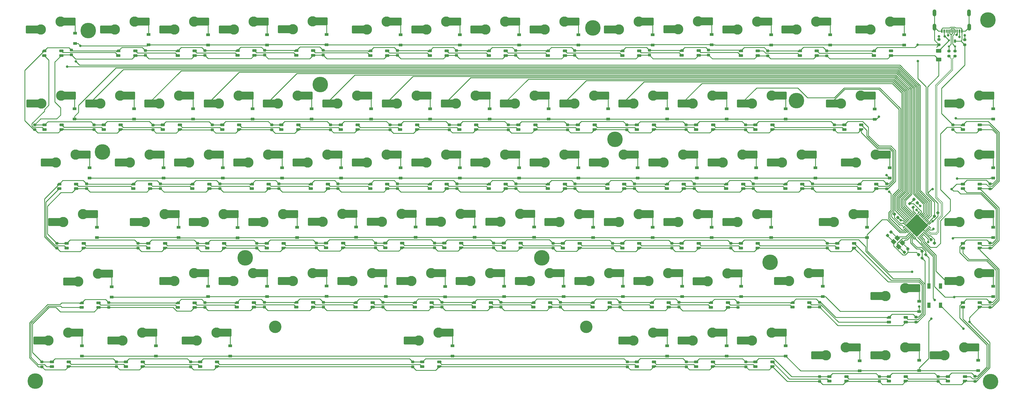
<source format=gbr>
%TF.GenerationSoftware,KiCad,Pcbnew,(6.0.6)*%
%TF.CreationDate,2022-08-08T15:17:43-04:00*%
%TF.ProjectId,Jupiter,4a757069-7465-4722-9e6b-696361645f70,rev?*%
%TF.SameCoordinates,Original*%
%TF.FileFunction,Copper,L2,Bot*%
%TF.FilePolarity,Positive*%
%FSLAX46Y46*%
G04 Gerber Fmt 4.6, Leading zero omitted, Abs format (unit mm)*
G04 Created by KiCad (PCBNEW (6.0.6)) date 2022-08-08 15:17:43*
%MOMM*%
%LPD*%
G01*
G04 APERTURE LIST*
G04 Aperture macros list*
%AMRoundRect*
0 Rectangle with rounded corners*
0 $1 Rounding radius*
0 $2 $3 $4 $5 $6 $7 $8 $9 X,Y pos of 4 corners*
0 Add a 4 corners polygon primitive as box body*
4,1,4,$2,$3,$4,$5,$6,$7,$8,$9,$2,$3,0*
0 Add four circle primitives for the rounded corners*
1,1,$1+$1,$2,$3*
1,1,$1+$1,$4,$5*
1,1,$1+$1,$6,$7*
1,1,$1+$1,$8,$9*
0 Add four rect primitives between the rounded corners*
20,1,$1+$1,$2,$3,$4,$5,0*
20,1,$1+$1,$4,$5,$6,$7,0*
20,1,$1+$1,$6,$7,$8,$9,0*
20,1,$1+$1,$8,$9,$2,$3,0*%
%AMRotRect*
0 Rectangle, with rotation*
0 The origin of the aperture is its center*
0 $1 length*
0 $2 width*
0 $3 Rotation angle, in degrees counterclockwise*
0 Add horizontal line*
21,1,$1,$2,0,0,$3*%
%AMFreePoly0*
4,1,18,-0.410000,0.593000,-0.403758,0.624380,-0.385983,0.650983,-0.359380,0.668758,-0.328000,0.675000,0.328000,0.675000,0.359380,0.668758,0.385983,0.650983,0.403758,0.624380,0.410000,0.593000,0.410000,-0.593000,0.403758,-0.624380,0.385983,-0.650983,0.359380,-0.668758,0.328000,-0.675000,0.000000,-0.675000,-0.410000,-0.265000,-0.410000,0.593000,-0.410000,0.593000,$1*%
G04 Aperture macros list end*
%TA.AperFunction,SMDPad,CuDef*%
%ADD10R,1.200000X0.900000*%
%TD*%
%TA.AperFunction,ComponentPad*%
%ADD11C,5.000000*%
%TD*%
%TA.AperFunction,ComponentPad*%
%ADD12C,4.000000*%
%TD*%
%TA.AperFunction,SMDPad,CuDef*%
%ADD13R,1.650000X2.500000*%
%TD*%
%TA.AperFunction,SMDPad,CuDef*%
%ADD14RoundRect,0.250000X1.025000X1.000000X-1.025000X1.000000X-1.025000X-1.000000X1.025000X-1.000000X0*%
%TD*%
%TA.AperFunction,ComponentPad*%
%ADD15C,3.300000*%
%TD*%
%TA.AperFunction,SMDPad,CuDef*%
%ADD16FreePoly0,270.000000*%
%TD*%
%TA.AperFunction,SMDPad,CuDef*%
%ADD17RoundRect,0.082000X-0.593000X0.328000X-0.593000X-0.328000X0.593000X-0.328000X0.593000X0.328000X0*%
%TD*%
%TA.AperFunction,SMDPad,CuDef*%
%ADD18RoundRect,0.225000X-0.250000X0.225000X-0.250000X-0.225000X0.250000X-0.225000X0.250000X0.225000X0*%
%TD*%
%TA.AperFunction,SMDPad,CuDef*%
%ADD19FreePoly0,90.000000*%
%TD*%
%TA.AperFunction,SMDPad,CuDef*%
%ADD20RoundRect,0.082000X0.593000X-0.328000X0.593000X0.328000X-0.593000X0.328000X-0.593000X-0.328000X0*%
%TD*%
%TA.AperFunction,SMDPad,CuDef*%
%ADD21RoundRect,0.225000X0.250000X-0.225000X0.250000X0.225000X-0.250000X0.225000X-0.250000X-0.225000X0*%
%TD*%
%TA.AperFunction,SMDPad,CuDef*%
%ADD22RoundRect,0.225000X-0.017678X0.335876X-0.335876X0.017678X0.017678X-0.335876X0.335876X-0.017678X0*%
%TD*%
%TA.AperFunction,SMDPad,CuDef*%
%ADD23RoundRect,0.200000X0.335876X0.053033X0.053033X0.335876X-0.335876X-0.053033X-0.053033X-0.335876X0*%
%TD*%
%TA.AperFunction,SMDPad,CuDef*%
%ADD24RoundRect,0.200000X-0.275000X0.200000X-0.275000X-0.200000X0.275000X-0.200000X0.275000X0.200000X0*%
%TD*%
%TA.AperFunction,SMDPad,CuDef*%
%ADD25RotRect,1.400000X1.200000X315.000000*%
%TD*%
%TA.AperFunction,SMDPad,CuDef*%
%ADD26R,1.100000X1.800000*%
%TD*%
%TA.AperFunction,SMDPad,CuDef*%
%ADD27RoundRect,0.250000X-0.625000X0.375000X-0.625000X-0.375000X0.625000X-0.375000X0.625000X0.375000X0*%
%TD*%
%TA.AperFunction,SMDPad,CuDef*%
%ADD28RoundRect,0.225000X0.335876X0.017678X0.017678X0.335876X-0.335876X-0.017678X-0.017678X-0.335876X0*%
%TD*%
%TA.AperFunction,SMDPad,CuDef*%
%ADD29R,0.700000X0.600000*%
%TD*%
%TA.AperFunction,SMDPad,CuDef*%
%ADD30R,0.700000X1.000000*%
%TD*%
%TA.AperFunction,SMDPad,CuDef*%
%ADD31RoundRect,0.225000X-0.335876X-0.017678X-0.017678X-0.335876X0.335876X0.017678X0.017678X0.335876X0*%
%TD*%
%TA.AperFunction,ComponentPad*%
%ADD32O,1.200000X2.250000*%
%TD*%
%TA.AperFunction,SMDPad,CuDef*%
%ADD33R,0.540000X1.100000*%
%TD*%
%TA.AperFunction,SMDPad,CuDef*%
%ADD34R,0.300000X1.100000*%
%TD*%
%TA.AperFunction,SMDPad,CuDef*%
%ADD35RoundRect,0.200000X0.053033X-0.335876X0.335876X-0.053033X-0.053033X0.335876X-0.335876X0.053033X0*%
%TD*%
%TA.AperFunction,SMDPad,CuDef*%
%ADD36RotRect,5.200000X5.200000X135.000000*%
%TD*%
%TA.AperFunction,SMDPad,CuDef*%
%ADD37RoundRect,0.062500X0.380070X0.291682X0.291682X0.380070X-0.380070X-0.291682X-0.291682X-0.380070X0*%
%TD*%
%TA.AperFunction,SMDPad,CuDef*%
%ADD38RoundRect,0.062500X0.380070X-0.291682X-0.291682X0.380070X-0.380070X0.291682X0.291682X-0.380070X0*%
%TD*%
%TA.AperFunction,SMDPad,CuDef*%
%ADD39RoundRect,0.225000X0.017678X-0.335876X0.335876X-0.017678X-0.017678X0.335876X-0.335876X0.017678X0*%
%TD*%
%TA.AperFunction,ViaPad*%
%ADD40C,0.800000*%
%TD*%
%TA.AperFunction,Conductor*%
%ADD41C,0.250000*%
%TD*%
%TA.AperFunction,Conductor*%
%ADD42C,0.200000*%
%TD*%
G04 APERTURE END LIST*
D10*
%TO.P,D82,1,K*%
%TO.N,ROW5*%
X363200000Y-184337500D03*
%TO.P,D82,2,A*%
%TO.N,Net-(D82-Pad2)*%
X363200000Y-181037500D03*
%TD*%
%TO.P,D81,1,K*%
%TO.N,ROW5*%
X344200000Y-184350000D03*
%TO.P,D81,2,A*%
%TO.N,Net-(D81-Pad2)*%
X344200000Y-181050000D03*
%TD*%
%TO.P,D80,1,K*%
%TO.N,ROW5*%
X325100000Y-184437500D03*
%TO.P,D80,2,A*%
%TO.N,Net-(D80-Pad2)*%
X325100000Y-181137500D03*
%TD*%
%TO.P,D79,1,K*%
%TO.N,ROW5*%
X301300000Y-179650000D03*
%TO.P,D79,2,A*%
%TO.N,Net-(D79-Pad2)*%
X301300000Y-176350000D03*
%TD*%
%TO.P,D78,1,K*%
%TO.N,ROW5*%
X282300000Y-179637500D03*
%TO.P,D78,2,A*%
%TO.N,Net-(D78-Pad2)*%
X282300000Y-176337500D03*
%TD*%
%TO.P,D77,1,K*%
%TO.N,ROW5*%
X263200000Y-179637500D03*
%TO.P,D77,2,A*%
%TO.N,Net-(D77-Pad2)*%
X263200000Y-176337500D03*
%TD*%
%TO.P,D76,1,K*%
%TO.N,ROW5*%
X194200000Y-179637500D03*
%TO.P,D76,2,A*%
%TO.N,Net-(D76-Pad2)*%
X194200000Y-176337500D03*
%TD*%
%TO.P,D75,1,K*%
%TO.N,ROW5*%
X122700000Y-179650000D03*
%TO.P,D75,2,A*%
%TO.N,Net-(D75-Pad2)*%
X122700000Y-176350000D03*
%TD*%
%TO.P,D74,1,K*%
%TO.N,ROW5*%
X98900000Y-179650000D03*
%TO.P,D74,2,A*%
%TO.N,Net-(D74-Pad2)*%
X98900000Y-176350000D03*
%TD*%
%TO.P,D73,1,K*%
%TO.N,ROW5*%
X75100000Y-179637500D03*
%TO.P,D73,2,A*%
%TO.N,Net-(D73-Pad2)*%
X75100000Y-176337500D03*
%TD*%
%TO.P,D72,2,A*%
%TO.N,Net-(D72-Pad2)*%
X368000000Y-157237500D03*
%TO.P,D72,1,K*%
%TO.N,ROW4*%
X368000000Y-160537500D03*
%TD*%
%TO.P,D71,2,A*%
%TO.N,Net-(D71-Pad2)*%
X344200000Y-162037500D03*
%TO.P,D71,1,K*%
%TO.N,ROW4*%
X344200000Y-165337500D03*
%TD*%
%TO.P,D70,2,A*%
%TO.N,Net-(D70-Pad2)*%
X313200000Y-157237500D03*
%TO.P,D70,1,K*%
%TO.N,ROW4*%
X313200000Y-160537500D03*
%TD*%
%TO.P,D69,2,A*%
%TO.N,Net-(D69-Pad2)*%
X287000000Y-157237500D03*
%TO.P,D69,1,K*%
%TO.N,ROW4*%
X287000000Y-160537500D03*
%TD*%
%TO.P,D68,2,A*%
%TO.N,Net-(D68-Pad2)*%
X268000000Y-157237500D03*
%TO.P,D68,1,K*%
%TO.N,ROW4*%
X268000000Y-160537500D03*
%TD*%
%TO.P,D67,2,A*%
%TO.N,Net-(D67-Pad2)*%
X249000000Y-157250000D03*
%TO.P,D67,1,K*%
%TO.N,ROW4*%
X249000000Y-160550000D03*
%TD*%
%TO.P,D66,2,A*%
%TO.N,Net-(D66-Pad2)*%
X229900000Y-157250000D03*
%TO.P,D66,1,K*%
%TO.N,ROW4*%
X229900000Y-160550000D03*
%TD*%
%TO.P,D65,2,A*%
%TO.N,Net-(D65-Pad2)*%
X210800000Y-157237500D03*
%TO.P,D65,1,K*%
%TO.N,ROW4*%
X210800000Y-160537500D03*
%TD*%
%TO.P,D64,2,A*%
%TO.N,Net-(D64-Pad2)*%
X191800000Y-157337500D03*
%TO.P,D64,1,K*%
%TO.N,ROW4*%
X191800000Y-160637500D03*
%TD*%
%TO.P,D63,2,A*%
%TO.N,Net-(D63-Pad2)*%
X172800000Y-157250000D03*
%TO.P,D63,1,K*%
%TO.N,ROW4*%
X172800000Y-160550000D03*
%TD*%
%TO.P,D62,2,A*%
%TO.N,Net-(D62-Pad2)*%
X153700000Y-157137500D03*
%TO.P,D62,1,K*%
%TO.N,ROW4*%
X153700000Y-160437500D03*
%TD*%
%TO.P,D61,2,A*%
%TO.N,Net-(D61-Pad2)*%
X134600000Y-157237500D03*
%TO.P,D61,1,K*%
%TO.N,ROW4*%
X134600000Y-160537500D03*
%TD*%
%TO.P,D60,2,A*%
%TO.N,Net-(D60-Pad2)*%
X115600000Y-157237500D03*
%TO.P,D60,1,K*%
%TO.N,ROW4*%
X115600000Y-160537500D03*
%TD*%
%TO.P,D59,2,A*%
%TO.N,Net-(D59-Pad2)*%
X84600000Y-157350000D03*
%TO.P,D59,1,K*%
%TO.N,ROW4*%
X84600000Y-160650000D03*
%TD*%
%TO.P,D58,1,K*%
%TO.N,ROW3*%
X368000000Y-141550000D03*
%TO.P,D58,2,A*%
%TO.N,Net-(D58-Pad2)*%
X368000000Y-138250000D03*
%TD*%
%TO.P,D57,1,K*%
%TO.N,ROW3*%
X327500000Y-141537500D03*
%TO.P,D57,2,A*%
%TO.N,Net-(D57-Pad2)*%
X327500000Y-138237500D03*
%TD*%
%TO.P,D56,1,K*%
%TO.N,ROW3*%
X296600000Y-141550000D03*
%TO.P,D56,2,A*%
%TO.N,Net-(D56-Pad2)*%
X296600000Y-138250000D03*
%TD*%
%TO.P,D55,1,K*%
%TO.N,ROW3*%
X277500000Y-141550000D03*
%TO.P,D55,2,A*%
%TO.N,Net-(D55-Pad2)*%
X277500000Y-138250000D03*
%TD*%
%TO.P,D54,1,K*%
%TO.N,ROW3*%
X258500000Y-141537500D03*
%TO.P,D54,2,A*%
%TO.N,Net-(D54-Pad2)*%
X258500000Y-138237500D03*
%TD*%
%TO.P,D53,1,K*%
%TO.N,ROW3*%
X239400000Y-141537500D03*
%TO.P,D53,2,A*%
%TO.N,Net-(D53-Pad2)*%
X239400000Y-138237500D03*
%TD*%
%TO.P,D52,1,K*%
%TO.N,ROW3*%
X220400000Y-141437500D03*
%TO.P,D52,2,A*%
%TO.N,Net-(D52-Pad2)*%
X220400000Y-138137500D03*
%TD*%
%TO.P,D51,1,K*%
%TO.N,ROW3*%
X201300000Y-141450000D03*
%TO.P,D51,2,A*%
%TO.N,Net-(D51-Pad2)*%
X201300000Y-138150000D03*
%TD*%
%TO.P,D50,1,K*%
%TO.N,ROW3*%
X182300000Y-141437500D03*
%TO.P,D50,2,A*%
%TO.N,Net-(D50-Pad2)*%
X182300000Y-138137500D03*
%TD*%
%TO.P,D49,1,K*%
%TO.N,ROW3*%
X163200000Y-141462500D03*
%TO.P,D49,2,A*%
%TO.N,Net-(D49-Pad2)*%
X163200000Y-138162500D03*
%TD*%
%TO.P,D48,1,K*%
%TO.N,ROW3*%
X144200000Y-141537500D03*
%TO.P,D48,2,A*%
%TO.N,Net-(D48-Pad2)*%
X144200000Y-138237500D03*
%TD*%
%TO.P,D47,1,K*%
%TO.N,ROW3*%
X125100000Y-141637500D03*
%TO.P,D47,2,A*%
%TO.N,Net-(D47-Pad2)*%
X125100000Y-138337500D03*
%TD*%
%TO.P,D46,1,K*%
%TO.N,ROW3*%
X106100000Y-141537500D03*
%TO.P,D46,2,A*%
%TO.N,Net-(D46-Pad2)*%
X106100000Y-138237500D03*
%TD*%
%TO.P,D45,1,K*%
%TO.N,ROW3*%
X79900000Y-141537500D03*
%TO.P,D45,2,A*%
%TO.N,Net-(D45-Pad2)*%
X79900000Y-138237500D03*
%TD*%
%TO.P,D44,2,A*%
%TO.N,Net-(D44-Pad2)*%
X368000000Y-119137500D03*
%TO.P,D44,1,K*%
%TO.N,ROW2*%
X368000000Y-122437500D03*
%TD*%
%TO.P,D43,2,A*%
%TO.N,Net-(D43-Pad2)*%
X334700000Y-119137500D03*
%TO.P,D43,1,K*%
%TO.N,ROW2*%
X334700000Y-122437500D03*
%TD*%
%TO.P,D42,2,A*%
%TO.N,Net-(D42-Pad2)*%
X310900000Y-119137500D03*
%TO.P,D42,1,K*%
%TO.N,ROW2*%
X310900000Y-122437500D03*
%TD*%
%TO.P,D41,2,A*%
%TO.N,Net-(D41-Pad2)*%
X291800000Y-119137500D03*
%TO.P,D41,1,K*%
%TO.N,ROW2*%
X291800000Y-122437500D03*
%TD*%
%TO.P,D40,2,A*%
%TO.N,Net-(D40-Pad2)*%
X272800000Y-119137500D03*
%TO.P,D40,1,K*%
%TO.N,ROW2*%
X272800000Y-122437500D03*
%TD*%
%TO.P,D39,2,A*%
%TO.N,Net-(D39-Pad2)*%
X253700000Y-119150000D03*
%TO.P,D39,1,K*%
%TO.N,ROW2*%
X253700000Y-122450000D03*
%TD*%
%TO.P,D38,2,A*%
%TO.N,Net-(D38-Pad2)*%
X234700000Y-119137500D03*
%TO.P,D38,1,K*%
%TO.N,ROW2*%
X234700000Y-122437500D03*
%TD*%
%TO.P,D37,2,A*%
%TO.N,Net-(D37-Pad2)*%
X215600000Y-119137500D03*
%TO.P,D37,1,K*%
%TO.N,ROW2*%
X215600000Y-122437500D03*
%TD*%
%TO.P,D36,2,A*%
%TO.N,Net-(D36-Pad2)*%
X196600000Y-119150000D03*
%TO.P,D36,1,K*%
%TO.N,ROW2*%
X196600000Y-122450000D03*
%TD*%
%TO.P,D35,2,A*%
%TO.N,Net-(D35-Pad2)*%
X177500000Y-119150000D03*
%TO.P,D35,1,K*%
%TO.N,ROW2*%
X177500000Y-122450000D03*
%TD*%
%TO.P,D34,2,A*%
%TO.N,Net-(D34-Pad2)*%
X158400000Y-119137500D03*
%TO.P,D34,1,K*%
%TO.N,ROW2*%
X158400000Y-122437500D03*
%TD*%
%TO.P,D33,2,A*%
%TO.N,Net-(D33-Pad2)*%
X139400000Y-119137500D03*
%TO.P,D33,1,K*%
%TO.N,ROW2*%
X139400000Y-122437500D03*
%TD*%
%TO.P,D32,2,A*%
%TO.N,Net-(D32-Pad2)*%
X120400000Y-119137500D03*
%TO.P,D32,1,K*%
%TO.N,ROW2*%
X120400000Y-122437500D03*
%TD*%
%TO.P,D31,2,A*%
%TO.N,Net-(D31-Pad2)*%
X101300000Y-119150000D03*
%TO.P,D31,1,K*%
%TO.N,ROW2*%
X101300000Y-122450000D03*
%TD*%
%TO.P,D30,2,A*%
%TO.N,Net-(D30-Pad2)*%
X77500000Y-119150000D03*
%TO.P,D30,1,K*%
%TO.N,ROW2*%
X77500000Y-122450000D03*
%TD*%
%TO.P,D29,1,K*%
%TO.N,ROW1*%
X368000000Y-103450000D03*
%TO.P,D29,2,A*%
%TO.N,Net-(D29-Pad2)*%
X368000000Y-100150000D03*
%TD*%
%TO.P,D28,1,K*%
%TO.N,ROW1*%
X329900000Y-103550000D03*
%TO.P,D28,2,A*%
%TO.N,Net-(D28-Pad2)*%
X329900000Y-100250000D03*
%TD*%
%TO.P,D27,1,K*%
%TO.N,ROW1*%
X301300000Y-103437500D03*
%TO.P,D27,2,A*%
%TO.N,Net-(D27-Pad2)*%
X301300000Y-100137500D03*
%TD*%
%TO.P,D26,1,K*%
%TO.N,ROW1*%
X282300000Y-103437500D03*
%TO.P,D26,2,A*%
%TO.N,Net-(D26-Pad2)*%
X282300000Y-100137500D03*
%TD*%
%TO.P,D25,1,K*%
%TO.N,ROW1*%
X263200000Y-103450000D03*
%TO.P,D25,2,A*%
%TO.N,Net-(D25-Pad2)*%
X263200000Y-100150000D03*
%TD*%
%TO.P,D24,1,K*%
%TO.N,ROW1*%
X244200000Y-103437500D03*
%TO.P,D24,2,A*%
%TO.N,Net-(D24-Pad2)*%
X244200000Y-100137500D03*
%TD*%
%TO.P,D23,1,K*%
%TO.N,ROW1*%
X225100000Y-103450000D03*
%TO.P,D23,2,A*%
%TO.N,Net-(D23-Pad2)*%
X225100000Y-100150000D03*
%TD*%
%TO.P,D22,1,K*%
%TO.N,ROW1*%
X206100000Y-103437500D03*
%TO.P,D22,2,A*%
%TO.N,Net-(D22-Pad2)*%
X206100000Y-100137500D03*
%TD*%
%TO.P,D21,1,K*%
%TO.N,ROW1*%
X187000000Y-103450000D03*
%TO.P,D21,2,A*%
%TO.N,Net-(D21-Pad2)*%
X187000000Y-100150000D03*
%TD*%
%TO.P,D20,1,K*%
%TO.N,ROW1*%
X168000000Y-103437500D03*
%TO.P,D20,2,A*%
%TO.N,Net-(D20-Pad2)*%
X168000000Y-100137500D03*
%TD*%
%TO.P,D19,1,K*%
%TO.N,ROW1*%
X148900000Y-103437500D03*
%TO.P,D19,2,A*%
%TO.N,Net-(D19-Pad2)*%
X148900000Y-100137500D03*
%TD*%
%TO.P,D18,1,K*%
%TO.N,ROW1*%
X129900000Y-103437500D03*
%TO.P,D18,2,A*%
%TO.N,Net-(D18-Pad2)*%
X129900000Y-100137500D03*
%TD*%
%TO.P,D17,1,K*%
%TO.N,ROW1*%
X110800000Y-103437500D03*
%TO.P,D17,2,A*%
%TO.N,Net-(D17-Pad2)*%
X110800000Y-100137500D03*
%TD*%
%TO.P,D16,1,K*%
%TO.N,ROW1*%
X91800000Y-103450000D03*
%TO.P,D16,2,A*%
%TO.N,Net-(D16-Pad2)*%
X91800000Y-100150000D03*
%TD*%
%TO.P,D15,1,K*%
%TO.N,ROW1*%
X72700000Y-103437500D03*
%TO.P,D15,2,A*%
%TO.N,Net-(D15-Pad2)*%
X72700000Y-100137500D03*
%TD*%
%TO.P,D14,1,K*%
%TO.N,ROW0*%
X339400000Y-79637500D03*
%TO.P,D14,2,A*%
%TO.N,Net-(D14-Pad2)*%
X339400000Y-76337500D03*
%TD*%
%TO.P,D13,1,K*%
%TO.N,ROW0*%
X315600000Y-79650000D03*
%TO.P,D13,2,A*%
%TO.N,Net-(D13-Pad2)*%
X315600000Y-76350000D03*
%TD*%
%TO.P,D12,1,K*%
%TO.N,ROW0*%
X296600000Y-79650000D03*
%TO.P,D12,2,A*%
%TO.N,Net-(D12-Pad2)*%
X296600000Y-76350000D03*
%TD*%
%TO.P,D11,1,K*%
%TO.N,ROW0*%
X277500000Y-79550000D03*
%TO.P,D11,2,A*%
%TO.N,Net-(D11-Pad2)*%
X277500000Y-76250000D03*
%TD*%
%TO.P,D10,1,K*%
%TO.N,ROW0*%
X258500000Y-79650000D03*
%TO.P,D10,2,A*%
%TO.N,Net-(D10-Pad2)*%
X258500000Y-76350000D03*
%TD*%
%TO.P,D9,1,K*%
%TO.N,ROW0*%
X234700000Y-79637500D03*
%TO.P,D9,2,A*%
%TO.N,Net-(D9-Pad2)*%
X234700000Y-76337500D03*
%TD*%
%TO.P,D8,1,K*%
%TO.N,ROW0*%
X215600000Y-79662500D03*
%TO.P,D8,2,A*%
%TO.N,Net-(D8-Pad2)*%
X215600000Y-76362500D03*
%TD*%
%TO.P,D7,1,K*%
%TO.N,ROW0*%
X196600000Y-79650000D03*
%TO.P,D7,2,A*%
%TO.N,Net-(D7-Pad2)*%
X196600000Y-76350000D03*
%TD*%
%TO.P,D6,1,K*%
%TO.N,ROW0*%
X177500000Y-79650000D03*
%TO.P,D6,2,A*%
%TO.N,Net-(D6-Pad2)*%
X177500000Y-76350000D03*
%TD*%
%TO.P,D5,1,K*%
%TO.N,ROW0*%
X153700000Y-79562500D03*
%TO.P,D5,2,A*%
%TO.N,Net-(D5-Pad2)*%
X153700000Y-76262500D03*
%TD*%
%TO.P,D4,1,K*%
%TO.N,ROW0*%
X134600000Y-79637500D03*
%TO.P,D4,2,A*%
%TO.N,Net-(D4-Pad2)*%
X134600000Y-76337500D03*
%TD*%
%TO.P,D3,1,K*%
%TO.N,ROW0*%
X115600000Y-79650000D03*
%TO.P,D3,2,A*%
%TO.N,Net-(D3-Pad2)*%
X115600000Y-76350000D03*
%TD*%
%TO.P,D2,1,K*%
%TO.N,ROW0*%
X96500000Y-79550000D03*
%TO.P,D2,2,A*%
%TO.N,Net-(D2-Pad2)*%
X96500000Y-76250000D03*
%TD*%
%TO.P,D1,2,A*%
%TO.N,Net-(D1-Pad2)*%
X72900000Y-75850000D03*
%TO.P,D1,1,K*%
%TO.N,ROW0*%
X72900000Y-79150000D03*
%TD*%
D11*
%TO.P,,1*%
%TO.N,N/C*%
X222900000Y-148100000D03*
%TD*%
%TO.P,,1*%
%TO.N,N/C*%
X239300000Y-74200000D03*
%TD*%
%TO.P,,1*%
%TO.N,N/C*%
X246400000Y-110000000D03*
%TD*%
%TO.P,,1*%
%TO.N,N/C*%
X367200000Y-187900000D03*
%TD*%
%TO.P,,1*%
%TO.N,N/C*%
X366300000Y-71600000D03*
%TD*%
%TO.P,,1*%
%TO.N,N/C*%
X77100000Y-75000000D03*
%TD*%
%TO.P,,1*%
%TO.N,N/C*%
X60100000Y-187700000D03*
%TD*%
%TO.P,,1*%
%TO.N,N/C*%
X304800000Y-97500000D03*
%TD*%
D12*
%TO.P,REF\u002A\u002A,*%
%TO.N,*%
X237206250Y-170215000D03*
X137193750Y-170215000D03*
%TD*%
D11*
%TO.P,,1*%
%TO.N,N/C*%
X151700000Y-92400000D03*
%TD*%
%TO.P,,1*%
%TO.N,N/C*%
X127600000Y-148100000D03*
%TD*%
%TO.P,,1*%
%TO.N,N/C*%
X81700000Y-114000000D03*
%TD*%
%TO.P,,1*%
%TO.N,N/C*%
X296300000Y-149500000D03*
%TD*%
D13*
%TO.P,K_T1,1,COL*%
%TO.N,COL5*%
X164865000Y-117460000D03*
D14*
X163140000Y-117460000D03*
D15*
X166690000Y-117460000D03*
D13*
%TO.P,K_T1,2,ROW*%
%TO.N,Net-(D35-Pad2)*%
X174840000Y-114920000D03*
D15*
X173040000Y-114920000D03*
D14*
X176590000Y-114920000D03*
%TD*%
D16*
%TO.P,LED_R1,4,VSS*%
%TO.N,GND*%
X148675000Y-124330000D03*
D17*
%TO.P,LED_R1,3,DIN*%
%TO.N,Net-(LED_E1-Pad2)*%
X148675000Y-125830000D03*
%TO.P,LED_R1,2,DOUT*%
%TO.N,Net-(LED_R1-Pad2)*%
X154125000Y-124330000D03*
%TO.P,LED_R1,1,VDD*%
%TO.N,+5V*%
X154125000Y-125830000D03*
%TD*%
D14*
%TO.P,K_E1,1,COL*%
%TO.N,COL3*%
X125040000Y-117460000D03*
D15*
X128590000Y-117460000D03*
D13*
X126765000Y-117460000D03*
%TO.P,K_E1,2,ROW*%
%TO.N,Net-(D33-Pad2)*%
X136740000Y-114920000D03*
D15*
X134940000Y-114920000D03*
D14*
X138490000Y-114920000D03*
%TD*%
D15*
%TO.P,K_pgUp1,1,COL*%
%TO.N,COL14*%
X357190000Y-117460000D03*
D14*
X353640000Y-117460000D03*
D13*
X355365000Y-117460000D03*
D15*
%TO.P,K_pgUp1,2,ROW*%
%TO.N,Net-(D44-Pad2)*%
X363540000Y-114920000D03*
D14*
X367090000Y-114920000D03*
D13*
X365340000Y-114920000D03*
%TD*%
D18*
%TO.P,C29,2*%
%TO.N,GND*%
X193200000Y-106900000D03*
%TO.P,C29,1*%
%TO.N,+5V*%
X193200000Y-105350000D03*
%TD*%
D19*
%TO.P,LED_quote1,4,VSS*%
%TO.N,GND*%
X292325000Y-144930000D03*
D20*
%TO.P,LED_quote1,3,DIN*%
%TO.N,Net-(LED_enter1-Pad2)*%
X292325000Y-143430000D03*
%TO.P,LED_quote1,2,DOUT*%
%TO.N,Net-(LED_colon1-Pad3)*%
X286875000Y-144930000D03*
%TO.P,LED_quote1,1,VDD*%
%TO.N,+5V*%
X286875000Y-143430000D03*
%TD*%
D21*
%TO.P,C64,2*%
%TO.N,GND*%
X114600000Y-162450000D03*
%TO.P,C64,1*%
%TO.N,+5V*%
X114600000Y-164000000D03*
%TD*%
D18*
%TO.P,C26,2*%
%TO.N,GND*%
X136100000Y-106900000D03*
%TO.P,C26,1*%
%TO.N,+5V*%
X136100000Y-105350000D03*
%TD*%
D13*
%TO.P,K_rightArrow1,1,COL*%
%TO.N,COL14*%
X350565000Y-179360000D03*
D14*
X348840000Y-179360000D03*
D15*
X352390000Y-179360000D03*
%TO.P,K_rightArrow1,2,ROW*%
%TO.N,Net-(D82-Pad2)*%
X358740000Y-176820000D03*
D14*
X362290000Y-176820000D03*
D13*
X360540000Y-176820000D03*
%TD*%
D19*
%TO.P,LED_5,4,VSS*%
%TO.N,GND*%
X163725000Y-106830000D03*
D20*
%TO.P,LED_5,3,DIN*%
%TO.N,Net-(LED_5-Pad3)*%
X163725000Y-105330000D03*
%TO.P,LED_5,2,DOUT*%
%TO.N,Net-(LED_4-Pad3)*%
X158275000Y-106830000D03*
%TO.P,LED_5,1,VDD*%
%TO.N,+5V*%
X158275000Y-105330000D03*
%TD*%
D22*
%TO.P,C5,2*%
%TO.N,GND*%
X344083984Y-147026016D03*
%TO.P,C5,1*%
%TO.N,+5V*%
X345180000Y-145930000D03*
%TD*%
D16*
%TO.P,LED_leftShift1,4,VSS*%
%TO.N,GND*%
X74975000Y-162530000D03*
D17*
%TO.P,LED_leftShift1,3,DIN*%
%TO.N,Net-(LED_leftControl1-Pad2)*%
X74975000Y-164030000D03*
%TO.P,LED_leftShift1,2,DOUT*%
%TO.N,Net-(LED_Z1-Pad3)*%
X80425000Y-162530000D03*
%TO.P,LED_leftShift1,1,VDD*%
%TO.N,+5V*%
X80425000Y-164030000D03*
%TD*%
D21*
%TO.P,C8,2*%
%TO.N,GND*%
X71700000Y-81250000D03*
%TO.P,C8,1*%
%TO.N,+5V*%
X71700000Y-82800000D03*
%TD*%
%TO.P,C69,2*%
%TO.N,GND*%
X209800000Y-162350000D03*
%TO.P,C69,1*%
%TO.N,+5V*%
X209800000Y-163900000D03*
%TD*%
D14*
%TO.P,K_B1,1,COL*%
%TO.N,COL5*%
X177440000Y-155560000D03*
D15*
X180990000Y-155560000D03*
D13*
X179165000Y-155560000D03*
%TO.P,K_B1,2,ROW*%
%TO.N,Net-(D64-Pad2)*%
X189140000Y-153020000D03*
D14*
X190890000Y-153020000D03*
D15*
X187340000Y-153020000D03*
%TD*%
D18*
%TO.P,C59,2*%
%TO.N,GND*%
X245700000Y-144950000D03*
%TO.P,C59,1*%
%TO.N,+5V*%
X245700000Y-143400000D03*
%TD*%
D21*
%TO.P,C49,2*%
%TO.N,GND*%
X76600000Y-124250000D03*
%TO.P,C49,1*%
%TO.N,+5V*%
X76600000Y-125800000D03*
%TD*%
D16*
%TO.P,LED_F5,4,VSS*%
%TO.N,GND*%
X167775000Y-81530000D03*
D17*
%TO.P,LED_F5,3,DIN*%
%TO.N,Net-(LED_F4-Pad2)*%
X167775000Y-83030000D03*
%TO.P,LED_F5,2,DOUT*%
%TO.N,Net-(LED_F5-Pad2)*%
X173225000Y-81530000D03*
%TO.P,LED_F5,1,VDD*%
%TO.N,+5V*%
X173225000Y-83030000D03*
%TD*%
D21*
%TO.P,C40,2*%
%TO.N,GND*%
X252700000Y-124250000D03*
%TO.P,C40,1*%
%TO.N,+5V*%
X252700000Y-125800000D03*
%TD*%
%TO.P,C73,2*%
%TO.N,GND*%
X286000000Y-162450000D03*
%TO.P,C73,1*%
%TO.N,+5V*%
X286000000Y-164000000D03*
%TD*%
D23*
%TO.P,R2,2*%
%TO.N,GND*%
X341133274Y-130633274D03*
%TO.P,R2,1*%
%TO.N,Net-(R2-Pad1)*%
X342300000Y-131800000D03*
%TD*%
D21*
%TO.P,C66,2*%
%TO.N,GND*%
X152700000Y-162350000D03*
%TO.P,C66,1*%
%TO.N,+5V*%
X152700000Y-163900000D03*
%TD*%
%TO.P,C21,2*%
%TO.N,GND*%
X355100000Y-105300000D03*
%TO.P,C21,1*%
%TO.N,+5V*%
X355100000Y-106850000D03*
%TD*%
D18*
%TO.P,C79,2*%
%TO.N,GND*%
X181400000Y-183100000D03*
%TO.P,C79,1*%
%TO.N,+5V*%
X181400000Y-181550000D03*
%TD*%
D21*
%TO.P,C67,2*%
%TO.N,GND*%
X171800000Y-162350000D03*
%TO.P,C67,1*%
%TO.N,+5V*%
X171800000Y-163900000D03*
%TD*%
D13*
%TO.P,K_G1,1,COL*%
%TO.N,COL5*%
X169665000Y-136460000D03*
D15*
X171490000Y-136460000D03*
D14*
X167940000Y-136460000D03*
%TO.P,K_G1,2,ROW*%
%TO.N,Net-(D50-Pad2)*%
X181390000Y-133920000D03*
D15*
X177840000Y-133920000D03*
D13*
X179640000Y-133920000D03*
%TD*%
D18*
%TO.P,C31,2*%
%TO.N,GND*%
X231200000Y-106900000D03*
%TO.P,C31,1*%
%TO.N,+5V*%
X231200000Y-105350000D03*
%TD*%
D19*
%TO.P,LED_tilda1,4,VSS*%
%TO.N,GND*%
X68525000Y-106830000D03*
D20*
%TO.P,LED_tilda1,3,DIN*%
%TO.N,Net-(LED_1-Pad2)*%
X68525000Y-105330000D03*
%TO.P,LED_tilda1,2,DOUT*%
%TO.N,Net-(LED_esc1-Pad3)*%
X63075000Y-106830000D03*
%TO.P,LED_tilda1,1,VDD*%
%TO.N,+5V*%
X63075000Y-105330000D03*
%TD*%
D18*
%TO.P,C60,2*%
%TO.N,GND*%
X264700000Y-144950000D03*
%TO.P,C60,1*%
%TO.N,+5V*%
X264700000Y-143400000D03*
%TD*%
D15*
%TO.P,K_I1,1,COL*%
%TO.N,COL8*%
X223790000Y-117460000D03*
D14*
X220240000Y-117460000D03*
D13*
X221965000Y-117460000D03*
D15*
%TO.P,K_I1,2,ROW*%
%TO.N,Net-(D38-Pad2)*%
X230140000Y-114920000D03*
D13*
X231940000Y-114920000D03*
D14*
X233690000Y-114920000D03*
%TD*%
D18*
%TO.P,C52,2*%
%TO.N,GND*%
X112200000Y-144950000D03*
%TO.P,C52,1*%
%TO.N,+5V*%
X112200000Y-143400000D03*
%TD*%
D15*
%TO.P,K_V1,1,COL*%
%TO.N,COL4*%
X161990000Y-155560000D03*
D14*
X158440000Y-155560000D03*
D13*
X160165000Y-155560000D03*
%TO.P,K_V1,2,ROW*%
%TO.N,Net-(D63-Pad2)*%
X170140000Y-153020000D03*
D14*
X171890000Y-153020000D03*
D15*
X168340000Y-153020000D03*
%TD*%
D18*
%TO.P,C27,2*%
%TO.N,GND*%
X155000000Y-106900000D03*
%TO.P,C27,1*%
%TO.N,+5V*%
X155000000Y-105350000D03*
%TD*%
D19*
%TO.P,LED_J1,4,VSS*%
%TO.N,GND*%
X216125000Y-144830000D03*
D20*
%TO.P,LED_J1,3,DIN*%
%TO.N,Net-(LED_J1-Pad3)*%
X216125000Y-143330000D03*
%TO.P,LED_J1,2,DOUT*%
%TO.N,Net-(LED_H1-Pad3)*%
X210675000Y-144830000D03*
%TO.P,LED_J1,1,VDD*%
%TO.N,+5V*%
X210675000Y-143330000D03*
%TD*%
D19*
%TO.P,LED_rightAlt1,4,VSS*%
%TO.N,GND*%
X258925000Y-183030000D03*
D20*
%TO.P,LED_rightAlt1,3,DIN*%
%TO.N,Net-(LED_function1-Pad2)*%
X258925000Y-181530000D03*
%TO.P,LED_rightAlt1,2,DOUT*%
%TO.N,Net-(LED_rightAlt1-Pad2)*%
X253475000Y-183030000D03*
%TO.P,LED_rightAlt1,1,VDD*%
%TO.N,+5V*%
X253475000Y-181530000D03*
%TD*%
D19*
%TO.P,LED_D1,4,VSS*%
%TO.N,GND*%
X139925000Y-144930000D03*
D20*
%TO.P,LED_D1,3,DIN*%
%TO.N,Net-(LED_D1-Pad3)*%
X139925000Y-143430000D03*
%TO.P,LED_D1,2,DOUT*%
%TO.N,Net-(LED_D1-Pad2)*%
X134475000Y-144930000D03*
%TO.P,LED_D1,1,VDD*%
%TO.N,+5V*%
X134475000Y-143430000D03*
%TD*%
D21*
%TO.P,C20,2*%
%TO.N,GND*%
X314500000Y-81550000D03*
%TO.P,C20,1*%
%TO.N,+5V*%
X314500000Y-83100000D03*
%TD*%
D19*
%TO.P,LED_4,4,VSS*%
%TO.N,GND*%
X144625000Y-106830000D03*
D20*
%TO.P,LED_4,3,DIN*%
%TO.N,Net-(LED_4-Pad3)*%
X144625000Y-105330000D03*
%TO.P,LED_4,2,DOUT*%
%TO.N,Net-(LED_3-Pad3)*%
X139175000Y-106830000D03*
%TO.P,LED_4,1,VDD*%
%TO.N,+5V*%
X139175000Y-105330000D03*
%TD*%
D21*
%TO.P,C65,2*%
%TO.N,GND*%
X133700000Y-162350000D03*
%TO.P,C65,1*%
%TO.N,+5V*%
X133700000Y-163900000D03*
%TD*%
D13*
%TO.P,K_enter1,1,COL*%
%TO.N,COL12*%
X314965000Y-136560000D03*
D15*
X316790000Y-136560000D03*
D14*
X313240000Y-136560000D03*
%TO.P,K_enter1,2,ROW*%
%TO.N,Net-(D57-Pad2)*%
X326690000Y-134020000D03*
D13*
X324940000Y-134020000D03*
D15*
X323140000Y-134020000D03*
%TD*%
D18*
%TO.P,C87,2*%
%TO.N,GND*%
X367000000Y-163950000D03*
%TO.P,C87,1*%
%TO.N,+5V*%
X367000000Y-162400000D03*
%TD*%
D21*
%TO.P,C74,2*%
%TO.N,GND*%
X312200000Y-162350000D03*
%TO.P,C74,1*%
%TO.N,+5V*%
X312200000Y-163900000D03*
%TD*%
%TO.P,C46,2*%
%TO.N,GND*%
X138400000Y-124250000D03*
%TO.P,C46,1*%
%TO.N,+5V*%
X138400000Y-125800000D03*
%TD*%
D19*
%TO.P,LED_6,4,VSS*%
%TO.N,GND*%
X182825000Y-106830000D03*
D20*
%TO.P,LED_6,3,DIN*%
%TO.N,Net-(LED_6-Pad3)*%
X182825000Y-105330000D03*
%TO.P,LED_6,2,DOUT*%
%TO.N,Net-(LED_5-Pad3)*%
X177375000Y-106830000D03*
%TO.P,LED_6,1,VDD*%
%TO.N,+5V*%
X177375000Y-105330000D03*
%TD*%
D19*
%TO.P,LED_equals1,4,VSS*%
%TO.N,GND*%
X297025000Y-106830000D03*
D20*
%TO.P,LED_equals1,3,DIN*%
%TO.N,Net-(LED_backspace1-Pad2)*%
X297025000Y-105330000D03*
%TO.P,LED_equals1,2,DOUT*%
%TO.N,Net-(LED_equals1-Pad2)*%
X291575000Y-106830000D03*
%TO.P,LED_equals1,1,VDD*%
%TO.N,+5V*%
X291575000Y-105330000D03*
%TD*%
D16*
%TO.P,LED_N1,4,VSS*%
%TO.N,GND*%
X201075000Y-162430000D03*
D17*
%TO.P,LED_N1,3,DIN*%
%TO.N,Net-(LED_B1-Pad2)*%
X201075000Y-163930000D03*
%TO.P,LED_N1,2,DOUT*%
%TO.N,Net-(LED_M1-Pad3)*%
X206525000Y-162430000D03*
%TO.P,LED_N1,1,VDD*%
%TO.N,+5V*%
X206525000Y-163930000D03*
%TD*%
D21*
%TO.P,C41,2*%
%TO.N,GND*%
X233600000Y-124250000D03*
%TO.P,C41,1*%
%TO.N,+5V*%
X233600000Y-125800000D03*
%TD*%
D13*
%TO.P,K_end1,1,COL*%
%TO.N,COL14*%
X355365000Y-155560000D03*
D15*
X357190000Y-155560000D03*
D14*
X353640000Y-155560000D03*
%TO.P,K_end1,2,ROW*%
%TO.N,Net-(D72-Pad2)*%
X367090000Y-153020000D03*
D13*
X365340000Y-153020000D03*
D15*
X363540000Y-153020000D03*
%TD*%
D16*
%TO.P,LED_rightShift1,4,VSS*%
%TO.N,GND*%
X303475000Y-162430000D03*
D17*
%TO.P,LED_rightShift1,3,DIN*%
%TO.N,Net-(LED_questionMark1-Pad2)*%
X303475000Y-163930000D03*
%TO.P,LED_rightShift1,2,DOUT*%
%TO.N,Net-(LED_rightShift1-Pad2)*%
X308925000Y-162430000D03*
%TO.P,LED_rightShift1,1,VDD*%
%TO.N,+5V*%
X308925000Y-163930000D03*
%TD*%
D16*
%TO.P,LED_P1,4,VSS*%
%TO.N,GND*%
X263075000Y-124330000D03*
D17*
%TO.P,LED_P1,3,DIN*%
%TO.N,Net-(LED_O1-Pad2)*%
X263075000Y-125830000D03*
%TO.P,LED_P1,2,DOUT*%
%TO.N,Net-(LED_P1-Pad2)*%
X268525000Y-124330000D03*
%TO.P,LED_P1,1,VDD*%
%TO.N,+5V*%
X268525000Y-125830000D03*
%TD*%
D13*
%TO.P,K_tilda1,1,COL*%
%TO.N,COL0*%
X60165000Y-98460000D03*
D15*
X61990000Y-98460000D03*
D14*
X58440000Y-98460000D03*
D15*
%TO.P,K_tilda1,2,ROW*%
%TO.N,Net-(D15-Pad2)*%
X68340000Y-95920000D03*
D13*
X70140000Y-95920000D03*
D14*
X71890000Y-95920000D03*
%TD*%
D16*
%TO.P,LED_F4,4,VSS*%
%TO.N,GND*%
X143975000Y-81430000D03*
D17*
%TO.P,LED_F4,3,DIN*%
%TO.N,Net-(LED_F3-Pad2)*%
X143975000Y-82930000D03*
%TO.P,LED_F4,2,DOUT*%
%TO.N,Net-(LED_F4-Pad2)*%
X149425000Y-81430000D03*
%TO.P,LED_F4,1,VDD*%
%TO.N,+5V*%
X149425000Y-82930000D03*
%TD*%
D16*
%TO.P,LED_upArrow1,4,VSS*%
%TO.N,GND*%
X334475000Y-167230000D03*
D17*
%TO.P,LED_upArrow1,3,DIN*%
%TO.N,Net-(LED_rightShift1-Pad2)*%
X334475000Y-168730000D03*
%TO.P,LED_upArrow1,2,DOUT*%
%TO.N,Net-(LED_enter1-Pad3)*%
X339925000Y-167230000D03*
%TO.P,LED_upArrow1,1,VDD*%
%TO.N,+5V*%
X339925000Y-168730000D03*
%TD*%
D16*
%TO.P,LED_F6,4,VSS*%
%TO.N,GND*%
X186875000Y-81530000D03*
D17*
%TO.P,LED_F6,3,DIN*%
%TO.N,Net-(LED_F5-Pad2)*%
X186875000Y-83030000D03*
%TO.P,LED_F6,2,DOUT*%
%TO.N,Net-(LED_F6-Pad2)*%
X192325000Y-81530000D03*
%TO.P,LED_F6,1,VDD*%
%TO.N,+5V*%
X192325000Y-83030000D03*
%TD*%
D16*
%TO.P,LED_X1,4,VSS*%
%TO.N,GND*%
X124875000Y-162430000D03*
D17*
%TO.P,LED_X1,3,DIN*%
%TO.N,Net-(LED_X1-Pad3)*%
X124875000Y-163930000D03*
%TO.P,LED_X1,2,DOUT*%
%TO.N,Net-(LED_C1-Pad3)*%
X130325000Y-162430000D03*
%TO.P,LED_X1,1,VDD*%
%TO.N,+5V*%
X130325000Y-163930000D03*
%TD*%
D15*
%TO.P,K_rightAlt1,1,COL*%
%TO.N,COL8*%
X252390000Y-174660000D03*
D13*
X250565000Y-174660000D03*
D14*
X248840000Y-174660000D03*
D15*
%TO.P,K_rightAlt1,2,ROW*%
%TO.N,Net-(D77-Pad2)*%
X258740000Y-172120000D03*
D14*
X262290000Y-172120000D03*
D13*
X260540000Y-172120000D03*
%TD*%
D16*
%TO.P,LED_esc1,4,VSS*%
%TO.N,GND*%
X62975000Y-81530000D03*
D17*
%TO.P,LED_esc1,3,DIN*%
%TO.N,Net-(LED_esc1-Pad3)*%
X62975000Y-83030000D03*
%TO.P,LED_esc1,2,DOUT*%
%TO.N,Net-(LED_F1-Pad3)*%
X68425000Y-81530000D03*
%TO.P,LED_esc1,1,VDD*%
%TO.N,+5V*%
X68425000Y-83030000D03*
%TD*%
D19*
%TO.P,LED_K1,4,VSS*%
%TO.N,GND*%
X235125000Y-144930000D03*
D20*
%TO.P,LED_K1,3,DIN*%
%TO.N,Net-(LED_K1-Pad3)*%
X235125000Y-143430000D03*
%TO.P,LED_K1,2,DOUT*%
%TO.N,Net-(LED_J1-Pad3)*%
X229675000Y-144930000D03*
%TO.P,LED_K1,1,VDD*%
%TO.N,+5V*%
X229675000Y-143430000D03*
%TD*%
D13*
%TO.P,K_7,1,COL*%
%TO.N,COL7*%
X193465000Y-98460000D03*
D15*
X195290000Y-98460000D03*
D14*
X191740000Y-98460000D03*
D13*
%TO.P,K_7,2,ROW*%
%TO.N,Net-(D22-Pad2)*%
X203440000Y-95920000D03*
D15*
X201640000Y-95920000D03*
D14*
X205190000Y-95920000D03*
%TD*%
%TO.P,K_A1,1,COL*%
%TO.N,COL1*%
X91740000Y-136560000D03*
D15*
X95290000Y-136560000D03*
D13*
X93465000Y-136560000D03*
D15*
%TO.P,K_A1,2,ROW*%
%TO.N,Net-(D46-Pad2)*%
X101640000Y-134020000D03*
D13*
X103440000Y-134020000D03*
D14*
X105190000Y-134020000D03*
%TD*%
D18*
%TO.P,C22,2*%
%TO.N,GND*%
X59900000Y-106850000D03*
%TO.P,C22,1*%
%TO.N,+5V*%
X59900000Y-105300000D03*
%TD*%
%TO.P,C30,2*%
%TO.N,GND*%
X212100000Y-106900000D03*
%TO.P,C30,1*%
%TO.N,+5V*%
X212100000Y-105350000D03*
%TD*%
D14*
%TO.P,K_home1,1,COL*%
%TO.N,COL14*%
X353640000Y-98460000D03*
D15*
X357190000Y-98460000D03*
D13*
X355365000Y-98460000D03*
D15*
%TO.P,K_home1,2,ROW*%
%TO.N,Net-(D29-Pad2)*%
X363540000Y-95920000D03*
D13*
X365340000Y-95920000D03*
D14*
X367090000Y-95920000D03*
%TD*%
D15*
%TO.P,K_space1,1,COL*%
%TO.N,COL5*%
X183390000Y-174660000D03*
D14*
X179840000Y-174660000D03*
D13*
X181565000Y-174660000D03*
D15*
%TO.P,K_space1,2,ROW*%
%TO.N,Net-(D76-Pad2)*%
X189740000Y-172120000D03*
D14*
X193290000Y-172120000D03*
D13*
X191540000Y-172120000D03*
%TD*%
D16*
%TO.P,LED_F2,4,VSS*%
%TO.N,GND*%
X105875000Y-81530000D03*
D17*
%TO.P,LED_F2,3,DIN*%
%TO.N,Net-(LED_F1-Pad2)*%
X105875000Y-83030000D03*
%TO.P,LED_F2,2,DOUT*%
%TO.N,Net-(LED_F2-Pad2)*%
X111325000Y-81530000D03*
%TO.P,LED_F2,1,VDD*%
%TO.N,+5V*%
X111325000Y-83030000D03*
%TD*%
D21*
%TO.P,C39,2*%
%TO.N,GND*%
X271900000Y-124250000D03*
%TO.P,C39,1*%
%TO.N,+5V*%
X271900000Y-125800000D03*
%TD*%
%TO.P,C13,2*%
%TO.N,GND*%
X176500000Y-81450000D03*
%TO.P,C13,1*%
%TO.N,+5V*%
X176500000Y-83000000D03*
%TD*%
D16*
%TO.P,LED_F7,4,VSS*%
%TO.N,GND*%
X205875000Y-81530000D03*
D17*
%TO.P,LED_F7,3,DIN*%
%TO.N,Net-(LED_F6-Pad2)*%
X205875000Y-83030000D03*
%TO.P,LED_F7,2,DOUT*%
%TO.N,Net-(LED_F7-Pad2)*%
X211325000Y-81530000D03*
%TO.P,LED_F7,1,VDD*%
%TO.N,+5V*%
X211325000Y-83030000D03*
%TD*%
D18*
%TO.P,C57,2*%
%TO.N,GND*%
X207400000Y-144850000D03*
%TO.P,C57,1*%
%TO.N,+5V*%
X207400000Y-143300000D03*
%TD*%
D22*
%TO.P,C4,2*%
%TO.N,GND*%
X349103984Y-134696016D03*
%TO.P,C4,1*%
%TO.N,+5V*%
X350200000Y-133600000D03*
%TD*%
D16*
%TO.P,LED_Z1,4,VSS*%
%TO.N,GND*%
X105875000Y-162530000D03*
D17*
%TO.P,LED_Z1,3,DIN*%
%TO.N,Net-(LED_Z1-Pad3)*%
X105875000Y-164030000D03*
%TO.P,LED_Z1,2,DOUT*%
%TO.N,Net-(LED_X1-Pad3)*%
X111325000Y-162530000D03*
%TO.P,LED_Z1,1,VDD*%
%TO.N,+5V*%
X111325000Y-164030000D03*
%TD*%
D24*
%TO.P,R4,1*%
%TO.N,Net-(J1-PadA6)*%
X355750000Y-81600000D03*
%TO.P,R4,2*%
%TO.N,D+*%
X355750000Y-83250000D03*
%TD*%
D19*
%TO.P,LED_minus1,4,VSS*%
%TO.N,GND*%
X277975000Y-106810000D03*
D20*
%TO.P,LED_minus1,3,DIN*%
%TO.N,Net-(LED_equals1-Pad2)*%
X277975000Y-105310000D03*
%TO.P,LED_minus1,2,DOUT*%
%TO.N,Net-(LED_0-Pad3)*%
X272525000Y-106810000D03*
%TO.P,LED_minus1,1,VDD*%
%TO.N,+5V*%
X272525000Y-105310000D03*
%TD*%
D18*
%TO.P,C58,2*%
%TO.N,GND*%
X226500000Y-144950000D03*
%TO.P,C58,1*%
%TO.N,+5V*%
X226500000Y-143400000D03*
%TD*%
D14*
%TO.P,K_U1,1,COL*%
%TO.N,COL7*%
X201240000Y-117460000D03*
D15*
X204790000Y-117460000D03*
D13*
X202965000Y-117460000D03*
D14*
%TO.P,K_U1,2,ROW*%
%TO.N,Net-(D37-Pad2)*%
X214690000Y-114920000D03*
D15*
X211140000Y-114920000D03*
D13*
X212940000Y-114920000D03*
%TD*%
D19*
%TO.P,LED_A1,4,VSS*%
%TO.N,GND*%
X101825000Y-144930000D03*
D20*
%TO.P,LED_A1,3,DIN*%
%TO.N,Net-(LED_A1-Pad3)*%
X101825000Y-143430000D03*
%TO.P,LED_A1,2,DOUT*%
%TO.N,Net-(LED_A1-Pad2)*%
X96375000Y-144930000D03*
%TO.P,LED_A1,1,VDD*%
%TO.N,+5V*%
X96375000Y-143430000D03*
%TD*%
D18*
%TO.P,C84,2*%
%TO.N,GND*%
X331400000Y-187800000D03*
%TO.P,C84,1*%
%TO.N,+5V*%
X331400000Y-186250000D03*
%TD*%
%TO.P,C51,2*%
%TO.N,GND*%
X93100000Y-144950000D03*
%TO.P,C51,1*%
%TO.N,+5V*%
X93100000Y-143400000D03*
%TD*%
D25*
%TO.P,Y1,4,4*%
%TO.N,GND*%
X336021142Y-142923223D03*
%TO.P,Y1,3,3*%
%TO.N,Net-(C2-Pad1)*%
X337576777Y-144478858D03*
%TO.P,Y1,2,2*%
%TO.N,GND*%
X338778858Y-143276777D03*
%TO.P,Y1,1,1*%
%TO.N,Net-(C1-Pad1)*%
X337223223Y-141721142D03*
%TD*%
D14*
%TO.P,K_leftAlt1,1,COL*%
%TO.N,COL2*%
X108440000Y-174660000D03*
D13*
X110165000Y-174660000D03*
D15*
X111990000Y-174660000D03*
D14*
%TO.P,K_leftAlt1,2,ROW*%
%TO.N,Net-(D75-Pad2)*%
X121890000Y-172120000D03*
D13*
X120140000Y-172120000D03*
D15*
X118340000Y-172120000D03*
%TD*%
D19*
%TO.P,LED_H1,4,VSS*%
%TO.N,GND*%
X197025000Y-144830000D03*
D20*
%TO.P,LED_H1,3,DIN*%
%TO.N,Net-(LED_H1-Pad3)*%
X197025000Y-143330000D03*
%TO.P,LED_H1,2,DOUT*%
%TO.N,Net-(LED_G1-Pad3)*%
X191575000Y-144830000D03*
%TO.P,LED_H1,1,VDD*%
%TO.N,+5V*%
X191575000Y-143330000D03*
%TD*%
D21*
%TO.P,C44,2*%
%TO.N,GND*%
X176500000Y-124250000D03*
%TO.P,C44,1*%
%TO.N,+5V*%
X176500000Y-125800000D03*
%TD*%
D16*
%TO.P,LED_F11,4,VSS*%
%TO.N,GND*%
X286875000Y-81530000D03*
D17*
%TO.P,LED_F11,3,DIN*%
%TO.N,Net-(LED_F10-Pad2)*%
X286875000Y-83030000D03*
%TO.P,LED_F11,2,DOUT*%
%TO.N,Net-(LED_F11-Pad2)*%
X292325000Y-81530000D03*
%TO.P,LED_F11,1,VDD*%
%TO.N,+5V*%
X292325000Y-83030000D03*
%TD*%
D16*
%TO.P,LED_M1,4,VSS*%
%TO.N,GND*%
X220175000Y-162430000D03*
D17*
%TO.P,LED_M1,3,DIN*%
%TO.N,Net-(LED_M1-Pad3)*%
X220175000Y-163930000D03*
%TO.P,LED_M1,2,DOUT*%
%TO.N,Net-(LED_M1-Pad2)*%
X225625000Y-162430000D03*
%TO.P,LED_M1,1,VDD*%
%TO.N,+5V*%
X225625000Y-163930000D03*
%TD*%
D16*
%TO.P,LED_closeBracket1,4,VSS*%
%TO.N,GND*%
X301175000Y-124330000D03*
D17*
%TO.P,LED_closeBracket1,3,DIN*%
%TO.N,Net-(LED_closeBracket1-Pad3)*%
X301175000Y-125830000D03*
%TO.P,LED_closeBracket1,2,DOUT*%
%TO.N,Net-(LED_backslash1-Pad3)*%
X306625000Y-124330000D03*
%TO.P,LED_closeBracket1,1,VDD*%
%TO.N,+5V*%
X306625000Y-125830000D03*
%TD*%
D19*
%TO.P,LED_windows1,4,VSS*%
%TO.N,GND*%
X94625000Y-183030000D03*
D20*
%TO.P,LED_windows1,3,DIN*%
%TO.N,Net-(LED_leftAlt1-Pad2)*%
X94625000Y-181530000D03*
%TO.P,LED_windows1,2,DOUT*%
%TO.N,Net-(LED_leftControl1-Pad3)*%
X89175000Y-183030000D03*
%TO.P,LED_windows1,1,VDD*%
%TO.N,+5V*%
X89175000Y-181530000D03*
%TD*%
D21*
%TO.P,C48,2*%
%TO.N,GND*%
X100300000Y-124250000D03*
%TO.P,C48,1*%
%TO.N,+5V*%
X100300000Y-125800000D03*
%TD*%
D14*
%TO.P,K_F2,1,COL*%
%TO.N,COL2*%
X101240000Y-74660000D03*
D15*
X104790000Y-74660000D03*
D13*
X102965000Y-74660000D03*
D14*
%TO.P,K_F2,2,ROW*%
%TO.N,Net-(D3-Pad2)*%
X114690000Y-72120000D03*
D13*
X112940000Y-72120000D03*
D15*
X111140000Y-72120000D03*
%TD*%
D19*
%TO.P,LED_rightControl1,4,VSS*%
%TO.N,GND*%
X297025000Y-183030000D03*
D20*
%TO.P,LED_rightControl1,3,DIN*%
%TO.N,Net-(LED_leftArrow1-Pad2)*%
X297025000Y-181530000D03*
%TO.P,LED_rightControl1,2,DOUT*%
%TO.N,Net-(LED_function1-Pad3)*%
X291575000Y-183030000D03*
%TO.P,LED_rightControl1,1,VDD*%
%TO.N,+5V*%
X291575000Y-181530000D03*
%TD*%
D21*
%TO.P,C37,2*%
%TO.N,GND*%
X309900000Y-124250000D03*
%TO.P,C37,1*%
%TO.N,+5V*%
X309900000Y-125800000D03*
%TD*%
D14*
%TO.P,K_F3,1,COL*%
%TO.N,COL3*%
X120340000Y-74660000D03*
D15*
X123890000Y-74660000D03*
D13*
X122065000Y-74660000D03*
%TO.P,K_F3,2,ROW*%
%TO.N,Net-(D4-Pad2)*%
X132040000Y-72120000D03*
D14*
X133790000Y-72120000D03*
D15*
X130240000Y-72120000D03*
%TD*%
D21*
%TO.P,C9,2*%
%TO.N,GND*%
X95500000Y-81450000D03*
%TO.P,C9,1*%
%TO.N,+5V*%
X95500000Y-83000000D03*
%TD*%
D13*
%TO.P,K_M1,1,COL*%
%TO.N,COL7*%
X217265000Y-155560000D03*
D14*
X215540000Y-155560000D03*
D15*
X219090000Y-155560000D03*
D14*
%TO.P,K_M1,2,ROW*%
%TO.N,Net-(D66-Pad2)*%
X228990000Y-153020000D03*
D15*
X225440000Y-153020000D03*
D13*
X227240000Y-153020000D03*
%TD*%
D14*
%TO.P,K_windows1,1,COL*%
%TO.N,COL1*%
X84540000Y-174660000D03*
D13*
X86265000Y-174660000D03*
D15*
X88090000Y-174660000D03*
D14*
%TO.P,K_windows1,2,ROW*%
%TO.N,Net-(D74-Pad2)*%
X97990000Y-172120000D03*
D13*
X96240000Y-172120000D03*
D15*
X94440000Y-172120000D03*
%TD*%
D18*
%TO.P,C32,2*%
%TO.N,GND*%
X250200000Y-106900000D03*
%TO.P,C32,1*%
%TO.N,+5V*%
X250200000Y-105350000D03*
%TD*%
D15*
%TO.P,K_R1,1,COL*%
%TO.N,COL4*%
X147590000Y-117460000D03*
D14*
X144040000Y-117460000D03*
D13*
X145765000Y-117460000D03*
D15*
%TO.P,K_R1,2,ROW*%
%TO.N,Net-(D34-Pad2)*%
X153940000Y-114920000D03*
D13*
X155740000Y-114920000D03*
D14*
X157490000Y-114920000D03*
%TD*%
D21*
%TO.P,C71,2*%
%TO.N,GND*%
X248000000Y-162350000D03*
%TO.P,C71,1*%
%TO.N,+5V*%
X248000000Y-163900000D03*
%TD*%
D18*
%TO.P,C76,2*%
%TO.N,GND*%
X62200000Y-183100000D03*
%TO.P,C76,1*%
%TO.N,+5V*%
X62200000Y-181550000D03*
%TD*%
D14*
%TO.P,K_2,1,COL*%
%TO.N,COL2*%
X96440000Y-98460000D03*
D13*
X98165000Y-98460000D03*
D15*
X99990000Y-98460000D03*
D13*
%TO.P,K_2,2,ROW*%
%TO.N,Net-(D17-Pad2)*%
X108140000Y-95920000D03*
D14*
X109890000Y-95920000D03*
D15*
X106340000Y-95920000D03*
%TD*%
D13*
%TO.P,K_leftShift1,1,COL*%
%TO.N,COL0*%
X72065000Y-155660000D03*
D15*
X73890000Y-155660000D03*
D14*
X70340000Y-155660000D03*
D15*
%TO.P,K_leftShift1,2,ROW*%
%TO.N,Net-(D59-Pad2)*%
X80240000Y-153120000D03*
D14*
X83790000Y-153120000D03*
D13*
X82040000Y-153120000D03*
%TD*%
D26*
%TO.P,SW1,4*%
%TO.N,N/C*%
X351050000Y-157100000D03*
%TO.P,SW1,3*%
X347350000Y-163300000D03*
%TO.P,SW1,2,2*%
%TO.N,Net-(R1-Pad2)*%
X347350000Y-157100000D03*
%TO.P,SW1,1,1*%
%TO.N,GND*%
X351050000Y-163300000D03*
%TD*%
D14*
%TO.P,K_F1,1,COL*%
%TO.N,COL1*%
X82140000Y-74660000D03*
D15*
X85690000Y-74660000D03*
D13*
X83865000Y-74660000D03*
%TO.P,K_F1,2,ROW*%
%TO.N,Net-(D2-Pad2)*%
X93840000Y-72120000D03*
D15*
X92040000Y-72120000D03*
D14*
X95590000Y-72120000D03*
%TD*%
D19*
%TO.P,LED_function1,4,VSS*%
%TO.N,GND*%
X277925000Y-183030000D03*
D20*
%TO.P,LED_function1,3,DIN*%
%TO.N,Net-(LED_function1-Pad3)*%
X277925000Y-181530000D03*
%TO.P,LED_function1,2,DOUT*%
%TO.N,Net-(LED_function1-Pad2)*%
X272475000Y-183030000D03*
%TO.P,LED_function1,1,VDD*%
%TO.N,+5V*%
X272475000Y-181530000D03*
%TD*%
D13*
%TO.P,K_9,1,COL*%
%TO.N,COL9*%
X231565000Y-98460000D03*
D15*
X233390000Y-98460000D03*
D14*
X229840000Y-98460000D03*
D15*
%TO.P,K_9,2,ROW*%
%TO.N,Net-(D24-Pad2)*%
X239740000Y-95920000D03*
D14*
X243290000Y-95920000D03*
D13*
X241540000Y-95920000D03*
%TD*%
D18*
%TO.P,C35,2*%
%TO.N,GND*%
X317000000Y-106900000D03*
%TO.P,C35,1*%
%TO.N,+5V*%
X317000000Y-105350000D03*
%TD*%
D19*
%TO.P,LED_3,4,VSS*%
%TO.N,GND*%
X125625000Y-106830000D03*
D20*
%TO.P,LED_3,3,DIN*%
%TO.N,Net-(LED_3-Pad3)*%
X125625000Y-105330000D03*
%TO.P,LED_3,2,DOUT*%
%TO.N,Net-(LED_2-Pad3)*%
X120175000Y-106830000D03*
%TO.P,LED_3,1,VDD*%
%TO.N,+5V*%
X120175000Y-105330000D03*
%TD*%
D19*
%TO.P,LED_7,4,VSS*%
%TO.N,GND*%
X201825000Y-106830000D03*
D20*
%TO.P,LED_7,3,DIN*%
%TO.N,Net-(LED_7-Pad3)*%
X201825000Y-105330000D03*
%TO.P,LED_7,2,DOUT*%
%TO.N,Net-(LED_6-Pad3)*%
X196375000Y-106830000D03*
%TO.P,LED_7,1,VDD*%
%TO.N,+5V*%
X196375000Y-105330000D03*
%TD*%
D14*
%TO.P,K_D1,1,COL*%
%TO.N,COL3*%
X129840000Y-136560000D03*
D15*
X133390000Y-136560000D03*
D13*
X131565000Y-136560000D03*
D15*
%TO.P,K_D1,2,ROW*%
%TO.N,Net-(D48-Pad2)*%
X139740000Y-134020000D03*
D14*
X143290000Y-134020000D03*
D13*
X141540000Y-134020000D03*
%TD*%
D16*
%TO.P,LED_C1,4,VSS*%
%TO.N,GND*%
X143985000Y-162370000D03*
D17*
%TO.P,LED_C1,3,DIN*%
%TO.N,Net-(LED_C1-Pad3)*%
X143985000Y-163870000D03*
%TO.P,LED_C1,2,DOUT*%
%TO.N,Net-(LED_C1-Pad2)*%
X149435000Y-162370000D03*
%TO.P,LED_C1,1,VDD*%
%TO.N,+5V*%
X149435000Y-163870000D03*
%TD*%
D27*
%TO.P,F1,1*%
%TO.N,VBUS*%
X350500000Y-81500000D03*
%TO.P,F1,2*%
%TO.N,+5V*%
X350500000Y-84300000D03*
%TD*%
D16*
%TO.P,LED_F9,4,VSS*%
%TO.N,GND*%
X248775000Y-81530000D03*
D17*
%TO.P,LED_F9,3,DIN*%
%TO.N,Net-(LED_F8-Pad2)*%
X248775000Y-83030000D03*
%TO.P,LED_F9,2,DOUT*%
%TO.N,Net-(LED_F10-Pad3)*%
X254225000Y-81530000D03*
%TO.P,LED_F9,1,VDD*%
%TO.N,+5V*%
X254225000Y-83030000D03*
%TD*%
D13*
%TO.P,K_leftArrow1,1,COL*%
%TO.N,COL12*%
X312465000Y-179360000D03*
D15*
X314290000Y-179360000D03*
D14*
X310740000Y-179360000D03*
%TO.P,K_leftArrow1,2,ROW*%
%TO.N,Net-(D80-Pad2)*%
X324190000Y-176820000D03*
D13*
X322440000Y-176820000D03*
D15*
X320640000Y-176820000D03*
%TD*%
D21*
%TO.P,C38,2*%
%TO.N,GND*%
X290900000Y-124250000D03*
%TO.P,C38,1*%
%TO.N,+5V*%
X290900000Y-125800000D03*
%TD*%
D18*
%TO.P,C56,2*%
%TO.N,GND*%
X188400000Y-144850000D03*
%TO.P,C56,1*%
%TO.N,+5V*%
X188400000Y-143300000D03*
%TD*%
D13*
%TO.P,K_F11,1,COL*%
%TO.N,COL11*%
X283965000Y-74660000D03*
D15*
X285790000Y-74660000D03*
D14*
X282240000Y-74660000D03*
D15*
%TO.P,K_F11,2,ROW*%
%TO.N,Net-(D12-Pad2)*%
X292140000Y-72120000D03*
D13*
X293940000Y-72120000D03*
D14*
X295690000Y-72120000D03*
%TD*%
%TO.P,K_period1,1,COL*%
%TO.N,COL9*%
X253640000Y-155560000D03*
D13*
X255365000Y-155560000D03*
D15*
X257190000Y-155560000D03*
D14*
%TO.P,K_period1,2,ROW*%
%TO.N,Net-(D68-Pad2)*%
X267090000Y-153020000D03*
D13*
X265340000Y-153020000D03*
D15*
X263540000Y-153020000D03*
%TD*%
D18*
%TO.P,C33,2*%
%TO.N,GND*%
X269300000Y-106875000D03*
%TO.P,C33,1*%
%TO.N,+5V*%
X269300000Y-105325000D03*
%TD*%
D21*
%TO.P,C43,2*%
%TO.N,GND*%
X195600000Y-124250000D03*
%TO.P,C43,1*%
%TO.N,+5V*%
X195600000Y-125800000D03*
%TD*%
D13*
%TO.P,K_tab1,1,COL*%
%TO.N,COL0*%
X64865000Y-117460000D03*
D15*
X66690000Y-117460000D03*
D14*
X63140000Y-117460000D03*
%TO.P,K_tab1,2,ROW*%
%TO.N,Net-(D30-Pad2)*%
X76590000Y-114920000D03*
D15*
X73040000Y-114920000D03*
D13*
X74840000Y-114920000D03*
%TD*%
D19*
%TO.P,LED_capsLock1,4,VSS*%
%TO.N,GND*%
X75625000Y-144930000D03*
D20*
%TO.P,LED_capsLock1,3,DIN*%
%TO.N,Net-(LED_A1-Pad2)*%
X75625000Y-143430000D03*
%TO.P,LED_capsLock1,2,DOUT*%
%TO.N,Net-(LED_capsLock1-Pad2)*%
X70175000Y-144930000D03*
%TO.P,LED_capsLock1,1,VDD*%
%TO.N,+5V*%
X70175000Y-143430000D03*
%TD*%
D19*
%TO.P,LED_downArrow1,4,VSS*%
%TO.N,GND*%
X339925000Y-187730000D03*
D20*
%TO.P,LED_downArrow1,3,DIN*%
%TO.N,Net-(LED_downArrow1-Pad3)*%
X339925000Y-186230000D03*
%TO.P,LED_downArrow1,2,DOUT*%
%TO.N,Net-(LED_downArrow1-Pad2)*%
X334475000Y-187730000D03*
%TO.P,LED_downArrow1,1,VDD*%
%TO.N,+5V*%
X334475000Y-186230000D03*
%TD*%
D19*
%TO.P,LED_end1,4,VSS*%
%TO.N,GND*%
X363725000Y-163930000D03*
D20*
%TO.P,LED_end1,3,DIN*%
%TO.N,Net-(LED_end1-Pad3)*%
X363725000Y-162430000D03*
%TO.P,LED_end1,2,DOUT*%
%TO.N,Net-(LED_end1-Pad2)*%
X358275000Y-163930000D03*
%TO.P,LED_end1,1,VDD*%
%TO.N,+5V*%
X358275000Y-162430000D03*
%TD*%
D28*
%TO.P,C6,2*%
%TO.N,GND*%
X336251992Y-134051992D03*
%TO.P,C6,1*%
%TO.N,+5V*%
X337348008Y-135148008D03*
%TD*%
D16*
%TO.P,LED_E1,4,VSS*%
%TO.N,GND*%
X129675000Y-124330000D03*
D17*
%TO.P,LED_E1,3,DIN*%
%TO.N,Net-(LED_E1-Pad3)*%
X129675000Y-125830000D03*
%TO.P,LED_E1,2,DOUT*%
%TO.N,Net-(LED_E1-Pad2)*%
X135125000Y-124330000D03*
%TO.P,LED_E1,1,VDD*%
%TO.N,+5V*%
X135125000Y-125830000D03*
%TD*%
D21*
%TO.P,C15,2*%
%TO.N,GND*%
X214500000Y-81450000D03*
%TO.P,C15,1*%
%TO.N,+5V*%
X214500000Y-83000000D03*
%TD*%
%TO.P,C36,2*%
%TO.N,GND*%
X333800000Y-124300000D03*
%TO.P,C36,1*%
%TO.N,+5V*%
X333800000Y-125850000D03*
%TD*%
D14*
%TO.P,K_rightShift1,1,COL*%
%TO.N,COL11*%
X298840000Y-155560000D03*
D13*
X300565000Y-155560000D03*
D15*
X302390000Y-155560000D03*
%TO.P,K_rightShift1,2,ROW*%
%TO.N,Net-(D70-Pad2)*%
X308740000Y-153020000D03*
D13*
X310540000Y-153020000D03*
D14*
X312290000Y-153020000D03*
%TD*%
D15*
%TO.P,K_minus1,1,COL*%
%TO.N,COL11*%
X271440000Y-98440000D03*
D14*
X267890000Y-98440000D03*
D13*
X269615000Y-98440000D03*
D15*
%TO.P,K_minus1,2,ROW*%
%TO.N,Net-(D26-Pad2)*%
X277790000Y-95900000D03*
D14*
X281340000Y-95900000D03*
D13*
X279590000Y-95900000D03*
%TD*%
%TO.P,K_W1,1,COL*%
%TO.N,COL2*%
X107665000Y-117460000D03*
D15*
X109490000Y-117460000D03*
D14*
X105940000Y-117460000D03*
D15*
%TO.P,K_W1,2,ROW*%
%TO.N,Net-(D32-Pad2)*%
X115840000Y-114920000D03*
D14*
X119390000Y-114920000D03*
D13*
X117640000Y-114920000D03*
%TD*%
%TO.P,K_5,1,COL*%
%TO.N,COL5*%
X155365000Y-98460000D03*
D15*
X157190000Y-98460000D03*
D14*
X153640000Y-98460000D03*
D15*
%TO.P,K_5,2,ROW*%
%TO.N,Net-(D20-Pad2)*%
X163540000Y-95920000D03*
D14*
X167090000Y-95920000D03*
D13*
X165340000Y-95920000D03*
%TD*%
D24*
%TO.P,R6,2*%
%TO.N,GND*%
X358900000Y-79600000D03*
%TO.P,R6,1*%
%TO.N,Net-(J1-PadB5)*%
X358900000Y-77950000D03*
%TD*%
D14*
%TO.P,K_3,1,COL*%
%TO.N,COL3*%
X115540000Y-98460000D03*
D15*
X119090000Y-98460000D03*
D13*
X117265000Y-98460000D03*
D14*
%TO.P,K_3,2,ROW*%
%TO.N,Net-(D18-Pad2)*%
X128990000Y-95920000D03*
D13*
X127240000Y-95920000D03*
D15*
X125440000Y-95920000D03*
%TD*%
D18*
%TO.P,C28,2*%
%TO.N,GND*%
X174100000Y-106900000D03*
%TO.P,C28,1*%
%TO.N,+5V*%
X174100000Y-105350000D03*
%TD*%
%TO.P,C62,2*%
%TO.N,GND*%
X314700000Y-144950000D03*
%TO.P,C62,1*%
%TO.N,+5V*%
X314700000Y-143400000D03*
%TD*%
D13*
%TO.P,K_quote1,1,COL*%
%TO.N,COL11*%
X283965000Y-136560000D03*
D14*
X282240000Y-136560000D03*
D15*
X285790000Y-136560000D03*
%TO.P,K_quote1,2,ROW*%
%TO.N,Net-(D56-Pad2)*%
X292140000Y-134020000D03*
D14*
X295690000Y-134020000D03*
D13*
X293940000Y-134020000D03*
%TD*%
D21*
%TO.P,C12,2*%
%TO.N,GND*%
X152600000Y-81350000D03*
%TO.P,C12,1*%
%TO.N,+5V*%
X152600000Y-82900000D03*
%TD*%
D19*
%TO.P,LED_pgUp1,4,VSS*%
%TO.N,GND*%
X363725000Y-125830000D03*
D20*
%TO.P,LED_pgUp1,3,DIN*%
%TO.N,Net-(LED_home1-Pad2)*%
X363725000Y-124330000D03*
%TO.P,LED_pgUp1,2,DOUT*%
%TO.N,Net-(LED_pgDn1-Pad3)*%
X358275000Y-125830000D03*
%TO.P,LED_pgUp1,1,VDD*%
%TO.N,+5V*%
X358275000Y-124330000D03*
%TD*%
D15*
%TO.P,K_F7,1,COL*%
%TO.N,COL7*%
X204790000Y-74660000D03*
D13*
X202965000Y-74660000D03*
D14*
X201240000Y-74660000D03*
%TO.P,K_F7,2,ROW*%
%TO.N,Net-(D8-Pad2)*%
X214690000Y-72120000D03*
D13*
X212940000Y-72120000D03*
D15*
X211140000Y-72120000D03*
%TD*%
D13*
%TO.P,K_K1,1,COL*%
%TO.N,COL8*%
X226765000Y-136560000D03*
D15*
X228590000Y-136560000D03*
D14*
X225040000Y-136560000D03*
D15*
%TO.P,K_K1,2,ROW*%
%TO.N,Net-(D53-Pad2)*%
X234940000Y-134020000D03*
D14*
X238490000Y-134020000D03*
D13*
X236740000Y-134020000D03*
%TD*%
D14*
%TO.P,K_comma1,1,COL*%
%TO.N,COL8*%
X234640000Y-155560000D03*
D13*
X236365000Y-155560000D03*
D15*
X238190000Y-155560000D03*
D13*
%TO.P,K_comma1,2,ROW*%
%TO.N,Net-(D67-Pad2)*%
X246340000Y-153020000D03*
D14*
X248090000Y-153020000D03*
D15*
X244540000Y-153020000D03*
%TD*%
D16*
%TO.P,LED_Q1,4,VSS*%
%TO.N,GND*%
X91575000Y-124330000D03*
D17*
%TO.P,LED_Q1,3,DIN*%
%TO.N,Net-(LED_Q1-Pad3)*%
X91575000Y-125830000D03*
%TO.P,LED_Q1,2,DOUT*%
%TO.N,Net-(LED_Q1-Pad2)*%
X97025000Y-124330000D03*
%TO.P,LED_Q1,1,VDD*%
%TO.N,+5V*%
X97025000Y-125830000D03*
%TD*%
D19*
%TO.P,LED_colon1,4,VSS*%
%TO.N,GND*%
X273325000Y-144930000D03*
D20*
%TO.P,LED_colon1,3,DIN*%
%TO.N,Net-(LED_colon1-Pad3)*%
X273325000Y-143430000D03*
%TO.P,LED_colon1,2,DOUT*%
%TO.N,Net-(LED_L1-Pad3)*%
X267875000Y-144930000D03*
%TO.P,LED_colon1,1,VDD*%
%TO.N,+5V*%
X267875000Y-143430000D03*
%TD*%
D15*
%TO.P,K_1,1,COL*%
%TO.N,COL1*%
X80990000Y-98460000D03*
D13*
X79165000Y-98460000D03*
D14*
X77440000Y-98460000D03*
D13*
%TO.P,K_1,2,ROW*%
%TO.N,Net-(D16-Pad2)*%
X89140000Y-95920000D03*
D15*
X87340000Y-95920000D03*
D14*
X90890000Y-95920000D03*
%TD*%
%TO.P,K_4,1,COL*%
%TO.N,COL4*%
X134540000Y-98460000D03*
D15*
X138090000Y-98460000D03*
D13*
X136265000Y-98460000D03*
D15*
%TO.P,K_4,2,ROW*%
%TO.N,Net-(D19-Pad2)*%
X144440000Y-95920000D03*
D14*
X147990000Y-95920000D03*
D13*
X146240000Y-95920000D03*
%TD*%
D21*
%TO.P,C19,2*%
%TO.N,GND*%
X295500000Y-81550000D03*
%TO.P,C19,1*%
%TO.N,+5V*%
X295500000Y-83100000D03*
%TD*%
D15*
%TO.P,K_0,1,COL*%
%TO.N,COL10*%
X252390000Y-98460000D03*
D14*
X248840000Y-98460000D03*
D13*
X250565000Y-98460000D03*
D14*
%TO.P,K_0,2,ROW*%
%TO.N,Net-(D25-Pad2)*%
X262290000Y-95920000D03*
D13*
X260540000Y-95920000D03*
D15*
X258740000Y-95920000D03*
%TD*%
D13*
%TO.P,K_L1,1,COL*%
%TO.N,COL9*%
X245865000Y-136560000D03*
D15*
X247690000Y-136560000D03*
D14*
X244140000Y-136560000D03*
D13*
%TO.P,K_L1,2,ROW*%
%TO.N,Net-(D54-Pad2)*%
X255840000Y-134020000D03*
D15*
X254040000Y-134020000D03*
D14*
X257590000Y-134020000D03*
%TD*%
D21*
%TO.P,C18,2*%
%TO.N,GND*%
X276500000Y-81300000D03*
%TO.P,C18,1*%
%TO.N,+5V*%
X276500000Y-82850000D03*
%TD*%
D18*
%TO.P,C83,2*%
%TO.N,GND*%
X312200000Y-187800000D03*
%TO.P,C83,1*%
%TO.N,+5V*%
X312200000Y-186250000D03*
%TD*%
D21*
%TO.P,C63,2*%
%TO.N,GND*%
X83700000Y-162450000D03*
%TO.P,C63,1*%
%TO.N,+5V*%
X83700000Y-164000000D03*
%TD*%
D15*
%TO.P,K_closeBracket1,1,COL*%
%TO.N,COL12*%
X300090000Y-117460000D03*
D14*
X296540000Y-117460000D03*
D13*
X298265000Y-117460000D03*
D15*
%TO.P,K_closeBracket1,2,ROW*%
%TO.N,Net-(D42-Pad2)*%
X306440000Y-114920000D03*
D13*
X308240000Y-114920000D03*
D14*
X309990000Y-114920000D03*
%TD*%
D19*
%TO.P,LED_9,4,VSS*%
%TO.N,GND*%
X239925000Y-106830000D03*
D20*
%TO.P,LED_9,3,DIN*%
%TO.N,Net-(LED_0-Pad2)*%
X239925000Y-105330000D03*
%TO.P,LED_9,2,DOUT*%
%TO.N,Net-(LED_8-Pad3)*%
X234475000Y-106830000D03*
%TO.P,LED_9,1,VDD*%
%TO.N,+5V*%
X234475000Y-105330000D03*
%TD*%
D29*
%TO.P,U2,4,VCC*%
%TO.N,VBUS*%
X353750000Y-78160000D03*
%TO.P,U2,3,IO2*%
%TO.N,Net-(J1-PadA7)*%
X353750000Y-80060000D03*
%TO.P,U2,2,IO1*%
%TO.N,Net-(J1-PadA6)*%
X355750000Y-80060000D03*
D30*
%TO.P,U2,1,GND*%
%TO.N,GND*%
X355750000Y-78360000D03*
%TD*%
D15*
%TO.P,K_Y1,1,COL*%
%TO.N,COL6*%
X185790000Y-117460000D03*
D13*
X183965000Y-117460000D03*
D14*
X182240000Y-117460000D03*
D13*
%TO.P,K_Y1,2,ROW*%
%TO.N,Net-(D36-Pad2)*%
X193940000Y-114920000D03*
D15*
X192140000Y-114920000D03*
D14*
X195690000Y-114920000D03*
%TD*%
D21*
%TO.P,C45,2*%
%TO.N,GND*%
X157400000Y-124250000D03*
%TO.P,C45,1*%
%TO.N,+5V*%
X157400000Y-125800000D03*
%TD*%
D13*
%TO.P,K_backSlash1,1,COL*%
%TO.N,COL13*%
X322065000Y-117460000D03*
D15*
X323890000Y-117460000D03*
D14*
X320340000Y-117460000D03*
%TO.P,K_backSlash1,2,ROW*%
%TO.N,Net-(D43-Pad2)*%
X333790000Y-114920000D03*
D15*
X330240000Y-114920000D03*
D13*
X332040000Y-114920000D03*
%TD*%
D18*
%TO.P,C54,2*%
%TO.N,GND*%
X150400000Y-144850000D03*
%TO.P,C54,1*%
%TO.N,+5V*%
X150400000Y-143300000D03*
%TD*%
D21*
%TO.P,C14,2*%
%TO.N,GND*%
X195500000Y-81450000D03*
%TO.P,C14,1*%
%TO.N,+5V*%
X195500000Y-83000000D03*
%TD*%
D31*
%TO.P,C3,2*%
%TO.N,GND*%
X349100000Y-143300000D03*
%TO.P,C3,1*%
%TO.N,Net-(C3-Pad1)*%
X348003984Y-142203984D03*
%TD*%
D18*
%TO.P,C25,2*%
%TO.N,GND*%
X117000000Y-106900000D03*
%TO.P,C25,1*%
%TO.N,+5V*%
X117000000Y-105350000D03*
%TD*%
D16*
%TO.P,LED_F1,4,VSS*%
%TO.N,GND*%
X86775000Y-81530000D03*
D17*
%TO.P,LED_F1,3,DIN*%
%TO.N,Net-(LED_F1-Pad3)*%
X86775000Y-83030000D03*
%TO.P,LED_F1,2,DOUT*%
%TO.N,Net-(LED_F1-Pad2)*%
X92225000Y-81530000D03*
%TO.P,LED_F1,1,VDD*%
%TO.N,+5V*%
X92225000Y-83030000D03*
%TD*%
D14*
%TO.P,K_upArrow1,1,COL*%
%TO.N,COL13*%
X329840000Y-160360000D03*
D15*
X333390000Y-160360000D03*
D13*
X331565000Y-160360000D03*
D14*
%TO.P,K_upArrow1,2,ROW*%
%TO.N,Net-(D71-Pad2)*%
X343290000Y-157820000D03*
D15*
X339740000Y-157820000D03*
D13*
X341540000Y-157820000D03*
%TD*%
D19*
%TO.P,LED_backspace1,4,VSS*%
%TO.N,GND*%
X325625000Y-106830000D03*
D20*
%TO.P,LED_backspace1,3,DIN*%
%TO.N,Net-(LED_backslash1-Pad2)*%
X325625000Y-105330000D03*
%TO.P,LED_backspace1,2,DOUT*%
%TO.N,Net-(LED_backspace1-Pad2)*%
X320175000Y-106830000D03*
%TO.P,LED_backspace1,1,VDD*%
%TO.N,+5V*%
X320175000Y-105330000D03*
%TD*%
D16*
%TO.P,LED_T1,4,VSS*%
%TO.N,GND*%
X167775000Y-124330000D03*
D17*
%TO.P,LED_T1,3,DIN*%
%TO.N,Net-(LED_R1-Pad2)*%
X167775000Y-125830000D03*
%TO.P,LED_T1,2,DOUT*%
%TO.N,Net-(LED_T1-Pad2)*%
X173225000Y-124330000D03*
%TO.P,LED_T1,1,VDD*%
%TO.N,+5V*%
X173225000Y-125830000D03*
%TD*%
D24*
%TO.P,R3,1*%
%TO.N,Net-(J1-PadA7)*%
X353750000Y-81600000D03*
%TO.P,R3,2*%
%TO.N,D-*%
X353750000Y-83250000D03*
%TD*%
D18*
%TO.P,C55,2*%
%TO.N,GND*%
X169500000Y-144875000D03*
%TO.P,C55,1*%
%TO.N,+5V*%
X169500000Y-143325000D03*
%TD*%
D13*
%TO.P,K_S1,1,COL*%
%TO.N,COL2*%
X112465000Y-136560000D03*
D15*
X114290000Y-136560000D03*
D14*
X110740000Y-136560000D03*
D13*
%TO.P,K_S1,2,ROW*%
%TO.N,Net-(D47-Pad2)*%
X122440000Y-134020000D03*
D15*
X120640000Y-134020000D03*
D14*
X124190000Y-134020000D03*
%TD*%
D19*
%TO.P,LED_0,4,VSS*%
%TO.N,GND*%
X258925000Y-106830000D03*
D20*
%TO.P,LED_0,3,DIN*%
%TO.N,Net-(LED_0-Pad3)*%
X258925000Y-105330000D03*
%TO.P,LED_0,2,DOUT*%
%TO.N,Net-(LED_0-Pad2)*%
X253475000Y-106830000D03*
%TO.P,LED_0,1,VDD*%
%TO.N,+5V*%
X253475000Y-105330000D03*
%TD*%
D16*
%TO.P,LED_F8,4,VSS*%
%TO.N,GND*%
X224875000Y-81530000D03*
D17*
%TO.P,LED_F8,3,DIN*%
%TO.N,Net-(LED_F7-Pad2)*%
X224875000Y-83030000D03*
%TO.P,LED_F8,2,DOUT*%
%TO.N,Net-(LED_F8-Pad2)*%
X230325000Y-81530000D03*
%TO.P,LED_F8,1,VDD*%
%TO.N,+5V*%
X230325000Y-83030000D03*
%TD*%
D14*
%TO.P,K_F4,1,COL*%
%TO.N,COL4*%
X139340000Y-74560000D03*
D13*
X141065000Y-74560000D03*
D15*
X142890000Y-74560000D03*
%TO.P,K_F4,2,ROW*%
%TO.N,Net-(D5-Pad2)*%
X149240000Y-72020000D03*
D14*
X152790000Y-72020000D03*
D13*
X151040000Y-72020000D03*
%TD*%
D16*
%TO.P,LED_period1,4,VSS*%
%TO.N,GND*%
X258275000Y-162430000D03*
D17*
%TO.P,LED_period1,3,DIN*%
%TO.N,Net-(LED_comma1-Pad2)*%
X258275000Y-163930000D03*
%TO.P,LED_period1,2,DOUT*%
%TO.N,Net-(LED_period1-Pad2)*%
X263725000Y-162430000D03*
%TO.P,LED_period1,1,VDD*%
%TO.N,+5V*%
X263725000Y-163930000D03*
%TD*%
D32*
%TO.P,J1,S1,SHIELD*%
%TO.N,GND*%
X360265000Y-69322500D03*
X349115000Y-69322500D03*
X349135000Y-73922500D03*
X360285000Y-73922500D03*
D33*
%TO.P,J1,B12,GND*%
X351510000Y-75202500D03*
%TO.P,J1,B9,VBUS*%
%TO.N,VBUS*%
X352260000Y-75202500D03*
D34*
%TO.P,J1,B8,SBU2*%
%TO.N,unconnected-(J1-PadB8)*%
X352960000Y-75202500D03*
%TO.P,J1,B7,D-*%
%TO.N,Net-(J1-PadA7)*%
X353960000Y-75202500D03*
%TO.P,J1,B6,D+*%
%TO.N,Net-(J1-PadA6)*%
X355460000Y-75202500D03*
%TO.P,J1,B5,CC2*%
%TO.N,Net-(J1-PadB5)*%
X356460000Y-75202500D03*
D33*
%TO.P,J1,B4,VBUS*%
%TO.N,VBUS*%
X357160000Y-75202500D03*
%TO.P,J1,B1,GND*%
%TO.N,GND*%
X357910000Y-75202500D03*
%TO.P,J1,A12,GND*%
X357910000Y-75202500D03*
%TO.P,J1,A9,VBUS*%
%TO.N,VBUS*%
X357160000Y-75202500D03*
D34*
%TO.P,J1,A8,SBU1*%
%TO.N,unconnected-(J1-PadA8)*%
X355960000Y-75202500D03*
%TO.P,J1,A7,D-*%
%TO.N,Net-(J1-PadA7)*%
X354960000Y-75202500D03*
%TO.P,J1,A6,D+*%
%TO.N,Net-(J1-PadA6)*%
X354460000Y-75202500D03*
%TO.P,J1,A5,CC1*%
%TO.N,Net-(J1-PadA5)*%
X353460000Y-75202500D03*
D33*
%TO.P,J1,A4,VBUS*%
%TO.N,VBUS*%
X352260000Y-75202500D03*
%TO.P,J1,A1,GND*%
%TO.N,GND*%
X351510000Y-75202500D03*
%TD*%
D18*
%TO.P,C81,2*%
%TO.N,GND*%
X269400000Y-183100000D03*
%TO.P,C81,1*%
%TO.N,+5V*%
X269400000Y-181550000D03*
%TD*%
%TO.P,C82,2*%
%TO.N,GND*%
X288500000Y-183100000D03*
%TO.P,C82,1*%
%TO.N,+5V*%
X288500000Y-181550000D03*
%TD*%
D13*
%TO.P,K_Z1,1,COL*%
%TO.N,COL1*%
X102965000Y-155560000D03*
D14*
X101240000Y-155560000D03*
D15*
X104790000Y-155560000D03*
D14*
%TO.P,K_Z1,2,ROW*%
%TO.N,Net-(D60-Pad2)*%
X114690000Y-153020000D03*
D15*
X111140000Y-153020000D03*
D13*
X112940000Y-153020000D03*
%TD*%
D16*
%TO.P,LED_O1,4,VSS*%
%TO.N,GND*%
X243975000Y-124330000D03*
D17*
%TO.P,LED_O1,3,DIN*%
%TO.N,Net-(LED_I1-Pad2)*%
X243975000Y-125830000D03*
%TO.P,LED_O1,2,DOUT*%
%TO.N,Net-(LED_O1-Pad2)*%
X249425000Y-124330000D03*
%TO.P,LED_O1,1,VDD*%
%TO.N,+5V*%
X249425000Y-125830000D03*
%TD*%
D14*
%TO.P,K_Q1,1,COL*%
%TO.N,COL1*%
X86940000Y-117460000D03*
D15*
X90490000Y-117460000D03*
D13*
X88665000Y-117460000D03*
%TO.P,K_Q1,2,ROW*%
%TO.N,Net-(D31-Pad2)*%
X98640000Y-114920000D03*
D15*
X96840000Y-114920000D03*
D14*
X100390000Y-114920000D03*
%TD*%
D13*
%TO.P,K_downArrow1,1,COL*%
%TO.N,COL13*%
X331565000Y-179360000D03*
D15*
X333390000Y-179360000D03*
D14*
X329840000Y-179360000D03*
D13*
%TO.P,K_downArrow1,2,ROW*%
%TO.N,Net-(D81-Pad2)*%
X341540000Y-176820000D03*
D15*
X339740000Y-176820000D03*
D14*
X343290000Y-176820000D03*
%TD*%
D13*
%TO.P,K_function1,1,COL*%
%TO.N,COL9*%
X269565000Y-174660000D03*
D14*
X267840000Y-174660000D03*
D15*
X271390000Y-174660000D03*
%TO.P,K_function1,2,ROW*%
%TO.N,Net-(D78-Pad2)*%
X277740000Y-172120000D03*
D14*
X281290000Y-172120000D03*
D13*
X279540000Y-172120000D03*
%TD*%
%TO.P,K_F13,1,COL*%
%TO.N,COL4*%
X150665000Y-136460000D03*
D15*
X152490000Y-136460000D03*
D14*
X148940000Y-136460000D03*
%TO.P,K_F13,2,ROW*%
%TO.N,Net-(D49-Pad2)*%
X162390000Y-133920000D03*
D13*
X160640000Y-133920000D03*
D15*
X158840000Y-133920000D03*
%TD*%
D18*
%TO.P,C61,2*%
%TO.N,GND*%
X283700000Y-144950000D03*
%TO.P,C61,1*%
%TO.N,+5V*%
X283700000Y-143400000D03*
%TD*%
D16*
%TO.P,LED_W1,4,VSS*%
%TO.N,GND*%
X110575000Y-124330000D03*
D17*
%TO.P,LED_W1,3,DIN*%
%TO.N,Net-(LED_Q1-Pad2)*%
X110575000Y-125830000D03*
%TO.P,LED_W1,2,DOUT*%
%TO.N,Net-(LED_E1-Pad3)*%
X116025000Y-124330000D03*
%TO.P,LED_W1,1,VDD*%
%TO.N,+5V*%
X116025000Y-125830000D03*
%TD*%
D21*
%TO.P,C17,2*%
%TO.N,GND*%
X257500000Y-81350000D03*
%TO.P,C17,1*%
%TO.N,+5V*%
X257500000Y-82900000D03*
%TD*%
D13*
%TO.P,K_colon1,1,COL*%
%TO.N,COL10*%
X264965000Y-136560000D03*
D15*
X266790000Y-136560000D03*
D14*
X263240000Y-136560000D03*
D13*
%TO.P,K_colon1,2,ROW*%
%TO.N,Net-(D55-Pad2)*%
X274940000Y-134020000D03*
D15*
X273140000Y-134020000D03*
D14*
X276690000Y-134020000D03*
%TD*%
D21*
%TO.P,C70,2*%
%TO.N,GND*%
X228900000Y-162350000D03*
%TO.P,C70,1*%
%TO.N,+5V*%
X228900000Y-163900000D03*
%TD*%
D15*
%TO.P,K_F8,1,COL*%
%TO.N,COL8*%
X223790000Y-74660000D03*
D14*
X220240000Y-74660000D03*
D13*
X221965000Y-74660000D03*
D14*
%TO.P,K_F8,2,ROW*%
%TO.N,Net-(D9-Pad2)*%
X233690000Y-72120000D03*
D15*
X230140000Y-72120000D03*
D13*
X231940000Y-72120000D03*
%TD*%
%TO.P,K_6,1,COL*%
%TO.N,COL6*%
X174465000Y-98460000D03*
D14*
X172740000Y-98460000D03*
D15*
X176290000Y-98460000D03*
D14*
%TO.P,K_6,2,ROW*%
%TO.N,Net-(D21-Pad2)*%
X186190000Y-95920000D03*
D13*
X184440000Y-95920000D03*
D15*
X182640000Y-95920000D03*
%TD*%
D18*
%TO.P,C86,2*%
%TO.N,GND*%
X362200000Y-187750000D03*
%TO.P,C86,1*%
%TO.N,+5V*%
X362200000Y-186200000D03*
%TD*%
D19*
%TO.P,LED_leftAlt1,4,VSS*%
%TO.N,GND*%
X118525000Y-183030000D03*
D20*
%TO.P,LED_leftAlt1,3,DIN*%
%TO.N,Net-(LED_leftAlt1-Pad3)*%
X118525000Y-181530000D03*
%TO.P,LED_leftAlt1,2,DOUT*%
%TO.N,Net-(LED_leftAlt1-Pad2)*%
X113075000Y-183030000D03*
%TO.P,LED_leftAlt1,1,VDD*%
%TO.N,+5V*%
X113075000Y-181530000D03*
%TD*%
D21*
%TO.P,C16,2*%
%TO.N,GND*%
X233500000Y-81450000D03*
%TO.P,C16,1*%
%TO.N,+5V*%
X233500000Y-83000000D03*
%TD*%
D13*
%TO.P,K_C1,1,COL*%
%TO.N,COL3*%
X141075000Y-155500000D03*
D14*
X139350000Y-155500000D03*
D15*
X142900000Y-155500000D03*
D13*
%TO.P,K_C1,2,ROW*%
%TO.N,Net-(D62-Pad2)*%
X151050000Y-152960000D03*
D15*
X149250000Y-152960000D03*
D14*
X152800000Y-152960000D03*
%TD*%
D13*
%TO.P,K_rightControl1,1,COL*%
%TO.N,COL11*%
X288665000Y-174660000D03*
D15*
X290490000Y-174660000D03*
D14*
X286940000Y-174660000D03*
D13*
%TO.P,K_rightControl1,2,ROW*%
%TO.N,Net-(D79-Pad2)*%
X298640000Y-172120000D03*
D14*
X300390000Y-172120000D03*
D15*
X296840000Y-172120000D03*
%TD*%
D16*
%TO.P,LED_B1,4,VSS*%
%TO.N,GND*%
X182075000Y-162430000D03*
D17*
%TO.P,LED_B1,3,DIN*%
%TO.N,Net-(LED_B1-Pad3)*%
X182075000Y-163930000D03*
%TO.P,LED_B1,2,DOUT*%
%TO.N,Net-(LED_B1-Pad2)*%
X187525000Y-162430000D03*
%TO.P,LED_B1,1,VDD*%
%TO.N,+5V*%
X187525000Y-163930000D03*
%TD*%
D13*
%TO.P,K_F10,1,COL*%
%TO.N,COL10*%
X264965000Y-74560000D03*
D14*
X263240000Y-74560000D03*
D15*
X266790000Y-74560000D03*
%TO.P,K_F10,2,ROW*%
%TO.N,Net-(D11-Pad2)*%
X273140000Y-72020000D03*
D13*
X274940000Y-72020000D03*
D14*
X276690000Y-72020000D03*
%TD*%
D21*
%TO.P,C10,2*%
%TO.N,GND*%
X114600000Y-81450000D03*
%TO.P,C10,1*%
%TO.N,+5V*%
X114600000Y-83000000D03*
%TD*%
D19*
%TO.P,LED_L1,4,VSS*%
%TO.N,GND*%
X254225000Y-144930000D03*
D20*
%TO.P,LED_L1,3,DIN*%
%TO.N,Net-(LED_L1-Pad3)*%
X254225000Y-143430000D03*
%TO.P,LED_L1,2,DOUT*%
%TO.N,Net-(LED_K1-Pad3)*%
X248775000Y-144930000D03*
%TO.P,LED_L1,1,VDD*%
%TO.N,+5V*%
X248775000Y-143430000D03*
%TD*%
D14*
%TO.P,K_J1,1,COL*%
%TO.N,COL7*%
X206040000Y-136460000D03*
D15*
X209590000Y-136460000D03*
D13*
X207765000Y-136460000D03*
%TO.P,K_J1,2,ROW*%
%TO.N,Net-(D52-Pad2)*%
X217740000Y-133920000D03*
D15*
X215940000Y-133920000D03*
D14*
X219490000Y-133920000D03*
%TD*%
D15*
%TO.P,K_X1,1,COL*%
%TO.N,COL2*%
X123790000Y-155560000D03*
D13*
X121965000Y-155560000D03*
D14*
X120240000Y-155560000D03*
%TO.P,K_X1,2,ROW*%
%TO.N,Net-(D61-Pad2)*%
X133690000Y-153020000D03*
D13*
X131940000Y-153020000D03*
D15*
X130140000Y-153020000D03*
%TD*%
D16*
%TO.P,LED_F10,4,VSS*%
%TO.N,GND*%
X267875000Y-81430000D03*
D17*
%TO.P,LED_F10,3,DIN*%
%TO.N,Net-(LED_F10-Pad3)*%
X267875000Y-82930000D03*
%TO.P,LED_F10,2,DOUT*%
%TO.N,Net-(LED_F10-Pad2)*%
X273325000Y-81430000D03*
%TO.P,LED_F10,1,VDD*%
%TO.N,+5V*%
X273325000Y-82930000D03*
%TD*%
D16*
%TO.P,LED_Y1,4,VSS*%
%TO.N,GND*%
X186875000Y-124330000D03*
D17*
%TO.P,LED_Y1,3,DIN*%
%TO.N,Net-(LED_T1-Pad2)*%
X186875000Y-125830000D03*
%TO.P,LED_Y1,2,DOUT*%
%TO.N,Net-(LED_U1-Pad3)*%
X192325000Y-124330000D03*
%TO.P,LED_Y1,1,VDD*%
%TO.N,+5V*%
X192325000Y-125830000D03*
%TD*%
D16*
%TO.P,LED_V1,4,VSS*%
%TO.N,GND*%
X163075000Y-162430000D03*
D17*
%TO.P,LED_V1,3,DIN*%
%TO.N,Net-(LED_C1-Pad2)*%
X163075000Y-163930000D03*
%TO.P,LED_V1,2,DOUT*%
%TO.N,Net-(LED_B1-Pad3)*%
X168525000Y-162430000D03*
%TO.P,LED_V1,1,VDD*%
%TO.N,+5V*%
X168525000Y-163930000D03*
%TD*%
D16*
%TO.P,LED_I1,4,VSS*%
%TO.N,GND*%
X224875000Y-124330000D03*
D17*
%TO.P,LED_I1,3,DIN*%
%TO.N,Net-(LED_I1-Pad3)*%
X224875000Y-125830000D03*
%TO.P,LED_I1,2,DOUT*%
%TO.N,Net-(LED_I1-Pad2)*%
X230325000Y-124330000D03*
%TO.P,LED_I1,1,VDD*%
%TO.N,+5V*%
X230325000Y-125830000D03*
%TD*%
D13*
%TO.P,K_leftControl1,1,COL*%
%TO.N,COL0*%
X62465000Y-174660000D03*
D14*
X60740000Y-174660000D03*
D15*
X64290000Y-174660000D03*
D13*
%TO.P,K_leftControl1,2,ROW*%
%TO.N,Net-(D73-Pad2)*%
X72440000Y-172120000D03*
D14*
X74190000Y-172120000D03*
D15*
X70640000Y-172120000D03*
%TD*%
D19*
%TO.P,LED_space1,4,VSS*%
%TO.N,GND*%
X189925000Y-183030000D03*
D20*
%TO.P,LED_space1,3,DIN*%
%TO.N,Net-(LED_rightAlt1-Pad2)*%
X189925000Y-181530000D03*
%TO.P,LED_space1,2,DOUT*%
%TO.N,Net-(LED_leftAlt1-Pad3)*%
X184475000Y-183030000D03*
%TO.P,LED_space1,1,VDD*%
%TO.N,+5V*%
X184475000Y-181530000D03*
%TD*%
D14*
%TO.P,K_P1,1,COL*%
%TO.N,COL10*%
X258440000Y-117460000D03*
D15*
X261990000Y-117460000D03*
D13*
X260165000Y-117460000D03*
D14*
%TO.P,K_P1,2,ROW*%
%TO.N,Net-(D40-Pad2)*%
X271890000Y-114920000D03*
D15*
X268340000Y-114920000D03*
D13*
X270140000Y-114920000D03*
%TD*%
D18*
%TO.P,C34,2*%
%TO.N,GND*%
X288400000Y-106900000D03*
%TO.P,C34,1*%
%TO.N,+5V*%
X288400000Y-105350000D03*
%TD*%
D24*
%TO.P,R5,2*%
%TO.N,GND*%
X350600000Y-79550000D03*
%TO.P,R5,1*%
%TO.N,Net-(J1-PadA5)*%
X350600000Y-77900000D03*
%TD*%
D21*
%TO.P,C72,2*%
%TO.N,GND*%
X267000000Y-162350000D03*
%TO.P,C72,1*%
%TO.N,+5V*%
X267000000Y-163900000D03*
%TD*%
D19*
%TO.P,LED_leftControl1,4,VSS*%
%TO.N,GND*%
X70825000Y-183030000D03*
D20*
%TO.P,LED_leftControl1,3,DIN*%
%TO.N,Net-(LED_leftControl1-Pad3)*%
X70825000Y-181530000D03*
%TO.P,LED_leftControl1,2,DOUT*%
%TO.N,Net-(LED_leftControl1-Pad2)*%
X65375000Y-183030000D03*
%TO.P,LED_leftControl1,1,VDD*%
%TO.N,+5V*%
X65375000Y-181530000D03*
%TD*%
D21*
%TO.P,C47,2*%
%TO.N,GND*%
X119400000Y-124250000D03*
%TO.P,C47,1*%
%TO.N,+5V*%
X119400000Y-125800000D03*
%TD*%
D18*
%TO.P,C88,2*%
%TO.N,GND*%
X367000000Y-144900000D03*
%TO.P,C88,1*%
%TO.N,+5V*%
X367000000Y-143350000D03*
%TD*%
D14*
%TO.P,K_questionMark1,1,COL*%
%TO.N,COL10*%
X272650000Y-155600000D03*
D13*
X274375000Y-155600000D03*
D15*
X276200000Y-155600000D03*
D13*
%TO.P,K_questionMark1,2,ROW*%
%TO.N,Net-(D69-Pad2)*%
X284350000Y-153060000D03*
D14*
X286100000Y-153060000D03*
D15*
X282550000Y-153060000D03*
%TD*%
D21*
%TO.P,C68,2*%
%TO.N,GND*%
X190800000Y-162350000D03*
%TO.P,C68,1*%
%TO.N,+5V*%
X190800000Y-163900000D03*
%TD*%
D14*
%TO.P,K_backspace1,1,COL*%
%TO.N,COL13*%
X315540000Y-98460000D03*
D15*
X319090000Y-98460000D03*
D13*
X317265000Y-98460000D03*
%TO.P,K_backspace1,2,ROW*%
%TO.N,Net-(D28-Pad2)*%
X327240000Y-95920000D03*
D14*
X328990000Y-95920000D03*
D15*
X325440000Y-95920000D03*
%TD*%
D19*
%TO.P,LED_8,4,VSS*%
%TO.N,GND*%
X220825000Y-106830000D03*
D20*
%TO.P,LED_8,3,DIN*%
%TO.N,Net-(LED_8-Pad3)*%
X220825000Y-105330000D03*
%TO.P,LED_8,2,DOUT*%
%TO.N,Net-(LED_7-Pad3)*%
X215375000Y-106830000D03*
%TO.P,LED_8,1,VDD*%
%TO.N,+5V*%
X215375000Y-105330000D03*
%TD*%
D16*
%TO.P,LED_openBracket1,4,VSS*%
%TO.N,GND*%
X282175000Y-124330000D03*
D17*
%TO.P,LED_openBracket1,3,DIN*%
%TO.N,Net-(LED_P1-Pad2)*%
X282175000Y-125830000D03*
%TO.P,LED_openBracket1,2,DOUT*%
%TO.N,Net-(LED_closeBracket1-Pad3)*%
X287625000Y-124330000D03*
%TO.P,LED_openBracket1,1,VDD*%
%TO.N,+5V*%
X287625000Y-125830000D03*
%TD*%
D15*
%TO.P,K_F6,1,COL*%
%TO.N,COL6*%
X185790000Y-74660000D03*
D13*
X183965000Y-74660000D03*
D14*
X182240000Y-74660000D03*
D15*
%TO.P,K_F6,2,ROW*%
%TO.N,Net-(D7-Pad2)*%
X192140000Y-72120000D03*
D14*
X195690000Y-72120000D03*
D13*
X193940000Y-72120000D03*
%TD*%
D35*
%TO.P,R1,1*%
%TO.N,+5V*%
X345163274Y-148186726D03*
%TO.P,R1,2*%
%TO.N,Net-(R1-Pad2)*%
X346330000Y-147020000D03*
%TD*%
D18*
%TO.P,C53,2*%
%TO.N,GND*%
X131300000Y-144950000D03*
%TO.P,C53,1*%
%TO.N,+5V*%
X131300000Y-143400000D03*
%TD*%
D22*
%TO.P,C1,2*%
%TO.N,GND*%
X334103984Y-140896016D03*
%TO.P,C1,1*%
%TO.N,Net-(C1-Pad1)*%
X335200000Y-139800000D03*
%TD*%
D16*
%TO.P,LED_home1,4,VSS*%
%TO.N,GND*%
X358275000Y-105330000D03*
D17*
%TO.P,LED_home1,3,DIN*%
%TO.N,RGBLED*%
X358275000Y-106830000D03*
%TO.P,LED_home1,2,DOUT*%
%TO.N,Net-(LED_home1-Pad2)*%
X363725000Y-105330000D03*
%TO.P,LED_home1,1,VDD*%
%TO.N,+5V*%
X363725000Y-106830000D03*
%TD*%
D15*
%TO.P,K_openBracket1,1,COL*%
%TO.N,COL11*%
X281090000Y-117460000D03*
D14*
X277540000Y-117460000D03*
D13*
X279265000Y-117460000D03*
%TO.P,K_openBracket1,2,ROW*%
%TO.N,Net-(D41-Pad2)*%
X289240000Y-114920000D03*
D15*
X287440000Y-114920000D03*
D14*
X290990000Y-114920000D03*
%TD*%
D18*
%TO.P,C24,2*%
%TO.N,GND*%
X97900000Y-106950000D03*
%TO.P,C24,1*%
%TO.N,+5V*%
X97900000Y-105400000D03*
%TD*%
D15*
%TO.P,K_O1,1,COL*%
%TO.N,COL9*%
X242890000Y-117460000D03*
D13*
X241065000Y-117460000D03*
D14*
X239340000Y-117460000D03*
D13*
%TO.P,K_O1,2,ROW*%
%TO.N,Net-(D39-Pad2)*%
X251040000Y-114920000D03*
D14*
X252790000Y-114920000D03*
D15*
X249240000Y-114920000D03*
%TD*%
%TO.P,K_H1,1,COL*%
%TO.N,COL6*%
X190490000Y-136460000D03*
D13*
X188665000Y-136460000D03*
D14*
X186940000Y-136460000D03*
D13*
%TO.P,K_H1,2,ROW*%
%TO.N,Net-(D51-Pad2)*%
X198640000Y-133920000D03*
D15*
X196840000Y-133920000D03*
D14*
X200390000Y-133920000D03*
%TD*%
D15*
%TO.P,K_N1,1,COL*%
%TO.N,COL6*%
X199990000Y-155560000D03*
D14*
X196440000Y-155560000D03*
D13*
X198165000Y-155560000D03*
%TO.P,K_N1,2,ROW*%
%TO.N,Net-(D65-Pad2)*%
X208140000Y-153020000D03*
D14*
X209890000Y-153020000D03*
D15*
X206340000Y-153020000D03*
%TD*%
D36*
%TO.P,U1,45,GND*%
%TO.N,GND*%
X343500000Y-137700000D03*
D37*
%TO.P,U1,44,AVCC*%
%TO.N,+5V*%
X347627736Y-137107798D03*
%TO.P,U1,43,GND*%
%TO.N,GND*%
X347274182Y-136754245D03*
%TO.P,U1,42,AREF*%
%TO.N,unconnected-(U1-Pad42)*%
X346920629Y-136400691D03*
%TO.P,U1,41,PF0*%
%TO.N,ROW0*%
X346567076Y-136047138D03*
%TO.P,U1,40,PF1*%
%TO.N,COL0*%
X346213522Y-135693585D03*
%TO.P,U1,39,PF4*%
%TO.N,ROW1*%
X345859969Y-135340031D03*
%TO.P,U1,38,PF5*%
%TO.N,COL1*%
X345506415Y-134986478D03*
%TO.P,U1,37,PF6*%
%TO.N,COL2*%
X345152862Y-134632924D03*
%TO.P,U1,36,PF7*%
%TO.N,COL3*%
X344799309Y-134279371D03*
%TO.P,U1,35,GND*%
%TO.N,GND*%
X344445755Y-133925818D03*
%TO.P,U1,34,VCC*%
%TO.N,+5V*%
X344092202Y-133572264D03*
D38*
%TO.P,U1,33,~{HWB}/PE2*%
%TO.N,Net-(R2-Pad1)*%
X342907798Y-133572264D03*
%TO.P,U1,32,PC7*%
%TO.N,COL4*%
X342554245Y-133925818D03*
%TO.P,U1,31,PC6*%
%TO.N,COL5*%
X342200691Y-134279371D03*
%TO.P,U1,30,PB6*%
%TO.N,COL6*%
X341847138Y-134632924D03*
%TO.P,U1,29,PB5*%
%TO.N,COL7*%
X341493585Y-134986478D03*
%TO.P,U1,28,PB4*%
%TO.N,COL8*%
X341140031Y-135340031D03*
%TO.P,U1,27,PD7*%
%TO.N,COL9*%
X340786478Y-135693585D03*
%TO.P,U1,26,PD6*%
%TO.N,COL10*%
X340432924Y-136047138D03*
%TO.P,U1,25,PD4*%
%TO.N,COL11*%
X340079371Y-136400691D03*
%TO.P,U1,24,AVCC*%
%TO.N,+5V*%
X339725818Y-136754245D03*
%TO.P,U1,23,GND*%
%TO.N,GND*%
X339372264Y-137107798D03*
D37*
%TO.P,U1,22,PD5*%
%TO.N,COL12*%
X339372264Y-138292202D03*
%TO.P,U1,21,PD3*%
%TO.N,COL13*%
X339725818Y-138645755D03*
%TO.P,U1,20,PD2*%
%TO.N,ROW2*%
X340079371Y-138999309D03*
%TO.P,U1,19,PD1*%
%TO.N,ROW3*%
X340432924Y-139352862D03*
%TO.P,U1,18,PD0*%
%TO.N,unconnected-(U1-Pad18)*%
X340786478Y-139706415D03*
%TO.P,U1,17,XTAL1*%
%TO.N,Net-(C1-Pad1)*%
X341140031Y-140059969D03*
%TO.P,U1,16,XTAL2*%
%TO.N,Net-(C2-Pad1)*%
X341493585Y-140413522D03*
%TO.P,U1,15,GND*%
%TO.N,GND*%
X341847138Y-140767076D03*
%TO.P,U1,14,VCC*%
%TO.N,+5V*%
X342200691Y-141120629D03*
%TO.P,U1,13,~{RESET}*%
%TO.N,Net-(R1-Pad2)*%
X342554245Y-141474182D03*
%TO.P,U1,12,PB7*%
%TO.N,ROW5*%
X342907798Y-141827736D03*
D38*
%TO.P,U1,11,PB3*%
%TO.N,ROW4*%
X344092202Y-141827736D03*
%TO.P,U1,10,PB2*%
%TO.N,COL14*%
X344445755Y-141474182D03*
%TO.P,U1,9,PB1*%
%TO.N,RGBLED*%
X344799309Y-141120629D03*
%TO.P,U1,8,PB0*%
%TO.N,unconnected-(U1-Pad8)*%
X345152862Y-140767076D03*
%TO.P,U1,7,VBUS*%
%TO.N,+5V*%
X345506415Y-140413522D03*
%TO.P,U1,6,UCAP*%
%TO.N,Net-(C3-Pad1)*%
X345859969Y-140059969D03*
%TO.P,U1,5,UGND*%
%TO.N,GND*%
X346213522Y-139706415D03*
%TO.P,U1,4,D+*%
%TO.N,D+*%
X346567076Y-139352862D03*
%TO.P,U1,3,D-*%
%TO.N,D-*%
X346920629Y-138999309D03*
%TO.P,U1,2,UVCC*%
%TO.N,+5V*%
X347274182Y-138645755D03*
%TO.P,U1,1,PE6*%
%TO.N,unconnected-(U1-Pad1)*%
X347627736Y-138292202D03*
%TD*%
D18*
%TO.P,C77,2*%
%TO.N,GND*%
X86200000Y-183075000D03*
%TO.P,C77,1*%
%TO.N,+5V*%
X86200000Y-181525000D03*
%TD*%
D21*
%TO.P,C42,2*%
%TO.N,GND*%
X214600000Y-124250000D03*
%TO.P,C42,1*%
%TO.N,+5V*%
X214600000Y-125800000D03*
%TD*%
D19*
%TO.P,LED_1,4,VSS*%
%TO.N,GND*%
X87525000Y-106830000D03*
D20*
%TO.P,LED_1,3,DIN*%
%TO.N,Net-(LED_1-Pad3)*%
X87525000Y-105330000D03*
%TO.P,LED_1,2,DOUT*%
%TO.N,Net-(LED_1-Pad2)*%
X82075000Y-106830000D03*
%TO.P,LED_1,1,VDD*%
%TO.N,+5V*%
X82075000Y-105330000D03*
%TD*%
D15*
%TO.P,K_F9,1,COL*%
%TO.N,COL9*%
X247690000Y-74660000D03*
D13*
X245865000Y-74660000D03*
D14*
X244140000Y-74660000D03*
%TO.P,K_F9,2,ROW*%
%TO.N,Net-(D10-Pad2)*%
X257590000Y-72120000D03*
D15*
X254040000Y-72120000D03*
D13*
X255840000Y-72120000D03*
%TD*%
%TO.P,K_F5,1,COL*%
%TO.N,COL5*%
X164865000Y-74660000D03*
D15*
X166690000Y-74660000D03*
D14*
X163140000Y-74660000D03*
D13*
%TO.P,K_F5,2,ROW*%
%TO.N,Net-(D6-Pad2)*%
X174840000Y-72120000D03*
D14*
X176590000Y-72120000D03*
D15*
X173040000Y-72120000D03*
%TD*%
D19*
%TO.P,LED_G1,4,VSS*%
%TO.N,GND*%
X178025000Y-144830000D03*
D20*
%TO.P,LED_G1,3,DIN*%
%TO.N,Net-(LED_G1-Pad3)*%
X178025000Y-143330000D03*
%TO.P,LED_G1,2,DOUT*%
%TO.N,Net-(LED_F13-Pad3)*%
X172575000Y-144830000D03*
%TO.P,LED_G1,1,VDD*%
%TO.N,+5V*%
X172575000Y-143330000D03*
%TD*%
D16*
%TO.P,LED_tab1,4,VSS*%
%TO.N,GND*%
X67775000Y-124330000D03*
D17*
%TO.P,LED_tab1,3,DIN*%
%TO.N,Net-(LED_capsLock1-Pad2)*%
X67775000Y-125830000D03*
%TO.P,LED_tab1,2,DOUT*%
%TO.N,Net-(LED_Q1-Pad3)*%
X73225000Y-124330000D03*
%TO.P,LED_tab1,1,VDD*%
%TO.N,+5V*%
X73225000Y-125830000D03*
%TD*%
D14*
%TO.P,K_capsLock1,1,COL*%
%TO.N,COL0*%
X65540000Y-136560000D03*
D15*
X69090000Y-136560000D03*
D13*
X67265000Y-136560000D03*
D15*
%TO.P,K_capsLock1,2,ROW*%
%TO.N,Net-(D45-Pad2)*%
X75440000Y-134020000D03*
D13*
X77240000Y-134020000D03*
D14*
X78990000Y-134020000D03*
%TD*%
D19*
%TO.P,LED_F13,4,VSS*%
%TO.N,GND*%
X159025000Y-144830000D03*
D20*
%TO.P,LED_F13,3,DIN*%
%TO.N,Net-(LED_F13-Pad3)*%
X159025000Y-143330000D03*
%TO.P,LED_F13,2,DOUT*%
%TO.N,Net-(LED_D1-Pad3)*%
X153575000Y-144830000D03*
%TO.P,LED_F13,1,VDD*%
%TO.N,+5V*%
X153575000Y-143330000D03*
%TD*%
D15*
%TO.P,K_delete1,1,COL*%
%TO.N,COL13*%
X328590000Y-74660000D03*
D13*
X326765000Y-74660000D03*
D14*
X325040000Y-74660000D03*
%TO.P,K_delete1,2,ROW*%
%TO.N,Net-(D14-Pad2)*%
X338490000Y-72120000D03*
D13*
X336740000Y-72120000D03*
D15*
X334940000Y-72120000D03*
%TD*%
D19*
%TO.P,LED_leftArrow1,4,VSS*%
%TO.N,GND*%
X320825000Y-187730000D03*
D20*
%TO.P,LED_leftArrow1,3,DIN*%
%TO.N,Net-(LED_downArrow1-Pad2)*%
X320825000Y-186230000D03*
%TO.P,LED_leftArrow1,2,DOUT*%
%TO.N,Net-(LED_leftArrow1-Pad2)*%
X315375000Y-187730000D03*
%TO.P,LED_leftArrow1,1,VDD*%
%TO.N,+5V*%
X315375000Y-186230000D03*
%TD*%
D18*
%TO.P,C78,2*%
%TO.N,GND*%
X110000000Y-183100000D03*
%TO.P,C78,1*%
%TO.N,+5V*%
X110000000Y-181550000D03*
%TD*%
D16*
%TO.P,LED_comma1,4,VSS*%
%TO.N,GND*%
X239275000Y-162430000D03*
D17*
%TO.P,LED_comma1,3,DIN*%
%TO.N,Net-(LED_M1-Pad2)*%
X239275000Y-163930000D03*
%TO.P,LED_comma1,2,DOUT*%
%TO.N,Net-(LED_comma1-Pad2)*%
X244725000Y-162430000D03*
%TO.P,LED_comma1,1,VDD*%
%TO.N,+5V*%
X244725000Y-163930000D03*
%TD*%
D16*
%TO.P,LED_F12,4,VSS*%
%TO.N,GND*%
X305875000Y-81530000D03*
D17*
%TO.P,LED_F12,3,DIN*%
%TO.N,Net-(LED_F11-Pad2)*%
X305875000Y-83030000D03*
%TO.P,LED_F12,2,DOUT*%
%TO.N,Net-(LED_F12-Pad2)*%
X311325000Y-81530000D03*
%TO.P,LED_F12,1,VDD*%
%TO.N,+5V*%
X311325000Y-83030000D03*
%TD*%
D16*
%TO.P,LED_F3,4,VSS*%
%TO.N,GND*%
X125075000Y-81430000D03*
D17*
%TO.P,LED_F3,3,DIN*%
%TO.N,Net-(LED_F2-Pad2)*%
X125075000Y-82930000D03*
%TO.P,LED_F3,2,DOUT*%
%TO.N,Net-(LED_F3-Pad2)*%
X130525000Y-81430000D03*
%TO.P,LED_F3,1,VDD*%
%TO.N,+5V*%
X130525000Y-82930000D03*
%TD*%
D19*
%TO.P,LED_enter1,4,VSS*%
%TO.N,GND*%
X323325000Y-144930000D03*
D20*
%TO.P,LED_enter1,3,DIN*%
%TO.N,Net-(LED_enter1-Pad3)*%
X323325000Y-143430000D03*
%TO.P,LED_enter1,2,DOUT*%
%TO.N,Net-(LED_enter1-Pad2)*%
X317875000Y-144930000D03*
%TO.P,LED_enter1,1,VDD*%
%TO.N,+5V*%
X317875000Y-143430000D03*
%TD*%
D19*
%TO.P,LED_rightArrow1,4,VSS*%
%TO.N,GND*%
X358925000Y-187730000D03*
D20*
%TO.P,LED_rightArrow1,3,DIN*%
%TO.N,Net-(LED_end1-Pad2)*%
X358925000Y-186230000D03*
%TO.P,LED_rightArrow1,2,DOUT*%
%TO.N,Net-(LED_downArrow1-Pad3)*%
X353475000Y-187730000D03*
%TO.P,LED_rightArrow1,1,VDD*%
%TO.N,+5V*%
X353475000Y-186230000D03*
%TD*%
D19*
%TO.P,LED_S1,4,VSS*%
%TO.N,GND*%
X120825000Y-144930000D03*
D20*
%TO.P,LED_S1,3,DIN*%
%TO.N,Net-(LED_D1-Pad2)*%
X120825000Y-143430000D03*
%TO.P,LED_S1,2,DOUT*%
%TO.N,Net-(LED_A1-Pad3)*%
X115375000Y-144930000D03*
%TO.P,LED_S1,1,VDD*%
%TO.N,+5V*%
X115375000Y-143430000D03*
%TD*%
D14*
%TO.P,K_F12,1,COL*%
%TO.N,COL12*%
X301240000Y-74660000D03*
D15*
X304790000Y-74660000D03*
D13*
X302965000Y-74660000D03*
%TO.P,K_F12,2,ROW*%
%TO.N,Net-(D13-Pad2)*%
X312940000Y-72120000D03*
D14*
X314690000Y-72120000D03*
D15*
X311140000Y-72120000D03*
%TD*%
D21*
%TO.P,C11,2*%
%TO.N,GND*%
X133800000Y-81350000D03*
%TO.P,C11,1*%
%TO.N,+5V*%
X133800000Y-82900000D03*
%TD*%
D18*
%TO.P,C23,2*%
%TO.N,GND*%
X79000000Y-106850000D03*
%TO.P,C23,1*%
%TO.N,+5V*%
X79000000Y-105300000D03*
%TD*%
D14*
%TO.P,K_esc1,1,COL*%
%TO.N,COL0*%
X58340000Y-74660000D03*
D13*
X60065000Y-74660000D03*
D15*
X61890000Y-74660000D03*
D14*
%TO.P,K_esc1,2,ROW*%
%TO.N,Net-(D1-Pad2)*%
X71790000Y-72120000D03*
D13*
X70040000Y-72120000D03*
D15*
X68240000Y-72120000D03*
%TD*%
D14*
%TO.P,K_equals1,1,COL*%
%TO.N,COL12*%
X286940000Y-98460000D03*
D15*
X290490000Y-98460000D03*
D13*
X288665000Y-98460000D03*
D14*
%TO.P,K_equals1,2,ROW*%
%TO.N,Net-(D27-Pad2)*%
X300390000Y-95920000D03*
D13*
X298640000Y-95920000D03*
D15*
X296840000Y-95920000D03*
%TD*%
D16*
%TO.P,LED_U1,4,VSS*%
%TO.N,GND*%
X205875000Y-124330000D03*
D17*
%TO.P,LED_U1,3,DIN*%
%TO.N,Net-(LED_U1-Pad3)*%
X205875000Y-125830000D03*
%TO.P,LED_U1,2,DOUT*%
%TO.N,Net-(LED_I1-Pad3)*%
X211325000Y-124330000D03*
%TO.P,LED_U1,1,VDD*%
%TO.N,+5V*%
X211325000Y-125830000D03*
%TD*%
D28*
%TO.P,C7,2*%
%TO.N,GND*%
X342503984Y-129303984D03*
%TO.P,C7,1*%
%TO.N,+5V*%
X343600000Y-130400000D03*
%TD*%
D16*
%TO.P,LED_delete1,4,VSS*%
%TO.N,GND*%
X329675000Y-81530000D03*
D17*
%TO.P,LED_delete1,3,DIN*%
%TO.N,Net-(LED_F12-Pad2)*%
X329675000Y-83030000D03*
%TO.P,LED_delete1,2,DOUT*%
%TO.N,unconnected-(LED_delete1-Pad2)*%
X335125000Y-81530000D03*
%TO.P,LED_delete1,1,VDD*%
%TO.N,+5V*%
X335125000Y-83030000D03*
%TD*%
D18*
%TO.P,C89,2*%
%TO.N,GND*%
X367000000Y-125850000D03*
%TO.P,C89,1*%
%TO.N,+5V*%
X367000000Y-124300000D03*
%TD*%
D14*
%TO.P,K_pgDown1,1,COL*%
%TO.N,COL14*%
X353640000Y-136560000D03*
D13*
X355365000Y-136560000D03*
D15*
X357190000Y-136560000D03*
D14*
%TO.P,K_pgDown1,2,ROW*%
%TO.N,Net-(D58-Pad2)*%
X367090000Y-134020000D03*
D15*
X363540000Y-134020000D03*
D13*
X365340000Y-134020000D03*
%TD*%
D16*
%TO.P,LED_backslash1,4,VSS*%
%TO.N,GND*%
X324975000Y-124330000D03*
D17*
%TO.P,LED_backslash1,3,DIN*%
%TO.N,Net-(LED_backslash1-Pad3)*%
X324975000Y-125830000D03*
%TO.P,LED_backslash1,2,DOUT*%
%TO.N,Net-(LED_backslash1-Pad2)*%
X330425000Y-124330000D03*
%TO.P,LED_backslash1,1,VDD*%
%TO.N,+5V*%
X330425000Y-125830000D03*
%TD*%
D16*
%TO.P,LED_questionMark1,4,VSS*%
%TO.N,GND*%
X277285000Y-162470000D03*
D17*
%TO.P,LED_questionMark1,3,DIN*%
%TO.N,Net-(LED_period1-Pad2)*%
X277285000Y-163970000D03*
%TO.P,LED_questionMark1,2,DOUT*%
%TO.N,Net-(LED_questionMark1-Pad2)*%
X282735000Y-162470000D03*
%TO.P,LED_questionMark1,1,VDD*%
%TO.N,+5V*%
X282735000Y-163970000D03*
%TD*%
D19*
%TO.P,LED_2,4,VSS*%
%TO.N,GND*%
X106525000Y-106830000D03*
D20*
%TO.P,LED_2,3,DIN*%
%TO.N,Net-(LED_2-Pad3)*%
X106525000Y-105330000D03*
%TO.P,LED_2,2,DOUT*%
%TO.N,Net-(LED_1-Pad3)*%
X101075000Y-106830000D03*
%TO.P,LED_2,1,VDD*%
%TO.N,+5V*%
X101075000Y-105330000D03*
%TD*%
D39*
%TO.P,C2,2*%
%TO.N,GND*%
X340600000Y-145200000D03*
%TO.P,C2,1*%
%TO.N,Net-(C2-Pad1)*%
X339503984Y-146296016D03*
%TD*%
D13*
%TO.P,K_8,1,COL*%
%TO.N,COL8*%
X212465000Y-98460000D03*
D14*
X210740000Y-98460000D03*
D15*
X214290000Y-98460000D03*
D14*
%TO.P,K_8,2,ROW*%
%TO.N,Net-(D23-Pad2)*%
X224190000Y-95920000D03*
D15*
X220640000Y-95920000D03*
D13*
X222440000Y-95920000D03*
%TD*%
D18*
%TO.P,C50,2*%
%TO.N,GND*%
X67000000Y-144950000D03*
%TO.P,C50,1*%
%TO.N,+5V*%
X67000000Y-143400000D03*
%TD*%
%TO.P,C85,2*%
%TO.N,GND*%
X350300000Y-187800000D03*
%TO.P,C85,1*%
%TO.N,+5V*%
X350300000Y-186250000D03*
%TD*%
D21*
%TO.P,C75,2*%
%TO.N,GND*%
X343200000Y-167150000D03*
%TO.P,C75,1*%
%TO.N,+5V*%
X343200000Y-168700000D03*
%TD*%
D19*
%TO.P,LED_pgDn1,4,VSS*%
%TO.N,GND*%
X363725000Y-144930000D03*
D20*
%TO.P,LED_pgDn1,3,DIN*%
%TO.N,Net-(LED_pgDn1-Pad3)*%
X363725000Y-143430000D03*
%TO.P,LED_pgDn1,2,DOUT*%
%TO.N,Net-(LED_end1-Pad3)*%
X358275000Y-144930000D03*
%TO.P,LED_pgDn1,1,VDD*%
%TO.N,+5V*%
X358275000Y-143430000D03*
%TD*%
D18*
%TO.P,C80,2*%
%TO.N,GND*%
X250400000Y-183100000D03*
%TO.P,C80,1*%
%TO.N,+5V*%
X250400000Y-181550000D03*
%TD*%
D40*
%TO.N,ROW4*%
X344200000Y-163700000D03*
%TO.N,+5V*%
X348500000Y-125980000D03*
X354600000Y-126000000D03*
%TO.N,ROW0*%
X74600000Y-79900000D03*
%TO.N,GND*%
X343800000Y-84800000D03*
X358430000Y-170820000D03*
X343700000Y-79600000D03*
X360380000Y-168670000D03*
%TO.N,+5V*%
X343400000Y-132700000D03*
X344600000Y-131400000D03*
X348512299Y-136312299D03*
X338300000Y-136000000D03*
X347112299Y-142987701D03*
X348800000Y-138800000D03*
%TO.N,ROW0*%
X73100000Y-84900000D03*
%TO.N,ROW1*%
X331300000Y-102700000D03*
X356000000Y-103200000D03*
%TO.N,ROW2*%
X334600000Y-126800000D03*
X356400000Y-122600000D03*
X333700000Y-121500000D03*
%TO.N,ROW3*%
X355100000Y-141800000D03*
X341900000Y-152600000D03*
%TO.N,ROW4*%
X355500000Y-160700000D03*
%TO.N,ROW5*%
X349200000Y-161600000D03*
X348098120Y-167624500D03*
%TO.N,COL0*%
X70300000Y-86600000D03*
%TO.N,VBUS*%
X352400000Y-76900000D03*
X357185500Y-77068563D03*
%TO.N,Net-(J1-PadA5)*%
X350600000Y-76900000D03*
X353500000Y-76500000D03*
%TO.N,Net-(J1-PadB5)*%
X356207243Y-76344063D03*
X358900000Y-76500000D03*
%TD*%
D41*
%TO.N,+5V*%
X356600000Y-126600000D02*
X355200000Y-126600000D01*
X355200000Y-126600000D02*
X354600000Y-126000000D01*
%TO.N,ROW0*%
X73850000Y-79150000D02*
X74600000Y-79900000D01*
X72900000Y-79150000D02*
X73850000Y-79150000D01*
%TO.N,Net-(D1-Pad2)*%
X72900000Y-73230000D02*
X71790000Y-72120000D01*
X72900000Y-75850000D02*
X72900000Y-73230000D01*
%TO.N,ROW1*%
X347100000Y-134100000D02*
X345859969Y-135340031D01*
X347100000Y-130335690D02*
X347100000Y-134100000D01*
X343700000Y-126935690D02*
X347100000Y-130335690D01*
X337649501Y-87049501D02*
X343700000Y-93100000D01*
X74000000Y-99061827D02*
X86012326Y-87049501D01*
X86012326Y-87049501D02*
X337649501Y-87049501D01*
X343700000Y-93100000D02*
X343700000Y-126935690D01*
X74000000Y-101275000D02*
X74000000Y-99061827D01*
X72700000Y-103437500D02*
X72700000Y-102575000D01*
X72700000Y-102575000D02*
X74000000Y-101275000D01*
%TO.N,+5V*%
X102105000Y-104300000D02*
X115950000Y-104300000D01*
X115950000Y-104300000D02*
X117000000Y-105350000D01*
X101075000Y-105330000D02*
X102105000Y-104300000D01*
%TO.N,GND*%
X330792500Y-80412500D02*
X329675000Y-81530000D01*
X342887500Y-80412500D02*
X330792500Y-80412500D01*
X343700000Y-79600000D02*
X342887500Y-80412500D01*
%TO.N,ROW4*%
X314062500Y-160537500D02*
X313200000Y-160537500D01*
X318793901Y-165268901D02*
X314062500Y-160537500D01*
X287000000Y-160537500D02*
X313200000Y-160537500D01*
X268000000Y-160537500D02*
X287000000Y-160537500D01*
X249000000Y-160550000D02*
X267987500Y-160550000D01*
X267987500Y-160550000D02*
X268000000Y-160537500D01*
X229900000Y-160550000D02*
X249000000Y-160550000D01*
X229887500Y-160537500D02*
X229900000Y-160550000D01*
X210800000Y-160537500D02*
X229887500Y-160537500D01*
X210700000Y-160637500D02*
X210800000Y-160537500D01*
X191800000Y-160637500D02*
X210700000Y-160637500D01*
X191712500Y-160550000D02*
X191800000Y-160637500D01*
X172800000Y-160550000D02*
X191712500Y-160550000D01*
X153812500Y-160550000D02*
X153700000Y-160437500D01*
X172800000Y-160550000D02*
X153812500Y-160550000D01*
X153600000Y-160537500D02*
X153700000Y-160437500D01*
X134600000Y-160537500D02*
X153600000Y-160537500D01*
X115600000Y-160537500D02*
X134600000Y-160537500D01*
X84600000Y-160650000D02*
X115487500Y-160650000D01*
X115487500Y-160650000D02*
X115600000Y-160537500D01*
%TO.N,Net-(D70-Pad2)*%
X313200000Y-157237500D02*
X313200000Y-153930000D01*
X313200000Y-153930000D02*
X312290000Y-153020000D01*
%TO.N,Net-(D69-Pad2)*%
X287000000Y-157237500D02*
X287000000Y-153960000D01*
X287000000Y-153960000D02*
X286100000Y-153060000D01*
%TO.N,Net-(D68-Pad2)*%
X268000000Y-153930000D02*
X267090000Y-153020000D01*
X268000000Y-157237500D02*
X268000000Y-153930000D01*
%TO.N,Net-(D67-Pad2)*%
X249000000Y-153930000D02*
X248090000Y-153020000D01*
X249000000Y-157250000D02*
X249000000Y-153930000D01*
%TO.N,Net-(D66-Pad2)*%
X229900000Y-153930000D02*
X228990000Y-153020000D01*
X229900000Y-157250000D02*
X229900000Y-153930000D01*
%TO.N,Net-(D65-Pad2)*%
X210800000Y-153930000D02*
X209890000Y-153020000D01*
X210800000Y-157237500D02*
X210800000Y-153930000D01*
%TO.N,Net-(D64-Pad2)*%
X191800000Y-153930000D02*
X190890000Y-153020000D01*
X191800000Y-157337500D02*
X191800000Y-153930000D01*
%TO.N,Net-(D63-Pad2)*%
X172800000Y-153930000D02*
X171890000Y-153020000D01*
X172800000Y-157250000D02*
X172800000Y-153930000D01*
%TO.N,Net-(D62-Pad2)*%
X153700000Y-153860000D02*
X152800000Y-152960000D01*
X153700000Y-157137500D02*
X153700000Y-153860000D01*
%TO.N,Net-(D61-Pad2)*%
X134600000Y-153930000D02*
X133690000Y-153020000D01*
X134600000Y-157237500D02*
X134600000Y-153930000D01*
%TO.N,Net-(D60-Pad2)*%
X115600000Y-153930000D02*
X114690000Y-153020000D01*
X115600000Y-157237500D02*
X115600000Y-153930000D01*
%TO.N,Net-(D59-Pad2)*%
X84600000Y-153930000D02*
X83790000Y-153120000D01*
X84600000Y-157350000D02*
X84600000Y-153930000D01*
%TO.N,+5V*%
X349175000Y-185125000D02*
X350300000Y-186250000D01*
X335580000Y-185125000D02*
X349175000Y-185125000D01*
X334475000Y-186230000D02*
X335580000Y-185125000D01*
X330362500Y-185212500D02*
X331400000Y-186250000D01*
X316392500Y-185212500D02*
X330362500Y-185212500D01*
X315375000Y-186230000D02*
X316392500Y-185212500D01*
X268262500Y-180412500D02*
X269400000Y-181550000D01*
X253475000Y-181530000D02*
X254592500Y-180412500D01*
X254592500Y-180412500D02*
X268262500Y-180412500D01*
%TO.N,ROW5*%
X75112500Y-179650000D02*
X75100000Y-179637500D01*
X98900000Y-179650000D02*
X75112500Y-179650000D01*
X122700000Y-179650000D02*
X98900000Y-179650000D01*
X194200000Y-179637500D02*
X122712500Y-179637500D01*
X122712500Y-179637500D02*
X122700000Y-179650000D01*
X263200000Y-179637500D02*
X194200000Y-179637500D01*
X282300000Y-179637500D02*
X263200000Y-179637500D01*
X282312500Y-179650000D02*
X282300000Y-179637500D01*
X301300000Y-179650000D02*
X282312500Y-179650000D01*
X306087500Y-184437500D02*
X301300000Y-179650000D01*
X325100000Y-184437500D02*
X306087500Y-184437500D01*
X325187500Y-184350000D02*
X325100000Y-184437500D01*
X344200000Y-184350000D02*
X325187500Y-184350000D01*
X344200000Y-183487500D02*
X347240000Y-180447500D01*
X344200000Y-184350000D02*
X344200000Y-183487500D01*
X344212500Y-184337500D02*
X344200000Y-184350000D01*
X363200000Y-184337500D02*
X344212500Y-184337500D01*
%TO.N,Net-(D73-Pad2)*%
X75100000Y-173030000D02*
X74190000Y-172120000D01*
X75100000Y-176337500D02*
X75100000Y-173030000D01*
%TO.N,Net-(D74-Pad2)*%
X98900000Y-173030000D02*
X97990000Y-172120000D01*
X98900000Y-176350000D02*
X98900000Y-173030000D01*
%TO.N,Net-(D75-Pad2)*%
X122700000Y-172930000D02*
X121890000Y-172120000D01*
X122700000Y-176350000D02*
X122700000Y-172930000D01*
%TO.N,Net-(D76-Pad2)*%
X194200000Y-176337500D02*
X194200000Y-173030000D01*
X194200000Y-173030000D02*
X193290000Y-172120000D01*
%TO.N,Net-(D77-Pad2)*%
X263200000Y-173030000D02*
X262290000Y-172120000D01*
X263200000Y-176337500D02*
X263200000Y-173030000D01*
%TO.N,Net-(D78-Pad2)*%
X282300000Y-173130000D02*
X281290000Y-172120000D01*
X282300000Y-176337500D02*
X282300000Y-173130000D01*
%TO.N,Net-(D79-Pad2)*%
X301300000Y-173030000D02*
X300390000Y-172120000D01*
X301300000Y-176350000D02*
X301300000Y-173030000D01*
%TO.N,Net-(D80-Pad2)*%
X325100000Y-177730000D02*
X324190000Y-176820000D01*
X325100000Y-181137500D02*
X325100000Y-177730000D01*
%TO.N,Net-(D81-Pad2)*%
X344200000Y-177730000D02*
X343290000Y-176820000D01*
X344200000Y-181050000D02*
X344200000Y-177730000D01*
%TO.N,Net-(D82-Pad2)*%
X363200000Y-177730000D02*
X363200000Y-181037500D01*
X362290000Y-176820000D02*
X363200000Y-177730000D01*
%TO.N,Net-(D72-Pad2)*%
X368000000Y-153930000D02*
X367090000Y-153020000D01*
X368000000Y-157237500D02*
X368000000Y-153930000D01*
%TO.N,+5V*%
X96725000Y-104225000D02*
X97900000Y-105400000D01*
X83180000Y-104225000D02*
X96725000Y-104225000D01*
X82075000Y-105330000D02*
X83180000Y-104225000D01*
X134962500Y-104212500D02*
X136100000Y-105350000D01*
X121292500Y-104212500D02*
X134962500Y-104212500D01*
X120175000Y-105330000D02*
X121292500Y-104212500D01*
X140292500Y-104212500D02*
X153862500Y-104212500D01*
X153862500Y-104212500D02*
X155000000Y-105350000D01*
X139175000Y-105330000D02*
X140292500Y-104212500D01*
X172962500Y-104212500D02*
X174100000Y-105350000D01*
X159392500Y-104212500D02*
X172962500Y-104212500D01*
X158275000Y-105330000D02*
X159392500Y-104212500D01*
X192060526Y-104225000D02*
X178494474Y-104225000D01*
X178494474Y-104225000D02*
X178487237Y-104217763D01*
X192067763Y-104217763D02*
X192060526Y-104225000D01*
X287267686Y-104217686D02*
X273617314Y-104217686D01*
X315862500Y-104212500D02*
X292692500Y-104212500D01*
X317000000Y-105350000D02*
X315862500Y-104212500D01*
X292692500Y-104212500D02*
X291575000Y-105330000D01*
X287994474Y-142325000D02*
X287987237Y-142317763D01*
X313610526Y-142325000D02*
X287994474Y-142325000D01*
X313617763Y-142317763D02*
X313610526Y-142325000D01*
X135603900Y-142312500D02*
X135598200Y-142306800D01*
X149401100Y-142312500D02*
X135603900Y-142312500D01*
X149406800Y-142306800D02*
X149401100Y-142312500D01*
X187317763Y-142217763D02*
X173687237Y-142217763D01*
X154667500Y-142237500D02*
X168412500Y-142237500D01*
X153575000Y-143330000D02*
X154667500Y-142237500D01*
X168412500Y-142237500D02*
X169500000Y-143325000D01*
X116392500Y-142412500D02*
X130312500Y-142412500D01*
X130312500Y-142412500D02*
X131300000Y-143400000D01*
X115375000Y-143430000D02*
X116392500Y-142412500D01*
X97503900Y-142312500D02*
X97498200Y-142306800D01*
X111101100Y-142312500D02*
X97503900Y-142312500D01*
X111106800Y-142306800D02*
X111101100Y-142312500D01*
%TO.N,ROW3*%
X106031401Y-141468901D02*
X106100000Y-141537500D01*
X79900000Y-141537500D02*
X79968599Y-141468901D01*
X79968599Y-141468901D02*
X106031401Y-141468901D01*
%TO.N,+5V*%
X71287237Y-142317763D02*
X92017763Y-142317763D01*
%TO.N,ROW3*%
X106200000Y-141637500D02*
X106100000Y-141537500D01*
X125100000Y-141637500D02*
X106200000Y-141637500D01*
X144200000Y-141537500D02*
X125200000Y-141537500D01*
X125200000Y-141537500D02*
X125100000Y-141637500D01*
X144275000Y-141462500D02*
X144200000Y-141537500D01*
X163200000Y-141462500D02*
X144275000Y-141462500D01*
X182275000Y-141462500D02*
X182300000Y-141437500D01*
X163200000Y-141462500D02*
X182275000Y-141462500D01*
X201300000Y-141450000D02*
X182312500Y-141450000D01*
X182312500Y-141450000D02*
X182300000Y-141437500D01*
X201312500Y-141437500D02*
X201300000Y-141450000D01*
X220400000Y-141437500D02*
X201312500Y-141437500D01*
X220500000Y-141537500D02*
X220400000Y-141437500D01*
X239400000Y-141537500D02*
X220500000Y-141537500D01*
X258500000Y-141537500D02*
X239400000Y-141537500D01*
X277500000Y-141550000D02*
X258512500Y-141550000D01*
X258512500Y-141550000D02*
X258500000Y-141537500D01*
X296600000Y-141550000D02*
X277500000Y-141550000D01*
X296612500Y-141537500D02*
X296600000Y-141550000D01*
X327500000Y-141537500D02*
X296612500Y-141537500D01*
%TO.N,Net-(D45-Pad2)*%
X79900000Y-134930000D02*
X78990000Y-134020000D01*
X79900000Y-138237500D02*
X79900000Y-134930000D01*
%TO.N,Net-(D46-Pad2)*%
X106100000Y-134930000D02*
X105190000Y-134020000D01*
X106100000Y-138237500D02*
X106100000Y-134930000D01*
%TO.N,Net-(D47-Pad2)*%
X125100000Y-134930000D02*
X124190000Y-134020000D01*
X125100000Y-138337500D02*
X125100000Y-134930000D01*
%TO.N,Net-(D48-Pad2)*%
X144200000Y-134930000D02*
X143290000Y-134020000D01*
X144200000Y-138237500D02*
X144200000Y-134930000D01*
%TO.N,Net-(D49-Pad2)*%
X163200000Y-134730000D02*
X162390000Y-133920000D01*
X163200000Y-138162500D02*
X163200000Y-134730000D01*
%TO.N,Net-(D50-Pad2)*%
X182300000Y-134830000D02*
X181390000Y-133920000D01*
X182300000Y-138137500D02*
X182300000Y-134830000D01*
%TO.N,Net-(D51-Pad2)*%
X201300000Y-134830000D02*
X200390000Y-133920000D01*
X201300000Y-138150000D02*
X201300000Y-134830000D01*
%TO.N,Net-(D52-Pad2)*%
X220400000Y-134830000D02*
X219490000Y-133920000D01*
X220400000Y-138137500D02*
X220400000Y-134830000D01*
%TO.N,Net-(D53-Pad2)*%
X239400000Y-134930000D02*
X238490000Y-134020000D01*
X239400000Y-138237500D02*
X239400000Y-134930000D01*
%TO.N,Net-(D54-Pad2)*%
X258500000Y-134930000D02*
X257590000Y-134020000D01*
X258500000Y-138237500D02*
X258500000Y-134930000D01*
%TO.N,Net-(D55-Pad2)*%
X277500000Y-134830000D02*
X276690000Y-134020000D01*
X277500000Y-138250000D02*
X277500000Y-134830000D01*
%TO.N,Net-(D56-Pad2)*%
X296600000Y-134930000D02*
X295690000Y-134020000D01*
X296600000Y-138250000D02*
X296600000Y-134930000D01*
%TO.N,Net-(D57-Pad2)*%
X327500000Y-134830000D02*
X326690000Y-134020000D01*
X327500000Y-138237500D02*
X327500000Y-134830000D01*
%TO.N,ROW2*%
X101300000Y-122450000D02*
X77500000Y-122450000D01*
X101312500Y-122437500D02*
X101300000Y-122450000D01*
X120400000Y-122437500D02*
X101312500Y-122437500D01*
X139400000Y-122437500D02*
X120400000Y-122437500D01*
X158400000Y-122437500D02*
X139400000Y-122437500D01*
X177500000Y-122450000D02*
X158412500Y-122450000D01*
X158412500Y-122450000D02*
X158400000Y-122437500D01*
X196600000Y-122450000D02*
X177500000Y-122450000D01*
X196612500Y-122437500D02*
X196600000Y-122450000D01*
X215600000Y-122437500D02*
X196612500Y-122437500D01*
X234700000Y-122437500D02*
X215600000Y-122437500D01*
X234712500Y-122450000D02*
X234700000Y-122437500D01*
X253700000Y-122450000D02*
X234712500Y-122450000D01*
X253712500Y-122437500D02*
X253700000Y-122450000D01*
X272800000Y-122437500D02*
X253712500Y-122437500D01*
X291800000Y-122437500D02*
X272800000Y-122437500D01*
X310900000Y-122437500D02*
X291800000Y-122437500D01*
X334700000Y-122437500D02*
X310900000Y-122437500D01*
X333762500Y-121500000D02*
X334700000Y-122437500D01*
X333700000Y-121500000D02*
X333762500Y-121500000D01*
%TO.N,ROW0*%
X96150000Y-79900000D02*
X96500000Y-79550000D01*
X74600000Y-79900000D02*
X96150000Y-79900000D01*
X97362500Y-79550000D02*
X96500000Y-79550000D01*
X97381401Y-79568901D02*
X97362500Y-79550000D01*
X115518901Y-79568901D02*
X115600000Y-79650000D01*
X97381401Y-79568901D02*
X115518901Y-79568901D01*
X115681099Y-79568901D02*
X115600000Y-79650000D01*
X134531401Y-79568901D02*
X115681099Y-79568901D01*
X134600000Y-79637500D02*
X134531401Y-79568901D01*
X134768599Y-79468901D02*
X134600000Y-79637500D01*
X153024698Y-79562500D02*
X152931099Y-79468901D01*
X153700000Y-79562500D02*
X153024698Y-79562500D01*
X152931099Y-79468901D02*
X134768599Y-79468901D01*
X154562500Y-79562500D02*
X153700000Y-79562500D01*
X154568901Y-79568901D02*
X154562500Y-79562500D01*
X177418901Y-79568901D02*
X177500000Y-79650000D01*
X154568901Y-79568901D02*
X177418901Y-79568901D01*
X177581099Y-79568901D02*
X177500000Y-79650000D01*
X196518901Y-79568901D02*
X177581099Y-79568901D01*
X196600000Y-79650000D02*
X196518901Y-79568901D01*
X196681099Y-79568901D02*
X196600000Y-79650000D01*
X215506401Y-79568901D02*
X196681099Y-79568901D01*
X215600000Y-79662500D02*
X215506401Y-79568901D01*
X215600000Y-79662500D02*
X216275302Y-79662500D01*
X216275302Y-79662500D02*
X216368901Y-79568901D01*
X234631401Y-79568901D02*
X234700000Y-79637500D01*
X216368901Y-79568901D02*
X234631401Y-79568901D01*
X234768599Y-79568901D02*
X234700000Y-79637500D01*
X258418901Y-79568901D02*
X234768599Y-79568901D01*
X258500000Y-79650000D02*
X258418901Y-79568901D01*
%TO.N,ROW1*%
X282300000Y-103437500D02*
X301300000Y-103437500D01*
X282287500Y-103450000D02*
X282300000Y-103437500D01*
X263200000Y-103450000D02*
X282287500Y-103450000D01*
X244200000Y-103437500D02*
X263187500Y-103437500D01*
X263187500Y-103437500D02*
X263200000Y-103450000D01*
X225112500Y-103437500D02*
X225100000Y-103450000D01*
X244200000Y-103437500D02*
X225112500Y-103437500D01*
X206100000Y-103437500D02*
X225087500Y-103437500D01*
X225087500Y-103437500D02*
X225100000Y-103450000D01*
X206087500Y-103450000D02*
X206100000Y-103437500D01*
X187000000Y-103450000D02*
X206087500Y-103450000D01*
X186987500Y-103437500D02*
X187000000Y-103450000D01*
X168000000Y-103437500D02*
X186987500Y-103437500D01*
X148900000Y-103437500D02*
X168000000Y-103437500D01*
X129900000Y-103437500D02*
X148900000Y-103437500D01*
X110800000Y-103437500D02*
X129900000Y-103437500D01*
X110787500Y-103450000D02*
X110800000Y-103437500D01*
X91800000Y-103450000D02*
X110787500Y-103450000D01*
X91787500Y-103437500D02*
X91800000Y-103450000D01*
X72700000Y-103437500D02*
X91787500Y-103437500D01*
X329787500Y-103437500D02*
X329900000Y-103550000D01*
X301300000Y-103437500D02*
X329787500Y-103437500D01*
X330450000Y-103550000D02*
X331300000Y-102700000D01*
X329900000Y-103550000D02*
X330450000Y-103550000D01*
%TO.N,Net-(D28-Pad2)*%
X329900000Y-100250000D02*
X329900000Y-96830000D01*
X329900000Y-96830000D02*
X328990000Y-95920000D01*
%TO.N,Net-(D27-Pad2)*%
X301300000Y-96830000D02*
X300390000Y-95920000D01*
X301300000Y-100137500D02*
X301300000Y-96830000D01*
%TO.N,Net-(D26-Pad2)*%
X282300000Y-96860000D02*
X281340000Y-95900000D01*
X282300000Y-100137500D02*
X282300000Y-96860000D01*
%TO.N,Net-(D25-Pad2)*%
X263200000Y-96830000D02*
X262290000Y-95920000D01*
X263200000Y-100150000D02*
X263200000Y-96830000D01*
%TO.N,Net-(D24-Pad2)*%
X244200000Y-96830000D02*
X243290000Y-95920000D01*
X244200000Y-100137500D02*
X244200000Y-96830000D01*
%TO.N,Net-(D23-Pad2)*%
X225100000Y-96830000D02*
X224190000Y-95920000D01*
X225100000Y-100150000D02*
X225100000Y-96830000D01*
%TO.N,Net-(D22-Pad2)*%
X206100000Y-96830000D02*
X205190000Y-95920000D01*
X206100000Y-100137500D02*
X206100000Y-96830000D01*
%TO.N,Net-(D21-Pad2)*%
X187000000Y-96730000D02*
X186190000Y-95920000D01*
X187000000Y-100150000D02*
X187000000Y-96730000D01*
%TO.N,Net-(D20-Pad2)*%
X168000000Y-96830000D02*
X167090000Y-95920000D01*
X168000000Y-100137500D02*
X168000000Y-96830000D01*
%TO.N,Net-(D19-Pad2)*%
X148900000Y-96830000D02*
X147990000Y-95920000D01*
X148900000Y-100137500D02*
X148900000Y-96830000D01*
%TO.N,Net-(D18-Pad2)*%
X129900000Y-96830000D02*
X128990000Y-95920000D01*
X129900000Y-100137500D02*
X129900000Y-96830000D01*
%TO.N,Net-(D17-Pad2)*%
X110800000Y-100137500D02*
X110800000Y-96830000D01*
X110800000Y-96830000D02*
X109890000Y-95920000D01*
%TO.N,Net-(D16-Pad2)*%
X91800000Y-96830000D02*
X90890000Y-95920000D01*
X91800000Y-100150000D02*
X91800000Y-96830000D01*
%TO.N,Net-(D15-Pad2)*%
X72700000Y-96730000D02*
X71890000Y-95920000D01*
X72700000Y-100137500D02*
X72700000Y-96730000D01*
%TO.N,+5V*%
X346100000Y-166300000D02*
X346100000Y-156520447D01*
X343700000Y-168700000D02*
X346100000Y-166300000D01*
X343200000Y-168700000D02*
X343700000Y-168700000D01*
%TO.N,GND*%
X334195000Y-155800000D02*
X323325000Y-144930000D01*
X344108173Y-155800000D02*
X334195000Y-155800000D01*
X345150499Y-156842326D02*
X344108173Y-155800000D01*
X345150499Y-165978121D02*
X345150499Y-156842326D01*
X343978620Y-167150000D02*
X345150499Y-165978121D01*
%TO.N,Net-(LED_enter1-Pad3)*%
X335195000Y-155300000D02*
X323325000Y-143430000D01*
X344243863Y-155300000D02*
X335195000Y-155300000D01*
X345600000Y-156656137D02*
X344243863Y-155300000D01*
X343839310Y-167925000D02*
X345600000Y-166164310D01*
%TO.N,GND*%
X343200000Y-167150000D02*
X343978620Y-167150000D01*
%TO.N,Net-(LED_enter1-Pad3)*%
X340620000Y-167925000D02*
X343839310Y-167925000D01*
X345600000Y-166164310D02*
X345600000Y-156656137D01*
X339925000Y-167230000D02*
X340620000Y-167925000D01*
%TO.N,+5V*%
X346100000Y-149123452D02*
X345163274Y-148186726D01*
X346100000Y-156520447D02*
X346100000Y-149123452D01*
X344379553Y-154800000D02*
X346100000Y-156520447D01*
X335800000Y-154800000D02*
X344379553Y-154800000D01*
%TO.N,ROW4*%
X355662500Y-160537500D02*
X355500000Y-160700000D01*
X368000000Y-160537500D02*
X355662500Y-160537500D01*
X344200000Y-163700000D02*
X344200000Y-165337500D01*
%TO.N,Net-(D71-Pad2)*%
X344200000Y-162037500D02*
X344200000Y-158730000D01*
X344200000Y-158730000D02*
X343290000Y-157820000D01*
%TO.N,ROW4*%
X318793901Y-165268901D02*
X344131401Y-165268901D01*
X344131401Y-165268901D02*
X344200000Y-165337500D01*
%TO.N,GND*%
X369899002Y-161672378D02*
X369899002Y-151719449D01*
X369899002Y-151719449D02*
X363725000Y-145545447D01*
X367621380Y-163950000D02*
X369899002Y-161672378D01*
X367000000Y-163950000D02*
X367621380Y-163950000D01*
X363725000Y-145545447D02*
X363725000Y-144930000D01*
%TO.N,+5V*%
X357275000Y-144430000D02*
X357275000Y-146375000D01*
X358275000Y-143430000D02*
X357275000Y-144430000D01*
X359900000Y-149000000D02*
X357275000Y-146375000D01*
X365908173Y-149000000D02*
X359900000Y-149000000D01*
X368925000Y-161275000D02*
X368925000Y-152016827D01*
X367800000Y-162400000D02*
X368925000Y-161275000D01*
X367000000Y-162400000D02*
X367800000Y-162400000D01*
%TO.N,Net-(LED_end1-Pad3)*%
X360250499Y-148550499D02*
X358275000Y-146575000D01*
X358275000Y-146575000D02*
X358275000Y-144930000D01*
%TO.N,+5V*%
X368925000Y-152016827D02*
X365908173Y-149000000D01*
%TO.N,Net-(LED_end1-Pad3)*%
X369449501Y-151905638D02*
X366094362Y-148550499D01*
X369449501Y-161486189D02*
X369449501Y-151905638D01*
X363725000Y-162430000D02*
X364470000Y-163175000D01*
X364470000Y-163175000D02*
X367760690Y-163175000D01*
X366094362Y-148550499D02*
X360250499Y-148550499D01*
X367760690Y-163175000D02*
X369449501Y-161486189D01*
%TO.N,ROW2*%
X367137500Y-122437500D02*
X368000000Y-122437500D01*
X366975000Y-122600000D02*
X367137500Y-122437500D01*
%TO.N,ROW1*%
X367918901Y-103368901D02*
X368000000Y-103450000D01*
X356168901Y-103368901D02*
X367918901Y-103368901D01*
X356000000Y-103200000D02*
X356168901Y-103368901D01*
%TO.N,Net-(D29-Pad2)*%
X368000000Y-96830000D02*
X367090000Y-95920000D01*
X368000000Y-100150000D02*
X368000000Y-96830000D01*
%TO.N,Net-(D44-Pad2)*%
X368000000Y-115830000D02*
X367090000Y-114920000D01*
X368000000Y-119137500D02*
X368000000Y-115830000D01*
%TO.N,GND*%
X347748503Y-136279924D02*
X347748503Y-136051497D01*
X347274182Y-136754245D02*
X347748503Y-136279924D01*
%TO.N,+5V*%
X367730000Y-106830000D02*
X363725000Y-106830000D01*
X369100000Y-108200000D02*
X367730000Y-106830000D01*
X369100000Y-123000000D02*
X369100000Y-108200000D01*
X367800000Y-124300000D02*
X369100000Y-123000000D01*
%TO.N,GND*%
X359398200Y-104206800D02*
X358275000Y-105330000D01*
X366406800Y-104206800D02*
X359398200Y-104206800D01*
X367521380Y-125850000D02*
X369999002Y-123372378D01*
X367000000Y-125850000D02*
X367521380Y-125850000D01*
%TO.N,+5V*%
X367000000Y-124300000D02*
X367800000Y-124300000D01*
%TO.N,Net-(LED_home1-Pad2)*%
X369549501Y-108013811D02*
X366865690Y-105330000D01*
X369549501Y-123186189D02*
X369549501Y-108013811D01*
X366475000Y-125075000D02*
X367660690Y-125075000D01*
X363725000Y-124330000D02*
X365730000Y-124330000D01*
X365730000Y-124330000D02*
X366475000Y-125075000D01*
%TO.N,GND*%
X369999002Y-107799002D02*
X366406800Y-104206800D01*
%TO.N,Net-(LED_home1-Pad2)*%
X366865690Y-105330000D02*
X363725000Y-105330000D01*
X367660690Y-125075000D02*
X369549501Y-123186189D01*
%TO.N,GND*%
X369999002Y-123372378D02*
X369999002Y-107799002D01*
X369900000Y-132005000D02*
X363725000Y-125830000D01*
X369900000Y-142500000D02*
X369900000Y-132005000D01*
X367000000Y-144900000D02*
X367500000Y-144900000D01*
%TO.N,+5V*%
X357500000Y-127500000D02*
X356600000Y-126600000D01*
X364000000Y-127500000D02*
X357500000Y-127500000D01*
X368950499Y-132450499D02*
X364000000Y-127500000D01*
X368950499Y-142178121D02*
X368950499Y-132450499D01*
X367778620Y-143350000D02*
X368950499Y-142178121D01*
%TO.N,Net-(LED_pgDn1-Pad3)*%
X364186189Y-127050499D02*
X359495499Y-127050499D01*
X369400000Y-132264310D02*
X364186189Y-127050499D01*
X367639310Y-144125000D02*
X369400000Y-142364310D01*
%TO.N,GND*%
X367500000Y-144900000D02*
X369900000Y-142500000D01*
%TO.N,Net-(LED_pgDn1-Pad3)*%
X369400000Y-142364310D02*
X369400000Y-132264310D01*
X364420000Y-144125000D02*
X367639310Y-144125000D01*
X359495499Y-127050499D02*
X358275000Y-125830000D01*
X363725000Y-143430000D02*
X364420000Y-144125000D01*
%TO.N,+5V*%
X367000000Y-143350000D02*
X367778620Y-143350000D01*
%TO.N,ROW3*%
X355350000Y-141550000D02*
X355100000Y-141800000D01*
X368000000Y-141550000D02*
X355350000Y-141550000D01*
%TO.N,Net-(D58-Pad2)*%
X368000000Y-134930000D02*
X367090000Y-134020000D01*
X368000000Y-138250000D02*
X368000000Y-134930000D01*
%TO.N,+5V*%
X359405000Y-142300000D02*
X365950000Y-142300000D01*
X367000000Y-143350000D02*
X365950000Y-142300000D01*
X359405000Y-142300000D02*
X358275000Y-143430000D01*
X365787582Y-123087582D02*
X359517418Y-123087582D01*
X348210000Y-125980000D02*
X346910000Y-127280000D01*
X348500000Y-125980000D02*
X348210000Y-125980000D01*
X356270000Y-124330000D02*
X354600000Y-126000000D01*
X358275000Y-124330000D02*
X356270000Y-124330000D01*
X359517418Y-123087582D02*
X358275000Y-124330000D01*
X350500000Y-89500000D02*
X350500000Y-88700000D01*
X350200000Y-130570000D02*
X346910000Y-127280000D01*
X350200000Y-133600000D02*
X350200000Y-130570000D01*
X346910000Y-127280000D02*
X346910000Y-93090000D01*
X346910000Y-93090000D02*
X350500000Y-89500000D01*
X350500000Y-84300000D02*
X350500000Y-88700000D01*
%TO.N,Net-(D30-Pad2)*%
X77500000Y-119150000D02*
X77500000Y-115830000D01*
X77500000Y-115830000D02*
X76590000Y-114920000D01*
%TO.N,Net-(D31-Pad2)*%
X101300000Y-115830000D02*
X100390000Y-114920000D01*
X101300000Y-119150000D02*
X101300000Y-115830000D01*
%TO.N,Net-(D32-Pad2)*%
X120400000Y-115930000D02*
X119390000Y-114920000D01*
X120400000Y-119137500D02*
X120400000Y-115930000D01*
%TO.N,Net-(D33-Pad2)*%
X139400000Y-115830000D02*
X138490000Y-114920000D01*
X139400000Y-119137500D02*
X139400000Y-115830000D01*
%TO.N,Net-(D34-Pad2)*%
X158400000Y-115830000D02*
X157490000Y-114920000D01*
X158400000Y-119137500D02*
X158400000Y-115830000D01*
%TO.N,Net-(D35-Pad2)*%
X177500000Y-115830000D02*
X176590000Y-114920000D01*
X177500000Y-119150000D02*
X177500000Y-115830000D01*
%TO.N,Net-(D36-Pad2)*%
X196600000Y-115830000D02*
X195690000Y-114920000D01*
X196600000Y-119150000D02*
X196600000Y-115830000D01*
%TO.N,Net-(D37-Pad2)*%
X215600000Y-115830000D02*
X214690000Y-114920000D01*
X215600000Y-119137500D02*
X215600000Y-115830000D01*
%TO.N,Net-(D38-Pad2)*%
X234700000Y-115930000D02*
X233690000Y-114920000D01*
X234700000Y-119137500D02*
X234700000Y-115930000D01*
%TO.N,Net-(D39-Pad2)*%
X253700000Y-119150000D02*
X253700000Y-115830000D01*
X253700000Y-115830000D02*
X252790000Y-114920000D01*
%TO.N,Net-(D40-Pad2)*%
X272800000Y-119137500D02*
X272800000Y-115830000D01*
X272800000Y-115830000D02*
X271890000Y-114920000D01*
%TO.N,Net-(D41-Pad2)*%
X291800000Y-115730000D02*
X290990000Y-114920000D01*
X291800000Y-119137500D02*
X291800000Y-115730000D01*
%TO.N,Net-(D42-Pad2)*%
X310900000Y-115830000D02*
X309990000Y-114920000D01*
X310900000Y-119137500D02*
X310900000Y-115830000D01*
%TO.N,GND*%
X335650499Y-123078121D02*
X335624500Y-123078121D01*
%TO.N,+5V*%
X321298200Y-104206800D02*
X320175000Y-105330000D01*
X327900000Y-108800000D02*
X327900000Y-106108415D01*
X331225997Y-112125997D02*
X327900000Y-108800000D01*
X336600000Y-113600000D02*
X335125997Y-112125997D01*
X336600000Y-123400000D02*
X336600000Y-113600000D01*
X334150000Y-125850000D02*
X336600000Y-123400000D01*
X333800000Y-125850000D02*
X334150000Y-125850000D01*
%TO.N,GND*%
X325625000Y-107796380D02*
X325625000Y-106830000D01*
%TO.N,+5V*%
X335125997Y-112125997D02*
X331225997Y-112125997D01*
%TO.N,GND*%
X330878121Y-113049501D02*
X325625000Y-107796380D01*
X334757674Y-113049501D02*
X330878121Y-113049501D01*
X335650499Y-113942326D02*
X334757674Y-113049501D01*
X335650499Y-123078121D02*
X335650499Y-113942326D01*
X334428620Y-124300000D02*
X335650499Y-123078121D01*
%TO.N,+5V*%
X327900000Y-106108415D02*
X325998385Y-104206800D01*
%TO.N,GND*%
X333800000Y-124300000D02*
X334428620Y-124300000D01*
%TO.N,Net-(LED_backslash1-Pad2)*%
X327350499Y-107055499D02*
X325625000Y-105330000D01*
X327350499Y-108886189D02*
X327350499Y-107055499D01*
X336100000Y-113756137D02*
X334943863Y-112600000D01*
X331170000Y-125075000D02*
X334289310Y-125075000D01*
X336100000Y-123264310D02*
X336100000Y-113756137D01*
X334943863Y-112600000D02*
X331064310Y-112600000D01*
X330425000Y-124330000D02*
X331170000Y-125075000D01*
X334289310Y-125075000D02*
X336100000Y-123264310D01*
%TO.N,+5V*%
X325998385Y-104206800D02*
X321298200Y-104206800D01*
%TO.N,Net-(LED_backslash1-Pad2)*%
X331064310Y-112600000D02*
X327350499Y-108886189D01*
%TO.N,Net-(D43-Pad2)*%
X334700000Y-115830000D02*
X333790000Y-114920000D01*
X334700000Y-119137500D02*
X334700000Y-115830000D01*
%TO.N,+5V*%
X68655000Y-82800000D02*
X68425000Y-83030000D01*
X71700000Y-82800000D02*
X68655000Y-82800000D01*
X73022313Y-84122313D02*
X71700000Y-82800000D01*
X91132687Y-84122313D02*
X73022313Y-84122313D01*
X92225000Y-83030000D02*
X91132687Y-84122313D01*
X95470000Y-83030000D02*
X92225000Y-83030000D01*
X95500000Y-83000000D02*
X95470000Y-83030000D01*
X96600000Y-84100000D02*
X95500000Y-83000000D01*
X110255000Y-84100000D02*
X96600000Y-84100000D01*
X111325000Y-83030000D02*
X110255000Y-84100000D01*
X111355000Y-83000000D02*
X111325000Y-83030000D01*
X114600000Y-83000000D02*
X111355000Y-83000000D01*
X130525000Y-82930000D02*
X129432689Y-84022311D01*
X129432689Y-84022311D02*
X115622311Y-84022311D01*
X115622311Y-84022311D02*
X114600000Y-83000000D01*
X130555000Y-82900000D02*
X130525000Y-82930000D01*
X133800000Y-82900000D02*
X130555000Y-82900000D01*
X134942237Y-84042237D02*
X133800000Y-82900000D01*
X148312763Y-84042237D02*
X134942237Y-84042237D01*
X152600000Y-82900000D02*
X149455000Y-82900000D01*
X149455000Y-82900000D02*
X149425000Y-82930000D01*
X153802994Y-84102994D02*
X152600000Y-82900000D01*
X172152006Y-84102994D02*
X153802994Y-84102994D01*
X173255000Y-83000000D02*
X173225000Y-83030000D01*
X176500000Y-83000000D02*
X173255000Y-83000000D01*
X191252006Y-84102994D02*
X177602994Y-84102994D01*
X177602994Y-84102994D02*
X176500000Y-83000000D01*
X195500000Y-83000000D02*
X192355000Y-83000000D01*
X192355000Y-83000000D02*
X192325000Y-83030000D01*
X196602994Y-84102994D02*
X195500000Y-83000000D01*
X210252006Y-84102994D02*
X196602994Y-84102994D01*
X211355000Y-83000000D02*
X211325000Y-83030000D01*
X214500000Y-83000000D02*
X211355000Y-83000000D01*
X229252006Y-84102994D02*
X215602994Y-84102994D01*
X230355000Y-83000000D02*
X230325000Y-83030000D01*
X233500000Y-83000000D02*
X230355000Y-83000000D01*
X253152006Y-84102994D02*
X234602994Y-84102994D01*
X254355000Y-82900000D02*
X254225000Y-83030000D01*
X257500000Y-82900000D02*
X254355000Y-82900000D01*
X272212763Y-84042237D02*
X258642237Y-84042237D01*
X273405000Y-82850000D02*
X273325000Y-82930000D01*
X276500000Y-82850000D02*
X273405000Y-82850000D01*
X291255000Y-84100000D02*
X277750000Y-84100000D01*
X292395000Y-83100000D02*
X292325000Y-83030000D01*
X295500000Y-83100000D02*
X292395000Y-83100000D01*
X310252006Y-84102994D02*
X296502994Y-84102994D01*
X311395000Y-83100000D02*
X311325000Y-83030000D01*
X314500000Y-83100000D02*
X311395000Y-83100000D01*
X334055000Y-84100000D02*
X315500000Y-84100000D01*
X349230000Y-83030000D02*
X350500000Y-84300000D01*
X335125000Y-83030000D02*
X349230000Y-83030000D01*
%TO.N,Net-(D2-Pad2)*%
X96500000Y-73030000D02*
X95590000Y-72120000D01*
X96500000Y-76250000D02*
X96500000Y-73030000D01*
%TO.N,Net-(D3-Pad2)*%
X115600000Y-73030000D02*
X114690000Y-72120000D01*
X115600000Y-76350000D02*
X115600000Y-73030000D01*
%TO.N,Net-(D4-Pad2)*%
X134600000Y-72930000D02*
X133790000Y-72120000D01*
X134600000Y-76337500D02*
X134600000Y-72930000D01*
%TO.N,Net-(D5-Pad2)*%
X153700000Y-72930000D02*
X152790000Y-72020000D01*
X153700000Y-76262500D02*
X153700000Y-72930000D01*
%TO.N,Net-(D6-Pad2)*%
X177500000Y-73030000D02*
X176590000Y-72120000D01*
X177500000Y-76350000D02*
X177500000Y-73030000D01*
%TO.N,Net-(D7-Pad2)*%
X196600000Y-73030000D02*
X195690000Y-72120000D01*
X196600000Y-76350000D02*
X196600000Y-73030000D01*
%TO.N,Net-(D8-Pad2)*%
X215600000Y-73030000D02*
X214690000Y-72120000D01*
X215600000Y-76362500D02*
X215600000Y-73030000D01*
%TO.N,Net-(D9-Pad2)*%
X234700000Y-73130000D02*
X233690000Y-72120000D01*
X234700000Y-76337500D02*
X234700000Y-73130000D01*
%TO.N,Net-(D10-Pad2)*%
X258500000Y-73030000D02*
X257590000Y-72120000D01*
X258500000Y-76350000D02*
X258500000Y-73030000D01*
%TO.N,Net-(D11-Pad2)*%
X277500000Y-72830000D02*
X276690000Y-72020000D01*
X277500000Y-76250000D02*
X277500000Y-72830000D01*
%TO.N,ROW0*%
X258681099Y-79468901D02*
X258500000Y-79650000D01*
X277418901Y-79468901D02*
X258681099Y-79468901D01*
X277500000Y-79550000D02*
X277418901Y-79468901D01*
X278650000Y-79650000D02*
X278550000Y-79550000D01*
X278550000Y-79550000D02*
X277500000Y-79550000D01*
X296600000Y-79650000D02*
X278650000Y-79650000D01*
X296681099Y-79568901D02*
X296600000Y-79650000D01*
X315518901Y-79568901D02*
X296681099Y-79568901D01*
X315600000Y-79650000D02*
X315518901Y-79568901D01*
X296518901Y-79568901D02*
X296600000Y-79650000D01*
%TO.N,Net-(D12-Pad2)*%
X296600000Y-76350000D02*
X296600000Y-73030000D01*
X296600000Y-73030000D02*
X295690000Y-72120000D01*
%TO.N,Net-(D13-Pad2)*%
X315600000Y-73030000D02*
X314690000Y-72120000D01*
X315600000Y-76350000D02*
X315600000Y-73030000D01*
%TO.N,ROW0*%
X315681099Y-79568901D02*
X315600000Y-79650000D01*
X339331401Y-79568901D02*
X315681099Y-79568901D01*
X339400000Y-79637500D02*
X339331401Y-79568901D01*
%TO.N,Net-(D14-Pad2)*%
X339400000Y-73030000D02*
X338490000Y-72120000D01*
X339400000Y-76337500D02*
X339400000Y-73030000D01*
%TO.N,GND*%
X366949501Y-175239501D02*
X360380000Y-168670000D01*
X366949501Y-183421879D02*
X366949501Y-175239501D01*
%TO.N,+5V*%
X357275000Y-163430000D02*
X358275000Y-162430000D01*
X366000000Y-176100000D02*
X357275000Y-167375000D01*
X366000000Y-183100000D02*
X366000000Y-176100000D01*
X362900000Y-186200000D02*
X366000000Y-183100000D01*
X362200000Y-186200000D02*
X362900000Y-186200000D01*
X357275000Y-167375000D02*
X357275000Y-163430000D01*
%TO.N,GND*%
X362621380Y-187750000D02*
X366949501Y-183421879D01*
%TO.N,Net-(LED_end1-Pad2)*%
X358275000Y-167739310D02*
X358275000Y-163930000D01*
%TO.N,GND*%
X362200000Y-187750000D02*
X362621380Y-187750000D01*
%TO.N,Net-(LED_end1-Pad2)*%
X366500000Y-175964310D02*
X358275000Y-167739310D01*
X361375000Y-186975000D02*
X362760690Y-186975000D01*
X358925000Y-186230000D02*
X360630000Y-186230000D01*
X362760690Y-186975000D02*
X366500000Y-183235690D01*
X360630000Y-186230000D02*
X361375000Y-186975000D01*
X366500000Y-183235690D02*
X366500000Y-175964310D01*
%TO.N,GND*%
X269255000Y-106830000D02*
X269300000Y-106875000D01*
X139925000Y-144930000D02*
X138832688Y-146022312D01*
X106525000Y-106830000D02*
X105412764Y-107942236D01*
X246772311Y-146022311D02*
X245700000Y-144950000D01*
X68092236Y-146042236D02*
X67000000Y-144950000D01*
X68525000Y-106830000D02*
X68545000Y-106850000D01*
X120825000Y-144930000D02*
X119712764Y-146042236D01*
X200995000Y-162350000D02*
X201075000Y-162430000D01*
X349115000Y-73902500D02*
X349135000Y-73922500D01*
X175456798Y-123206798D02*
X176500000Y-124250000D01*
X288500000Y-183100000D02*
X289500000Y-184100000D01*
X270325000Y-107900000D02*
X276885000Y-107900000D01*
X208859732Y-161409732D02*
X202095268Y-161409732D01*
X202095268Y-161409732D02*
X201075000Y-162430000D01*
X132754343Y-80304343D02*
X133800000Y-81350000D01*
X125075000Y-81361962D02*
X126132619Y-80304343D01*
X182500000Y-184200000D02*
X181400000Y-183100000D01*
X265967764Y-161317764D02*
X267000000Y-162350000D01*
X358900000Y-79600000D02*
X357660000Y-78360000D01*
X86775000Y-81530000D02*
X87898202Y-80406798D01*
X86200000Y-183075000D02*
X87225000Y-184100000D01*
X216125000Y-144830000D02*
X215055000Y-145900000D01*
X74512764Y-146042236D02*
X68092236Y-146042236D01*
X257855000Y-107900000D02*
X258925000Y-106830000D01*
X170756798Y-161306798D02*
X171800000Y-162350000D01*
X137356798Y-123206798D02*
X138400000Y-124250000D01*
X270950000Y-123300000D02*
X271900000Y-124250000D01*
X214500000Y-81450000D02*
X224795000Y-81450000D01*
X125055000Y-81450000D02*
X125075000Y-81430000D01*
X305875000Y-81530000D02*
X295520000Y-81530000D01*
X86412764Y-107942236D02*
X80092236Y-107942236D01*
X100300000Y-124250000D02*
X100380000Y-124330000D01*
X276500000Y-81300000D02*
X286645000Y-81300000D01*
X269330000Y-183030000D02*
X269400000Y-183100000D01*
X68924752Y-123180248D02*
X75530248Y-123180248D01*
X248775000Y-81530000D02*
X249898202Y-80406798D01*
X273325000Y-144930000D02*
X272212764Y-146042236D01*
X358925000Y-187730000D02*
X362180000Y-187730000D01*
X125625000Y-106830000D02*
X136030000Y-106830000D01*
X342372972Y-130633274D02*
X341133274Y-130633274D01*
X232200000Y-107900000D02*
X231200000Y-106900000D01*
X67775000Y-124330000D02*
X68924752Y-123180248D01*
X366980000Y-125830000D02*
X367000000Y-125850000D01*
X357910000Y-78090000D02*
X357640000Y-78360000D01*
X152600000Y-81350000D02*
X151502841Y-80252841D01*
X346213522Y-139706415D02*
X344207107Y-137700000D01*
X152700000Y-162350000D02*
X162995000Y-162350000D01*
X309980000Y-124330000D02*
X309900000Y-124250000D01*
X359005000Y-75202500D02*
X357910000Y-75202500D01*
X224875000Y-81530000D02*
X225998202Y-80406798D01*
X257855000Y-184100000D02*
X258925000Y-183030000D01*
X69755000Y-184100000D02*
X70825000Y-183030000D01*
X111698202Y-123206798D02*
X118356798Y-123206798D01*
X251200000Y-107900000D02*
X257855000Y-107900000D01*
X344445755Y-133925818D02*
X343500000Y-134871573D01*
X181655000Y-108000000D02*
X175200000Y-108000000D01*
X289500000Y-184100000D02*
X295955000Y-184100000D01*
X76087236Y-161417764D02*
X82667764Y-161417764D01*
X295520000Y-81530000D02*
X295500000Y-81550000D01*
X58200000Y-169000000D02*
X58200000Y-180200000D01*
X159025000Y-144830000D02*
X169455000Y-144830000D01*
X182825000Y-106830000D02*
X181655000Y-108000000D01*
X232556798Y-123206798D02*
X233600000Y-124250000D01*
X317418507Y-167230000D02*
X334475000Y-167230000D01*
X68570000Y-162530000D02*
X68000000Y-163100000D01*
X341133274Y-130633274D02*
X341174694Y-130633274D01*
X224875000Y-124330000D02*
X225998202Y-123206798D01*
X318000000Y-107900000D02*
X324555000Y-107900000D01*
X349103984Y-130110380D02*
X346400000Y-127406396D01*
X118356798Y-123206798D02*
X119400000Y-124250000D01*
X171800000Y-162350000D02*
X181995000Y-162350000D01*
X315792236Y-146042236D02*
X314700000Y-144950000D01*
X258925000Y-183030000D02*
X269330000Y-183030000D01*
X75625000Y-144930000D02*
X74512764Y-146042236D01*
X182075000Y-162430000D02*
X183224752Y-161280248D01*
X74975000Y-162530000D02*
X76087236Y-161417764D01*
X143985000Y-162370000D02*
X145108202Y-161246798D01*
X366970000Y-144930000D02*
X367000000Y-144900000D01*
X238855000Y-107900000D02*
X232200000Y-107900000D01*
X343750000Y-79550000D02*
X343700000Y-79600000D01*
X301175000Y-124330000D02*
X302205000Y-123300000D01*
X277285000Y-162470000D02*
X278397236Y-161357764D01*
X258195000Y-162350000D02*
X258275000Y-162430000D01*
X275600000Y-80400000D02*
X276500000Y-81300000D01*
X302205000Y-123300000D02*
X308950000Y-123300000D01*
X355100000Y-105300000D02*
X355130000Y-105330000D01*
X87898202Y-80406798D02*
X94456798Y-80406798D01*
X250200000Y-106900000D02*
X251200000Y-107900000D01*
X349135000Y-73922500D02*
X350415000Y-75202500D01*
X61100000Y-183100000D02*
X62200000Y-183100000D01*
X286645000Y-81300000D02*
X286875000Y-81530000D01*
X294356798Y-80406798D02*
X295500000Y-81550000D01*
X105795000Y-81450000D02*
X105875000Y-81530000D01*
X138832688Y-146022312D02*
X132372312Y-146022312D01*
X129595000Y-124250000D02*
X129675000Y-124330000D01*
X282095000Y-124250000D02*
X282175000Y-124330000D01*
X277165000Y-162350000D02*
X277285000Y-162470000D01*
X182825000Y-106830000D02*
X193130000Y-106830000D01*
X167775000Y-81530000D02*
X152780000Y-81530000D01*
X254245000Y-144950000D02*
X254225000Y-144930000D01*
X338971663Y-147181892D02*
X339749480Y-147181892D01*
X349797159Y-80352841D02*
X350600000Y-79550000D01*
X201895000Y-106900000D02*
X201825000Y-106830000D01*
X197025000Y-144830000D02*
X207380000Y-144830000D01*
X194556798Y-123206798D02*
X195600000Y-124250000D01*
X251400000Y-184100000D02*
X257855000Y-184100000D01*
X326098202Y-123206798D02*
X332706798Y-123206798D01*
X267000000Y-162350000D02*
X277165000Y-162350000D01*
X239925000Y-106830000D02*
X238855000Y-107900000D01*
X322212764Y-146042236D02*
X315792236Y-146042236D01*
X324975000Y-124330000D02*
X326098202Y-123206798D01*
X334103984Y-141006065D02*
X334103984Y-140896016D01*
X340600000Y-146331372D02*
X340600000Y-145200000D01*
X101825000Y-144930000D02*
X100712764Y-146042236D01*
X212100000Y-106900000D02*
X201895000Y-106900000D01*
X224795000Y-81450000D02*
X224875000Y-81530000D01*
X175511052Y-80461052D02*
X176500000Y-81450000D01*
X344859772Y-133120074D02*
X342372972Y-130633274D01*
X87525000Y-106830000D02*
X97780000Y-106830000D01*
X117000000Y-106900000D02*
X106595000Y-106900000D01*
X174100000Y-106900000D02*
X163795000Y-106900000D01*
X314520000Y-81530000D02*
X314500000Y-81550000D01*
X114600000Y-162450000D02*
X124855000Y-162450000D01*
X60950000Y-107900000D02*
X59900000Y-106850000D01*
X63040000Y-141329213D02*
X63040000Y-129068415D01*
X125625000Y-106830000D02*
X124512764Y-107942236D01*
X106998202Y-161406798D02*
X113556798Y-161406798D01*
X186875000Y-124330000D02*
X187998202Y-123206798D01*
X341174694Y-130633274D02*
X342503984Y-129303984D01*
X258925000Y-106830000D02*
X269255000Y-106830000D01*
X110000000Y-183100000D02*
X111000000Y-184100000D01*
X248695000Y-81450000D02*
X248775000Y-81530000D01*
X168898202Y-123206798D02*
X175456798Y-123206798D01*
X110575000Y-124330000D02*
X111698202Y-123206798D01*
X344207107Y-137700000D02*
X343500000Y-137700000D01*
X288430000Y-183030000D02*
X288500000Y-183100000D01*
X151450000Y-145900000D02*
X157955000Y-145900000D01*
X249898202Y-80406798D02*
X256556798Y-80406798D01*
X67775000Y-124333415D02*
X67775000Y-124330000D01*
X167775000Y-124330000D02*
X168898202Y-123206798D01*
X114600000Y-81450000D02*
X125055000Y-81450000D01*
X289400000Y-107900000D02*
X295955000Y-107900000D01*
X125905000Y-161400000D02*
X132750000Y-161400000D01*
X215055000Y-145900000D02*
X208450000Y-145900000D01*
X239275000Y-162430000D02*
X240400657Y-161304343D01*
X350300000Y-187800000D02*
X351300000Y-188800000D01*
X154930000Y-106830000D02*
X155000000Y-106900000D01*
X338778858Y-143276777D02*
X339755635Y-142300000D01*
X347274182Y-136754245D02*
X346328427Y-137700000D01*
X360265000Y-69322500D02*
X360265000Y-73902500D01*
X63200000Y-184100000D02*
X69755000Y-184100000D01*
X143455000Y-108000000D02*
X137200000Y-108000000D01*
X343321815Y-137521815D02*
X343500000Y-137700000D01*
X308950000Y-123300000D02*
X309900000Y-124250000D01*
X113556798Y-161406798D02*
X114600000Y-162450000D01*
X343500000Y-134871573D02*
X343500000Y-137700000D01*
X269300000Y-106875000D02*
X270325000Y-107900000D01*
X176955000Y-145900000D02*
X178025000Y-144830000D01*
X193130000Y-106830000D02*
X193200000Y-106900000D01*
X301095000Y-124250000D02*
X301175000Y-124330000D01*
X351792500Y-74200000D02*
X353976810Y-74200000D01*
X67455000Y-107900000D02*
X60950000Y-107900000D01*
X187943948Y-80461052D02*
X194511052Y-80461052D01*
X339925000Y-187730000D02*
X350230000Y-187730000D01*
X148595000Y-124250000D02*
X148675000Y-124330000D01*
X207380000Y-144830000D02*
X207400000Y-144850000D01*
X297025000Y-106830000D02*
X316930000Y-106830000D01*
X357910000Y-75202500D02*
X357910000Y-78090000D01*
X319755000Y-188800000D02*
X313200000Y-188800000D01*
X339282027Y-137017561D02*
X338086189Y-137017561D01*
X145108202Y-161246798D02*
X151596798Y-161246798D01*
X227856798Y-161306798D02*
X228900000Y-162350000D01*
X354298811Y-73877999D02*
X355677999Y-73877999D01*
X277925000Y-183030000D02*
X288430000Y-183030000D01*
X207000657Y-80404343D02*
X213454343Y-80404343D01*
X75530248Y-123180248D02*
X76600000Y-124250000D01*
X270400000Y-184100000D02*
X276855000Y-184100000D01*
X56700000Y-103988507D02*
X59561493Y-106850000D01*
X124855000Y-162450000D02*
X124875000Y-162430000D01*
X360380000Y-168670000D02*
X360380000Y-167275000D01*
X336021142Y-144231371D02*
X338971663Y-147181892D01*
X282175000Y-124330000D02*
X283298202Y-123206798D01*
X323325000Y-144930000D02*
X322212764Y-146042236D01*
X347456608Y-140949501D02*
X347880873Y-140949501D01*
X351050000Y-163440000D02*
X358430000Y-170820000D01*
X206998202Y-123206798D02*
X213556798Y-123206798D01*
X74975000Y-162530000D02*
X68570000Y-162530000D01*
X70950000Y-80500000D02*
X64005000Y-80500000D01*
X93555000Y-184100000D02*
X94625000Y-183030000D01*
X289856798Y-123206798D02*
X290900000Y-124250000D01*
X362180000Y-187730000D02*
X362200000Y-187750000D01*
X86775000Y-81530000D02*
X71980000Y-81530000D01*
X331400000Y-187800000D02*
X332400000Y-188800000D01*
X338778858Y-143276777D02*
X340600000Y-145097919D01*
X189730248Y-161280248D02*
X190800000Y-162350000D01*
X145152159Y-80252841D02*
X143975000Y-81430000D01*
X59561493Y-106850000D02*
X59900000Y-106850000D01*
X144625000Y-106830000D02*
X143455000Y-108000000D01*
X343800000Y-90400000D02*
X343800000Y-84800000D01*
X343500000Y-139114214D02*
X343500000Y-137700000D01*
X317000000Y-106900000D02*
X318000000Y-107900000D01*
X351050000Y-163300000D02*
X351050000Y-163440000D01*
X226500000Y-144950000D02*
X227550000Y-146000000D01*
X276855000Y-184100000D02*
X277925000Y-183030000D01*
X126132619Y-80304343D02*
X132754343Y-80304343D01*
X227550000Y-146000000D02*
X234055000Y-146000000D01*
X312200000Y-187800000D02*
X301795000Y-187800000D01*
X284907764Y-161357764D02*
X286000000Y-162450000D01*
X201825000Y-106830000D02*
X200755000Y-107900000D01*
X144625000Y-106830000D02*
X154930000Y-106830000D01*
X267875000Y-81430000D02*
X268905000Y-80400000D01*
X220175000Y-162430000D02*
X209880000Y-162430000D01*
X232456798Y-80406798D02*
X233500000Y-81450000D01*
X324555000Y-107900000D02*
X325625000Y-106830000D01*
X366980000Y-163930000D02*
X367000000Y-163950000D01*
X178025000Y-144830000D02*
X188380000Y-144830000D01*
X183224752Y-161280248D02*
X189730248Y-161280248D01*
X250400000Y-183100000D02*
X251400000Y-184100000D01*
X351300000Y-188800000D02*
X357855000Y-188800000D01*
X194200000Y-107900000D02*
X193200000Y-106900000D01*
X70870000Y-183075000D02*
X70825000Y-183030000D01*
X343389340Y-146331372D02*
X344083984Y-147026016D01*
X111000000Y-184100000D02*
X117455000Y-184100000D01*
X363725000Y-125830000D02*
X366980000Y-125830000D01*
X357855000Y-188800000D02*
X358925000Y-187730000D01*
X353976810Y-74200000D02*
X354298811Y-73877999D01*
X91575000Y-124330000D02*
X92643948Y-123261052D01*
X71980000Y-81530000D02*
X71700000Y-81250000D01*
X347880873Y-140949501D02*
X349100000Y-142168628D01*
X190800000Y-162350000D02*
X200995000Y-162350000D01*
X98892236Y-107942236D02*
X97900000Y-106950000D01*
X312538507Y-162350000D02*
X317418507Y-167230000D01*
X357910000Y-75202500D02*
X357910000Y-74482500D01*
X304598202Y-161306798D02*
X311156798Y-161306798D01*
X150400000Y-144850000D02*
X151450000Y-145900000D01*
X170525000Y-145900000D02*
X176955000Y-145900000D01*
X295955000Y-184100000D02*
X297025000Y-183030000D01*
X140005000Y-144850000D02*
X139925000Y-144930000D01*
X105412764Y-107942236D02*
X98892236Y-107942236D01*
X188755000Y-184200000D02*
X182500000Y-184200000D01*
X220825000Y-106830000D02*
X219712764Y-107942236D01*
X131280000Y-144930000D02*
X131300000Y-144950000D01*
X291212764Y-146042236D02*
X284792236Y-146042236D01*
X157955000Y-145900000D02*
X159025000Y-144830000D01*
X87225000Y-184100000D02*
X93555000Y-184100000D01*
X119400000Y-124250000D02*
X129595000Y-124250000D01*
X117455000Y-184100000D02*
X118525000Y-183030000D01*
X233600000Y-124250000D02*
X243895000Y-124250000D01*
X221298202Y-161306798D02*
X227856798Y-161306798D01*
X106998202Y-80406798D02*
X113556798Y-80406798D01*
X133720000Y-162370000D02*
X133700000Y-162350000D01*
X234055000Y-146000000D02*
X235125000Y-144930000D01*
X312200000Y-162350000D02*
X312538507Y-162350000D01*
X129675000Y-124330000D02*
X130798202Y-123206798D01*
X358900000Y-79600000D02*
X358900000Y-86110000D01*
X83780000Y-162530000D02*
X83700000Y-162450000D01*
X112180000Y-144930000D02*
X112200000Y-144950000D01*
X113292236Y-146042236D02*
X112200000Y-144950000D01*
X132750000Y-161400000D02*
X133700000Y-162350000D01*
X213454343Y-80404343D02*
X214500000Y-81450000D01*
X176500000Y-124250000D02*
X186795000Y-124250000D01*
X292325000Y-144930000D02*
X291212764Y-146042236D01*
X256556798Y-80406798D02*
X257500000Y-81350000D01*
X292345000Y-144950000D02*
X292325000Y-144930000D01*
X118525000Y-183030000D02*
X181330000Y-183030000D01*
X64100000Y-163100000D02*
X58200000Y-169000000D01*
X276885000Y-107900000D02*
X277975000Y-106810000D01*
X216125000Y-144830000D02*
X226380000Y-144830000D01*
X136030000Y-106830000D02*
X136100000Y-106900000D01*
X58200000Y-180200000D02*
X61100000Y-183100000D01*
X290900000Y-124250000D02*
X301095000Y-124250000D01*
X105875000Y-81530000D02*
X106998202Y-80406798D01*
X344859772Y-133511801D02*
X344859772Y-133120074D01*
X188400000Y-144850000D02*
X189450000Y-145900000D01*
X245700000Y-144950000D02*
X235145000Y-144950000D01*
X350600000Y-79550000D02*
X349135000Y-78085000D01*
X347748503Y-136051497D02*
X349103984Y-134696016D01*
X93080000Y-144930000D02*
X93100000Y-144950000D01*
X338855000Y-188800000D02*
X339925000Y-187730000D01*
X243895000Y-124250000D02*
X243975000Y-124330000D01*
X156000000Y-107900000D02*
X155000000Y-106900000D01*
X272212764Y-146042236D02*
X265792236Y-146042236D01*
X349100000Y-142168628D02*
X349100000Y-143300000D01*
X225998202Y-80406798D02*
X232456798Y-80406798D01*
X339372264Y-137107798D02*
X339786281Y-137521815D01*
X351450000Y-101650000D02*
X355100000Y-105300000D01*
X259387236Y-161317764D02*
X265967764Y-161317764D01*
X351510000Y-74482500D02*
X351792500Y-74200000D01*
X307052159Y-80352841D02*
X305875000Y-81530000D01*
X357910000Y-74482500D02*
X357627500Y-74200000D01*
X351510000Y-75202500D02*
X351510000Y-74482500D01*
X301795000Y-187800000D02*
X297025000Y-183030000D01*
X219712764Y-107942236D02*
X213142236Y-107942236D01*
X66660787Y-144950000D02*
X63040000Y-141329213D01*
X235145000Y-144950000D02*
X235125000Y-144930000D01*
X143985000Y-162370000D02*
X133720000Y-162370000D01*
X137200000Y-108000000D02*
X136100000Y-106900000D01*
X176500000Y-81450000D02*
X186795000Y-81450000D01*
X258275000Y-162430000D02*
X259387236Y-161317764D01*
X120825000Y-144930000D02*
X131280000Y-144930000D01*
X189925000Y-183030000D02*
X188755000Y-184200000D01*
X71700000Y-81250000D02*
X70950000Y-80500000D01*
X99311052Y-123261052D02*
X100300000Y-124250000D01*
X132372312Y-146022312D02*
X131300000Y-144950000D01*
X295955000Y-107900000D02*
X297025000Y-106830000D01*
X335505000Y-166200000D02*
X342250000Y-166200000D01*
X314500000Y-81550000D02*
X313302841Y-80352841D01*
X329675000Y-81530000D02*
X314520000Y-81530000D01*
X264700000Y-144950000D02*
X254245000Y-144950000D01*
X336251992Y-135183364D02*
X336251992Y-134051992D01*
X195955000Y-145900000D02*
X197025000Y-144830000D01*
X167695000Y-124250000D02*
X167775000Y-124330000D01*
X245098202Y-123206798D02*
X251656798Y-123206798D01*
X341847138Y-140767076D02*
X341832924Y-140767076D01*
X169500000Y-144875000D02*
X170525000Y-145900000D01*
X220895000Y-106900000D02*
X220825000Y-106830000D01*
X75625000Y-144930000D02*
X93080000Y-144930000D01*
X67000000Y-144950000D02*
X66660787Y-144950000D01*
X97780000Y-106830000D02*
X97900000Y-106950000D01*
X336021142Y-142923223D02*
X334103984Y-141006065D01*
X181995000Y-162350000D02*
X182075000Y-162430000D01*
X262995000Y-124250000D02*
X263075000Y-124330000D01*
X320825000Y-187730000D02*
X319755000Y-188800000D01*
X113556798Y-80406798D02*
X114600000Y-81450000D01*
X119712764Y-146042236D02*
X113292236Y-146042236D01*
X187998202Y-123206798D02*
X194556798Y-123206798D01*
X64005000Y-80500000D02*
X62975000Y-81530000D01*
X363725000Y-163930000D02*
X366980000Y-163930000D01*
X243975000Y-124330000D02*
X245098202Y-123206798D01*
X252700000Y-124250000D02*
X262995000Y-124250000D01*
X257500000Y-81350000D02*
X267795000Y-81350000D01*
X363725000Y-144930000D02*
X366970000Y-144930000D01*
X163075000Y-162430000D02*
X164198202Y-161306798D01*
X346213522Y-139706415D02*
X347456608Y-140949501D01*
X263075000Y-124330000D02*
X264105000Y-123300000D01*
X340600000Y-146331372D02*
X343389340Y-146331372D01*
X189925000Y-183030000D02*
X250330000Y-183030000D01*
X340600000Y-145097919D02*
X340600000Y-145200000D01*
X118042236Y-107942236D02*
X117000000Y-106900000D01*
X167775000Y-81530000D02*
X168843948Y-80461052D01*
X303475000Y-162430000D02*
X286020000Y-162430000D01*
X105875000Y-162530000D02*
X83780000Y-162530000D01*
X250330000Y-183030000D02*
X250400000Y-183100000D01*
X311156798Y-161306798D02*
X312200000Y-162350000D01*
X162655000Y-107900000D02*
X156000000Y-107900000D01*
X200755000Y-107900000D02*
X194200000Y-107900000D01*
X265792236Y-146042236D02*
X264700000Y-144950000D01*
X100380000Y-124330000D02*
X110575000Y-124330000D01*
X150400000Y-144850000D02*
X140005000Y-144850000D01*
X360380000Y-167275000D02*
X363725000Y-163930000D01*
X188380000Y-144830000D02*
X188400000Y-144850000D01*
X151596798Y-161246798D02*
X152700000Y-162350000D01*
X248000000Y-162350000D02*
X258195000Y-162350000D01*
X360285000Y-73922500D02*
X359005000Y-75202500D01*
X231200000Y-106900000D02*
X220895000Y-106900000D01*
X162995000Y-162350000D02*
X163075000Y-162430000D01*
X355130000Y-105330000D02*
X358275000Y-105330000D01*
X273325000Y-144930000D02*
X273345000Y-144950000D01*
X213142236Y-107942236D02*
X212100000Y-106900000D01*
X181330000Y-183030000D02*
X181400000Y-183100000D01*
X346400000Y-127406396D02*
X346400000Y-93000000D01*
X350415000Y-75202500D02*
X351510000Y-75202500D01*
X332400000Y-188800000D02*
X338855000Y-188800000D01*
X186795000Y-124250000D02*
X186875000Y-124330000D01*
X314700000Y-144950000D02*
X292345000Y-144950000D01*
X92643948Y-123261052D02*
X99311052Y-123261052D01*
X271900000Y-124250000D02*
X282095000Y-124250000D01*
X286875000Y-81530000D02*
X287998202Y-80406798D01*
X68525000Y-106830000D02*
X67455000Y-107900000D01*
X357640000Y-78360000D02*
X355750000Y-78360000D01*
X214600000Y-124250000D02*
X224795000Y-124250000D01*
X133800000Y-81350000D02*
X143895000Y-81350000D01*
X106595000Y-106900000D02*
X106525000Y-106830000D01*
X277975000Y-106810000D02*
X288310000Y-106810000D01*
X250200000Y-106900000D02*
X250130000Y-106830000D01*
X339749480Y-147181892D02*
X340600000Y-146331372D01*
X224795000Y-124250000D02*
X224875000Y-124330000D01*
X288310000Y-106810000D02*
X288400000Y-106900000D01*
X349115000Y-69322500D02*
X349115000Y-73902500D01*
X68000000Y-163100000D02*
X64100000Y-163100000D01*
X175200000Y-108000000D02*
X174100000Y-106900000D01*
X284792236Y-146042236D02*
X283700000Y-144950000D01*
X240400657Y-161304343D02*
X246954343Y-161304343D01*
X355677999Y-73877999D02*
X356000000Y-74200000D01*
X220175000Y-162430000D02*
X221298202Y-161306798D01*
X163795000Y-106900000D02*
X163725000Y-106830000D01*
X324975000Y-124330000D02*
X309980000Y-124330000D01*
X130798202Y-123206798D02*
X137356798Y-123206798D01*
X138400000Y-124250000D02*
X148595000Y-124250000D01*
X156356798Y-123206798D02*
X157400000Y-124250000D01*
X233500000Y-81450000D02*
X248695000Y-81450000D01*
X320895000Y-187800000D02*
X320825000Y-187730000D01*
X269400000Y-183100000D02*
X270400000Y-184100000D01*
X313200000Y-188800000D02*
X312200000Y-187800000D01*
X303475000Y-162430000D02*
X304598202Y-161306798D01*
X151502841Y-80252841D02*
X145152159Y-80252841D01*
X340314214Y-142300000D02*
X341847138Y-140767076D01*
X195500000Y-81450000D02*
X205795000Y-81450000D01*
X336021142Y-142923223D02*
X336021142Y-144231371D01*
X334475000Y-167230000D02*
X335505000Y-166200000D01*
X338086189Y-137017561D02*
X336251992Y-135183364D01*
X205875000Y-81530000D02*
X207000657Y-80404343D01*
X148675000Y-124330000D02*
X149798202Y-123206798D01*
X360265000Y-73902500D02*
X360285000Y-73922500D01*
X339755635Y-142300000D02*
X340314214Y-142300000D01*
X208450000Y-145900000D02*
X207400000Y-144850000D01*
X250130000Y-106830000D02*
X239925000Y-106830000D01*
X226380000Y-144830000D02*
X226500000Y-144950000D01*
X186875000Y-81530000D02*
X187943948Y-80461052D01*
X268905000Y-80400000D02*
X275600000Y-80400000D01*
X273345000Y-144950000D02*
X283700000Y-144950000D01*
X264105000Y-123300000D02*
X270950000Y-123300000D01*
X339786281Y-137521815D02*
X343321815Y-137521815D01*
X164198202Y-161306798D02*
X170756798Y-161306798D01*
X287998202Y-80406798D02*
X294356798Y-80406798D01*
X358900000Y-86110000D02*
X351450000Y-93560000D01*
X349103984Y-134696016D02*
X349103984Y-130110380D01*
X342250000Y-166200000D02*
X343200000Y-167150000D01*
X283298202Y-123206798D02*
X289856798Y-123206798D01*
X63040000Y-129068415D02*
X67775000Y-124333415D01*
X62200000Y-183100000D02*
X63200000Y-184100000D01*
X331400000Y-187800000D02*
X320895000Y-187800000D01*
X189450000Y-145900000D02*
X195955000Y-145900000D01*
X251656798Y-123206798D02*
X252700000Y-124250000D01*
X253132689Y-146022311D02*
X246772311Y-146022311D01*
X80092236Y-107942236D02*
X79000000Y-106850000D01*
X316930000Y-106830000D02*
X317000000Y-106900000D01*
X213556798Y-123206798D02*
X214600000Y-124250000D01*
X100712764Y-146042236D02*
X94192236Y-146042236D01*
X94695000Y-183100000D02*
X94625000Y-183030000D01*
X344445755Y-133925818D02*
X344859772Y-133511801D01*
X110000000Y-183100000D02*
X94695000Y-183100000D01*
X91575000Y-124330000D02*
X76680000Y-124330000D01*
X152780000Y-81530000D02*
X152600000Y-81350000D01*
X350600000Y-79550000D02*
X343750000Y-79550000D01*
X339372264Y-137107798D02*
X339282027Y-137017561D01*
X267795000Y-81350000D02*
X267875000Y-81430000D01*
X125075000Y-81430000D02*
X125075000Y-81361962D01*
X332706798Y-123206798D02*
X333800000Y-124300000D01*
X357660000Y-78360000D02*
X357640000Y-78360000D01*
X349135000Y-78085000D02*
X349135000Y-73922500D01*
X205875000Y-124330000D02*
X206998202Y-123206798D01*
X350230000Y-187730000D02*
X350300000Y-187800000D01*
X346328427Y-137700000D02*
X343500000Y-137700000D01*
X149798202Y-123206798D02*
X156356798Y-123206798D01*
X228900000Y-162350000D02*
X228980000Y-162430000D01*
X62975000Y-81530000D02*
X56700000Y-87805000D01*
X209800000Y-162350000D02*
X208859732Y-161409732D01*
X86200000Y-183075000D02*
X70870000Y-183075000D01*
X82667764Y-161417764D02*
X83700000Y-162450000D01*
X124512764Y-107942236D02*
X118042236Y-107942236D01*
X194511052Y-80461052D02*
X195500000Y-81450000D01*
X76680000Y-124330000D02*
X76600000Y-124250000D01*
X225998202Y-123206798D02*
X232556798Y-123206798D01*
X228980000Y-162430000D02*
X239275000Y-162430000D01*
X157400000Y-124250000D02*
X167695000Y-124250000D01*
X169455000Y-144830000D02*
X169500000Y-144875000D01*
X87525000Y-106830000D02*
X86412764Y-107942236D01*
X278397236Y-161357764D02*
X284907764Y-161357764D01*
X341847138Y-140767076D02*
X343500000Y-139114214D01*
X356000000Y-74200000D02*
X357627500Y-74200000D01*
X313302841Y-80352841D02*
X307052159Y-80352841D01*
X351450000Y-93560000D02*
X351450000Y-101650000D01*
X186795000Y-81450000D02*
X186875000Y-81530000D01*
X205795000Y-81450000D02*
X205875000Y-81530000D01*
X205795000Y-124250000D02*
X205875000Y-124330000D01*
X94456798Y-80406798D02*
X95500000Y-81450000D01*
X94192236Y-146042236D02*
X93100000Y-144950000D01*
X56700000Y-87805000D02*
X56700000Y-103988507D01*
X105875000Y-162530000D02*
X106998202Y-161406798D01*
X288400000Y-106900000D02*
X289400000Y-107900000D01*
X195600000Y-124250000D02*
X205795000Y-124250000D01*
X246954343Y-161304343D02*
X248000000Y-162350000D01*
X68545000Y-106850000D02*
X79000000Y-106850000D01*
X346400000Y-93000000D02*
X343800000Y-90400000D01*
X124875000Y-162430000D02*
X125905000Y-161400000D01*
X101825000Y-144930000D02*
X112180000Y-144930000D01*
X209880000Y-162430000D02*
X209800000Y-162350000D01*
X143895000Y-81350000D02*
X143975000Y-81430000D01*
X163725000Y-106830000D02*
X162655000Y-107900000D01*
X168843948Y-80461052D02*
X175511052Y-80461052D01*
X254225000Y-144930000D02*
X253132689Y-146022311D01*
X286020000Y-162430000D02*
X286000000Y-162450000D01*
X95500000Y-81450000D02*
X105795000Y-81450000D01*
%TO.N,Net-(C3-Pad1)*%
X345884567Y-140059969D02*
X348003984Y-142179386D01*
X348003984Y-142179386D02*
X348003984Y-142203984D01*
X345859969Y-140059969D02*
X345884567Y-140059969D01*
%TO.N,+5V*%
X97900000Y-105400000D02*
X97970000Y-105330000D01*
X257500000Y-82900000D02*
X257370000Y-83030000D01*
X135125000Y-125830000D02*
X134012763Y-126942237D01*
X174120000Y-105330000D02*
X177375000Y-105330000D01*
X188430000Y-143330000D02*
X191575000Y-143330000D01*
X205455000Y-165000000D02*
X191900000Y-165000000D01*
X111106800Y-142306800D02*
X112200000Y-143400000D01*
X96375000Y-143430000D02*
X97498200Y-142306800D01*
X211325000Y-125830000D02*
X210212763Y-126942237D01*
X252670000Y-125830000D02*
X252700000Y-125800000D01*
X116025000Y-125830000D02*
X114912763Y-126942237D01*
X286875000Y-143430000D02*
X287987237Y-142317763D01*
X78000000Y-104300000D02*
X79000000Y-105300000D01*
X197487237Y-104217763D02*
X210967763Y-104217763D01*
X338200000Y-136000000D02*
X337348008Y-135148008D01*
X70175000Y-143430000D02*
X71287237Y-142317763D01*
X233500000Y-83000000D02*
X233470000Y-83030000D01*
X100270000Y-125830000D02*
X100300000Y-125800000D01*
X158500000Y-126900000D02*
X157400000Y-125800000D01*
X177598946Y-126898946D02*
X176500000Y-125800000D01*
X191900000Y-165000000D02*
X190800000Y-163900000D01*
X248355000Y-126900000D02*
X234700000Y-126900000D01*
X86200000Y-181525000D02*
X86205000Y-181530000D01*
X89175000Y-181530000D02*
X90205000Y-180500000D01*
X117020000Y-105330000D02*
X120175000Y-105330000D01*
X61800000Y-103400000D02*
X59900000Y-105300000D01*
X180350000Y-180500000D02*
X181400000Y-181550000D01*
X292000000Y-126900000D02*
X290900000Y-125800000D01*
X92017763Y-142317763D02*
X93100000Y-143400000D01*
X331420000Y-186230000D02*
X334475000Y-186230000D01*
X63940000Y-131460000D02*
X63940000Y-140340000D01*
X348619073Y-136312299D02*
X350200000Y-134731372D01*
X362655000Y-107900000D02*
X356150000Y-107900000D01*
X112230000Y-143430000D02*
X115375000Y-143430000D01*
X267875000Y-143430000D02*
X268895222Y-142409778D01*
X134012763Y-126942237D02*
X120542237Y-126942237D01*
X149406800Y-142306800D02*
X150400000Y-143300000D01*
X190770000Y-163930000D02*
X187525000Y-163930000D01*
X344092202Y-133392202D02*
X343400000Y-132700000D01*
X157370000Y-125830000D02*
X157400000Y-125800000D01*
X212120000Y-105330000D02*
X215375000Y-105330000D01*
X292325000Y-83030000D02*
X291255000Y-84100000D01*
X59900000Y-105300000D02*
X59930000Y-105330000D01*
X249100000Y-165000000D02*
X262655000Y-165000000D01*
X267455000Y-126900000D02*
X253800000Y-126900000D01*
X172575000Y-143330000D02*
X173687237Y-142217763D01*
X288400000Y-105350000D02*
X288420000Y-105330000D01*
X139522314Y-126922314D02*
X138400000Y-125800000D01*
X59140000Y-178490000D02*
X62200000Y-181550000D01*
X306625000Y-125830000D02*
X309870000Y-125830000D01*
X77700000Y-126900000D02*
X76600000Y-125800000D01*
X345163274Y-148186726D02*
X345163274Y-145946726D01*
X230325000Y-125830000D02*
X229212763Y-126942237D01*
X331400000Y-186250000D02*
X331420000Y-186230000D01*
X73225000Y-125830000D02*
X76570000Y-125830000D01*
X114570000Y-164030000D02*
X114600000Y-164000000D01*
X80425000Y-164030000D02*
X79055000Y-165400000D01*
X93130000Y-143430000D02*
X96375000Y-143430000D01*
X314730000Y-143430000D02*
X317875000Y-143430000D01*
X254543947Y-104261053D02*
X268236053Y-104261053D01*
X244725000Y-163930000D02*
X247970000Y-163930000D01*
X249425000Y-125830000D02*
X252670000Y-125830000D01*
X282709778Y-142409778D02*
X283700000Y-143400000D01*
X283700000Y-143400000D02*
X283730000Y-143430000D01*
X229675000Y-143430000D02*
X230705000Y-142400000D01*
X150400000Y-143300000D02*
X150430000Y-143330000D01*
X63940000Y-140340000D02*
X67000000Y-143400000D01*
X313617763Y-142317763D02*
X314700000Y-143400000D01*
X287625000Y-125830000D02*
X290870000Y-125830000D01*
X215742237Y-126942237D02*
X214600000Y-125800000D01*
X168525000Y-163930000D02*
X171770000Y-163930000D01*
X345163274Y-145946726D02*
X345180000Y-145930000D01*
X171800000Y-163900000D02*
X172900000Y-165000000D01*
X330425000Y-125830000D02*
X333780000Y-125830000D01*
X185543947Y-180461053D02*
X249311053Y-180461053D01*
X249805000Y-142400000D02*
X263700000Y-142400000D01*
X173225000Y-83030000D02*
X172152006Y-84102994D01*
X130325000Y-163930000D02*
X133670000Y-163930000D01*
X66405000Y-180500000D02*
X85175000Y-180500000D01*
X67030000Y-143430000D02*
X70175000Y-143430000D01*
X306625000Y-125830000D02*
X305555000Y-126900000D01*
X210967763Y-104217763D02*
X212100000Y-105350000D01*
X172155000Y-126900000D02*
X158500000Y-126900000D01*
X116025000Y-125830000D02*
X119370000Y-125830000D01*
X62200000Y-181550000D02*
X62220000Y-181530000D01*
X130545000Y-82950000D02*
X130525000Y-82930000D01*
X173225000Y-125830000D02*
X176470000Y-125830000D01*
X276420000Y-82930000D02*
X276500000Y-82850000D01*
X268525000Y-125830000D02*
X267455000Y-126900000D01*
X211345000Y-83050000D02*
X211325000Y-83030000D01*
X308925000Y-163930000D02*
X312170000Y-163930000D01*
X133670000Y-163930000D02*
X133700000Y-163900000D01*
X149425000Y-82930000D02*
X148312763Y-84042237D01*
X85175000Y-180500000D02*
X86200000Y-181525000D01*
X230325000Y-125830000D02*
X233570000Y-125830000D01*
X250220000Y-105330000D02*
X253475000Y-105330000D01*
X263725000Y-163930000D02*
X266970000Y-163930000D01*
X169500000Y-143325000D02*
X169505000Y-143330000D01*
X68200000Y-102173901D02*
X66973901Y-103400000D01*
X249311053Y-180461053D02*
X250400000Y-181550000D01*
X314500000Y-83100000D02*
X314430000Y-83030000D01*
X154125000Y-125830000D02*
X157370000Y-125830000D01*
X312170000Y-163930000D02*
X312200000Y-163900000D01*
X343360000Y-145210000D02*
X344460000Y-145210000D01*
X210675000Y-143330000D02*
X211743947Y-142261053D01*
X119370000Y-125830000D02*
X119400000Y-125800000D01*
X230000000Y-165000000D02*
X228900000Y-163900000D01*
X295500000Y-83100000D02*
X295430000Y-83030000D01*
X305555000Y-126900000D02*
X292000000Y-126900000D01*
X184475000Y-181530000D02*
X185543947Y-180461053D01*
X186455000Y-165000000D02*
X187525000Y-163930000D01*
X342200691Y-141120629D02*
X341420000Y-141901320D01*
X230325000Y-83030000D02*
X229252006Y-84102994D01*
X65375000Y-181530000D02*
X66405000Y-180500000D01*
X150430000Y-143330000D02*
X153575000Y-143330000D01*
X317020000Y-105330000D02*
X320175000Y-105330000D01*
X249425000Y-125830000D02*
X248355000Y-126900000D01*
X105548415Y-165200000D02*
X110155000Y-165200000D01*
X341420000Y-143270000D02*
X343360000Y-145210000D01*
X207400000Y-143300000D02*
X207430000Y-143330000D01*
X264700000Y-143400000D02*
X264730000Y-143430000D01*
X338855000Y-169800000D02*
X339925000Y-168730000D01*
X243655000Y-165000000D02*
X230000000Y-165000000D01*
X62220000Y-181530000D02*
X65375000Y-181530000D01*
X115600000Y-165000000D02*
X129255000Y-165000000D01*
X187317763Y-142217763D02*
X188400000Y-143300000D01*
X90205000Y-180500000D02*
X108950000Y-180500000D01*
X269300000Y-105325000D02*
X269315000Y-105310000D01*
X228870000Y-163930000D02*
X228900000Y-163900000D01*
X318100000Y-169800000D02*
X338855000Y-169800000D01*
X177375000Y-105330000D02*
X178487237Y-104217763D01*
X312220000Y-186230000D02*
X315375000Y-186230000D01*
X268525000Y-125830000D02*
X271870000Y-125830000D01*
X136100000Y-105350000D02*
X136120000Y-105330000D01*
X245730000Y-143430000D02*
X248775000Y-143430000D01*
X266970000Y-163930000D02*
X267000000Y-163900000D01*
X312200000Y-186250000D02*
X312220000Y-186230000D01*
X327000000Y-146000000D02*
X327000000Y-144500000D01*
X66700000Y-164000000D02*
X64471380Y-164000000D01*
X210212763Y-126942237D02*
X196742237Y-126942237D01*
X215602994Y-84102994D02*
X214500000Y-83000000D01*
X211325000Y-125830000D02*
X214570000Y-125830000D01*
X68200000Y-99800000D02*
X68200000Y-102173901D01*
X335800000Y-154800000D02*
X327000000Y-146000000D01*
X206525000Y-163930000D02*
X205455000Y-165000000D01*
X356150000Y-107900000D02*
X355100000Y-106850000D01*
X365900000Y-161300000D02*
X359405000Y-161300000D01*
X350320000Y-186230000D02*
X353475000Y-186230000D01*
X73225000Y-125830000D02*
X71955000Y-127100000D01*
X253800000Y-126900000D02*
X252700000Y-125800000D01*
X138370000Y-125830000D02*
X138400000Y-125800000D01*
X359405000Y-161300000D02*
X358275000Y-162430000D01*
X363725000Y-106830000D02*
X362655000Y-107900000D01*
X290870000Y-125830000D02*
X290900000Y-125800000D01*
X361106800Y-185106800D02*
X362200000Y-186200000D01*
X231220000Y-105330000D02*
X234475000Y-105330000D01*
X234602994Y-84102994D02*
X233500000Y-83000000D01*
X295500000Y-83100000D02*
X296502994Y-84102994D01*
X214500000Y-83000000D02*
X214470000Y-83030000D01*
X83670000Y-164030000D02*
X83700000Y-164000000D01*
X329355000Y-126900000D02*
X311000000Y-126900000D01*
X192067763Y-104217763D02*
X193200000Y-105350000D01*
X80425000Y-164030000D02*
X83670000Y-164030000D01*
X206525000Y-163930000D02*
X209770000Y-163930000D01*
X136120000Y-105330000D02*
X139175000Y-105330000D01*
X134800000Y-165000000D02*
X148305000Y-165000000D01*
X354598200Y-185106800D02*
X361106800Y-185106800D01*
X353475000Y-186230000D02*
X354598200Y-185106800D01*
X110020000Y-181530000D02*
X113075000Y-181530000D01*
X249067763Y-104217763D02*
X250200000Y-105350000D01*
X215375000Y-105330000D02*
X216405000Y-104300000D01*
X171770000Y-163930000D02*
X171800000Y-163900000D01*
X59930000Y-105330000D02*
X63075000Y-105330000D01*
X291575000Y-181530000D02*
X292698200Y-180406800D01*
X207430000Y-143330000D02*
X210675000Y-143330000D01*
X169505000Y-143330000D02*
X172575000Y-143330000D01*
X314500000Y-83100000D02*
X315500000Y-84100000D01*
X211743947Y-142261053D02*
X225361053Y-142261053D01*
X191575000Y-143330000D02*
X192605000Y-142300000D01*
X314700000Y-143400000D02*
X314730000Y-143430000D01*
X216405000Y-104300000D02*
X230150000Y-104300000D01*
X188400000Y-143300000D02*
X188430000Y-143330000D01*
X211325000Y-83030000D02*
X210252006Y-84102994D01*
X66365000Y-97965000D02*
X68200000Y-99800000D01*
X229212763Y-126942237D02*
X215742237Y-126942237D01*
X152670000Y-163870000D02*
X152700000Y-163900000D01*
X97025000Y-125830000D02*
X100270000Y-125830000D01*
X273325000Y-82930000D02*
X272212763Y-84042237D01*
X224555000Y-165000000D02*
X210900000Y-165000000D01*
X192605000Y-142300000D02*
X206400000Y-142300000D01*
X303241585Y-186250000D02*
X312200000Y-186250000D01*
X214570000Y-125830000D02*
X214600000Y-125800000D01*
X225625000Y-163930000D02*
X228870000Y-163930000D01*
X66973901Y-103400000D02*
X61800000Y-103400000D01*
X338300000Y-136000000D02*
X338200000Y-136000000D01*
X273505000Y-180500000D02*
X287450000Y-180500000D01*
X312200000Y-163900000D02*
X318100000Y-169800000D01*
X155020000Y-105330000D02*
X158275000Y-105330000D01*
X153032686Y-126922314D02*
X139522314Y-126922314D01*
X191256054Y-126898946D02*
X192325000Y-125830000D01*
X64105000Y-104300000D02*
X78000000Y-104300000D01*
X271870000Y-125830000D02*
X271900000Y-125800000D01*
X344092202Y-133572264D02*
X344092202Y-133392202D01*
X226530000Y-143430000D02*
X229675000Y-143430000D01*
X341420000Y-141901320D02*
X341420000Y-143270000D01*
X262655000Y-165000000D02*
X263725000Y-163930000D01*
X230705000Y-142400000D02*
X244700000Y-142400000D01*
X345506415Y-140413522D02*
X345513522Y-140413522D01*
X338360464Y-136060464D02*
X338300000Y-136000000D01*
X68300000Y-127100000D02*
X63940000Y-131460000D01*
X192325000Y-83030000D02*
X191252006Y-84102994D01*
X282735000Y-163970000D02*
X281642686Y-165062314D01*
X342200691Y-141120629D02*
X342179371Y-141120629D01*
X112200000Y-143400000D02*
X112230000Y-143430000D01*
X195570000Y-125830000D02*
X195600000Y-125800000D01*
X248000000Y-163900000D02*
X249100000Y-165000000D01*
X268162314Y-165062314D02*
X267000000Y-163900000D01*
X111325000Y-164030000D02*
X114570000Y-164030000D01*
X108950000Y-180500000D02*
X110000000Y-181550000D01*
X233570000Y-125830000D02*
X233600000Y-125800000D01*
X212100000Y-105350000D02*
X212120000Y-105330000D01*
X176470000Y-83030000D02*
X176500000Y-83000000D01*
X367000000Y-162400000D02*
X365900000Y-161300000D01*
X59140000Y-169331380D02*
X59140000Y-178490000D01*
X367000000Y-124300000D02*
X365787582Y-123087582D01*
X288500000Y-181550000D02*
X288520000Y-181530000D01*
X177598946Y-126898946D02*
X191256054Y-126898946D01*
X272525000Y-105310000D02*
X273617314Y-104217686D01*
X131330000Y-143430000D02*
X134475000Y-143430000D01*
X339032037Y-136060464D02*
X338360464Y-136060464D01*
X324752840Y-142252840D02*
X319052160Y-142252840D01*
X209770000Y-163930000D02*
X209800000Y-163900000D01*
X153822314Y-165022314D02*
X152700000Y-163900000D01*
X264730000Y-143430000D02*
X267875000Y-143430000D01*
X184475000Y-181530000D02*
X181420000Y-181530000D01*
X172900000Y-165000000D02*
X186455000Y-165000000D01*
X272475000Y-181530000D02*
X273505000Y-180500000D01*
X86205000Y-181530000D02*
X89175000Y-181530000D01*
X348800000Y-138800000D02*
X348540228Y-139059772D01*
X350200000Y-134731372D02*
X350200000Y-133600000D01*
X173225000Y-125830000D02*
X172155000Y-126900000D01*
X230150000Y-104300000D02*
X231200000Y-105350000D01*
X193220000Y-105330000D02*
X196375000Y-105330000D01*
X152600000Y-82900000D02*
X152570000Y-82930000D01*
X327000000Y-144500000D02*
X324752840Y-142252840D01*
X154125000Y-125830000D02*
X153032686Y-126922314D01*
X319052160Y-142252840D02*
X317875000Y-143430000D01*
X283730000Y-143430000D02*
X286875000Y-143430000D01*
X287267686Y-104217686D02*
X288400000Y-105350000D01*
X277750000Y-84100000D02*
X276500000Y-82850000D01*
X347627736Y-137107798D02*
X348423235Y-136312299D01*
X79000000Y-105300000D02*
X79030000Y-105330000D01*
X176470000Y-125830000D02*
X176500000Y-125800000D01*
X348423235Y-136312299D02*
X348512299Y-136312299D01*
X68100000Y-165400000D02*
X66700000Y-164000000D01*
X317000000Y-105350000D02*
X317020000Y-105330000D01*
X114600000Y-83000000D02*
X114570000Y-83030000D01*
X192325000Y-125830000D02*
X195570000Y-125830000D01*
X114105000Y-180500000D02*
X180350000Y-180500000D01*
X133800000Y-82900000D02*
X133770000Y-82930000D01*
X344600000Y-131400000D02*
X343600000Y-130400000D01*
X269315000Y-105310000D02*
X272525000Y-105310000D01*
X250200000Y-105350000D02*
X250220000Y-105330000D01*
X181420000Y-181530000D02*
X181400000Y-181550000D01*
X297398385Y-180406800D02*
X303241585Y-186250000D01*
X110155000Y-165200000D02*
X111325000Y-164030000D01*
X250400000Y-181550000D02*
X250420000Y-181530000D01*
X95955000Y-126900000D02*
X77700000Y-126900000D01*
X196375000Y-105330000D02*
X197487237Y-104217763D01*
X210900000Y-165000000D02*
X209800000Y-163900000D01*
X350300000Y-186250000D02*
X350320000Y-186230000D01*
X347274182Y-138645755D02*
X347688199Y-139059772D01*
X79030000Y-105330000D02*
X82075000Y-105330000D01*
X67000000Y-143400000D02*
X67030000Y-143430000D01*
X244725000Y-163930000D02*
X243655000Y-165000000D01*
X64471380Y-164000000D02*
X59140000Y-169331380D01*
X97970000Y-105330000D02*
X101075000Y-105330000D01*
X285970000Y-163970000D02*
X286000000Y-164000000D01*
X225361053Y-142261053D02*
X226500000Y-143400000D01*
X288520000Y-181530000D02*
X291575000Y-181530000D01*
X268895222Y-142409778D02*
X282709778Y-142409778D01*
X226500000Y-143400000D02*
X226530000Y-143430000D01*
X269400000Y-181550000D02*
X269420000Y-181530000D01*
X309870000Y-125830000D02*
X309900000Y-125800000D01*
X287625000Y-125830000D02*
X286555000Y-126900000D01*
X76570000Y-125830000D02*
X76600000Y-125800000D01*
X83700000Y-164000000D02*
X104348415Y-164000000D01*
X254225000Y-83030000D02*
X253152006Y-84102994D01*
X247970000Y-163930000D02*
X248000000Y-163900000D01*
X195500000Y-83000000D02*
X195470000Y-83030000D01*
X129255000Y-165000000D02*
X130325000Y-163930000D01*
X134475000Y-143430000D02*
X135598200Y-142306800D01*
X110000000Y-181550000D02*
X110020000Y-181530000D01*
X167432686Y-165022314D02*
X153822314Y-165022314D01*
X120542237Y-126942237D02*
X119400000Y-125800000D01*
X234700000Y-126900000D02*
X233600000Y-125800000D01*
X287450000Y-180500000D02*
X288500000Y-181550000D01*
X273000000Y-126900000D02*
X271900000Y-125800000D01*
X334055000Y-84100000D02*
X335125000Y-83030000D01*
X288420000Y-105330000D02*
X291575000Y-105330000D01*
X101442237Y-126942237D02*
X100300000Y-125800000D01*
X193200000Y-105350000D02*
X193220000Y-105330000D01*
X168525000Y-163930000D02*
X167432686Y-165022314D01*
X281642686Y-165062314D02*
X268162314Y-165062314D01*
X149435000Y-163870000D02*
X152670000Y-163870000D01*
X245700000Y-143400000D02*
X245730000Y-143430000D01*
X190800000Y-163900000D02*
X190770000Y-163930000D01*
X93100000Y-143400000D02*
X93130000Y-143430000D01*
X344460000Y-145210000D02*
X345180000Y-145930000D01*
X347112299Y-142019406D02*
X347112299Y-142987701D01*
X234475000Y-105330000D02*
X235587237Y-104217763D01*
X286555000Y-126900000D02*
X273000000Y-126900000D01*
X253475000Y-105330000D02*
X254543947Y-104261053D01*
X131300000Y-143400000D02*
X131330000Y-143430000D01*
X343170000Y-168730000D02*
X343200000Y-168700000D01*
X68425000Y-83030000D02*
X66365000Y-85090000D01*
X269420000Y-181530000D02*
X272475000Y-181530000D01*
X206400000Y-142300000D02*
X207400000Y-143300000D01*
X71955000Y-127100000D02*
X68300000Y-127100000D01*
X104348415Y-164000000D02*
X105548415Y-165200000D01*
X79055000Y-165400000D02*
X68100000Y-165400000D01*
X333780000Y-125830000D02*
X333800000Y-125850000D01*
X348512299Y-136312299D02*
X348619073Y-136312299D01*
X155000000Y-105350000D02*
X155020000Y-105330000D01*
X345506415Y-140413522D02*
X347112299Y-142019406D01*
X63075000Y-105330000D02*
X64105000Y-104300000D01*
X114600000Y-164000000D02*
X115600000Y-165000000D01*
X235587237Y-104217763D02*
X249067763Y-104217763D01*
X292698200Y-180406800D02*
X297398385Y-180406800D01*
X133700000Y-163900000D02*
X134800000Y-165000000D01*
X311000000Y-126900000D02*
X309900000Y-125800000D01*
X117000000Y-105350000D02*
X117020000Y-105330000D01*
X114912763Y-126942237D02*
X101442237Y-126942237D01*
X148305000Y-165000000D02*
X149435000Y-163870000D01*
X263700000Y-142400000D02*
X264700000Y-143400000D01*
X282735000Y-163970000D02*
X285970000Y-163970000D01*
X248775000Y-143430000D02*
X249805000Y-142400000D01*
X196742237Y-126942237D02*
X195600000Y-125800000D01*
X268236053Y-104261053D02*
X269300000Y-105325000D01*
X113075000Y-181530000D02*
X114105000Y-180500000D01*
X244700000Y-142400000D02*
X245700000Y-143400000D01*
X174100000Y-105350000D02*
X174120000Y-105330000D01*
X348540228Y-139059772D02*
X347688199Y-139059772D01*
X250420000Y-181530000D02*
X253475000Y-181530000D01*
X66365000Y-85090000D02*
X66365000Y-97965000D01*
X339925000Y-168730000D02*
X343170000Y-168730000D01*
X310252006Y-84102994D02*
X311325000Y-83030000D01*
X339725818Y-136754245D02*
X339032037Y-136060464D01*
X231200000Y-105350000D02*
X231220000Y-105330000D01*
X258642237Y-84042237D02*
X257500000Y-82900000D01*
X330425000Y-125830000D02*
X329355000Y-126900000D01*
X97025000Y-125830000D02*
X95955000Y-126900000D01*
X135125000Y-125830000D02*
X138370000Y-125830000D01*
X225625000Y-163930000D02*
X224555000Y-165000000D01*
%TO.N,ROW0*%
X348100000Y-134500000D02*
X348100000Y-129900000D01*
X344600000Y-126400000D02*
X344600000Y-92700000D01*
X348100000Y-129900000D02*
X344600000Y-126400000D01*
X338000000Y-86100000D02*
X74300000Y-86100000D01*
X74300000Y-86100000D02*
X73100000Y-84900000D01*
X344600000Y-92700000D02*
X338000000Y-86100000D01*
X346567076Y-136047138D02*
X347299002Y-135315212D01*
X347299002Y-135315212D02*
X347299002Y-135300998D01*
X347299002Y-135300998D02*
X348100000Y-134500000D01*
%TO.N,ROW1*%
X331287500Y-102687500D02*
X331300000Y-102700000D01*
%TO.N,ROW2*%
X334400000Y-135664310D02*
X334400000Y-133535882D01*
X334400000Y-133535882D02*
X335200000Y-132735882D01*
X366975000Y-122600000D02*
X356400000Y-122600000D01*
X338244963Y-139509273D02*
X334400000Y-135664310D01*
X339569407Y-139509273D02*
X338244963Y-139509273D01*
X335200000Y-127400000D02*
X334600000Y-126800000D01*
X335200000Y-132735882D02*
X335200000Y-127400000D01*
X340079371Y-138999309D02*
X339569407Y-139509273D01*
X333775000Y-121575000D02*
X333700000Y-121500000D01*
%TO.N,ROW3*%
X339827012Y-139958774D02*
X340432924Y-139352862D01*
X333900000Y-135800000D02*
X338058774Y-139958774D01*
X327500000Y-140600000D02*
X332300000Y-135800000D01*
X332300000Y-135800000D02*
X333900000Y-135800000D01*
X327500000Y-145764310D02*
X334335690Y-152600000D01*
X334335690Y-152600000D02*
X341900000Y-152600000D01*
X327500000Y-140675000D02*
X327500000Y-140600000D01*
X338058774Y-139958774D02*
X339827012Y-139958774D01*
X327500000Y-140675000D02*
X327500000Y-145764310D01*
%TO.N,ROW4*%
X349124002Y-157274002D02*
X352550000Y-160700000D01*
X349124002Y-147424002D02*
X349124002Y-157274002D01*
X344092202Y-141832202D02*
X344910000Y-142650000D01*
X344910000Y-142650000D02*
X344910000Y-143210000D01*
X344092202Y-141827736D02*
X344092202Y-141832202D01*
X352550000Y-160700000D02*
X355500000Y-160700000D01*
X344910000Y-143210000D02*
X349124002Y-147424002D01*
%TO.N,ROW5*%
X348674501Y-147610191D02*
X348674501Y-161074501D01*
X348674501Y-161074501D02*
X349200000Y-161600000D01*
X347240000Y-180447500D02*
X347240000Y-168482620D01*
X342907798Y-141843488D02*
X348674501Y-147610191D01*
X347240000Y-168482620D02*
X348098120Y-167624500D01*
X342907798Y-141827736D02*
X342907798Y-141843488D01*
D42*
%TO.N,D-*%
X350075000Y-139606800D02*
X350075000Y-135706800D01*
X347960966Y-140075000D02*
X349606800Y-140075000D01*
X346920629Y-139034663D02*
X347960966Y-140075000D01*
X350075000Y-135706800D02*
X351295000Y-134486800D01*
X351295000Y-134486800D02*
X351295000Y-130603200D01*
X349475000Y-128783200D02*
X349475000Y-92606800D01*
X354524999Y-84024999D02*
X353750000Y-83250000D01*
X351295000Y-130603200D02*
X349475000Y-128783200D01*
X349475000Y-92606800D02*
X354524999Y-87556801D01*
X349606800Y-140075000D02*
X350075000Y-139606800D01*
X346920629Y-138999309D02*
X346920629Y-139034663D01*
X354524999Y-87556801D02*
X354524999Y-84024999D01*
%TO.N,D+*%
X351745000Y-134673200D02*
X351745000Y-130416800D01*
X351745000Y-130416800D02*
X349925000Y-128596800D01*
X349793200Y-140525000D02*
X350525000Y-139793200D01*
X354975001Y-87743199D02*
X354975001Y-84024999D01*
X346567076Y-139352862D02*
X347739214Y-140525000D01*
X350525000Y-139793200D02*
X350525000Y-135893200D01*
X347739214Y-140525000D02*
X349793200Y-140525000D01*
X354975001Y-84024999D02*
X355750000Y-83250000D01*
X349925000Y-128596800D02*
X349925000Y-92793200D01*
X349925000Y-92793200D02*
X354975001Y-87743199D01*
X350525000Y-135893200D02*
X351745000Y-134673200D01*
D41*
%TO.N,COL10*%
X255750499Y-91549501D02*
X248840000Y-98460000D01*
X339099002Y-126472378D02*
X339099002Y-94855902D01*
X340432924Y-136047138D02*
X336998004Y-132612218D01*
X339099002Y-94855902D02*
X335792601Y-91549501D01*
X336998004Y-132612218D02*
X336998004Y-128573376D01*
X335792601Y-91549501D02*
X255750499Y-91549501D01*
X340432924Y-136047138D02*
X340432924Y-136032924D01*
X336998004Y-128573376D02*
X339099002Y-126472378D01*
%TO.N,COL1*%
X88050499Y-87849501D02*
X77440000Y-98460000D01*
X343249501Y-127120881D02*
X343249501Y-93285191D01*
X345506415Y-134986478D02*
X346600000Y-133892893D01*
X337464310Y-87500000D02*
X88400000Y-87500000D01*
X343249501Y-93285191D02*
X337464310Y-87500000D01*
X88051497Y-87850499D02*
X88050499Y-87849501D01*
X346600000Y-133892893D02*
X346600000Y-130471380D01*
X346600000Y-130471380D02*
X343249501Y-127120881D01*
X88400000Y-87500000D02*
X88050499Y-87849501D01*
%TO.N,COL2*%
X106950499Y-87949501D02*
X96440000Y-98460000D01*
X345152862Y-134632924D02*
X346100000Y-133685786D01*
X346100000Y-130607070D02*
X342800000Y-127307070D01*
X342800000Y-93471380D02*
X337278121Y-87949501D01*
X346100000Y-133685786D02*
X346100000Y-130607070D01*
X337278121Y-87949501D02*
X106950499Y-87949501D01*
X342800000Y-127307070D02*
X342800000Y-93471380D01*
%TO.N,COL3*%
X337092930Y-88400000D02*
X125600000Y-88400000D01*
X125600000Y-88400000D02*
X125250499Y-88749501D01*
X125251497Y-88750499D02*
X125250499Y-88749501D01*
X344799309Y-134279371D02*
X345600000Y-133478680D01*
X342350499Y-127493259D02*
X342350499Y-93657569D01*
X345600000Y-133478680D02*
X345600000Y-130742760D01*
X342350499Y-93657569D02*
X337092930Y-88400000D01*
X125250499Y-88749501D02*
X115540000Y-98460000D01*
X345600000Y-130742760D02*
X342350499Y-127493259D01*
%TO.N,COL4*%
X341849501Y-127593259D02*
X341849501Y-93792261D01*
X342554245Y-133925818D02*
X339800000Y-131171573D01*
X336906741Y-88849501D02*
X144150499Y-88849501D01*
X341849501Y-93792261D02*
X336906741Y-88849501D01*
X339800000Y-131171573D02*
X339800000Y-129642760D01*
X144150499Y-88849501D02*
X134540000Y-98460000D01*
X339800000Y-129642760D02*
X341849501Y-127593259D01*
%TO.N,COL5*%
X339300000Y-131400000D02*
X339300000Y-129507070D01*
X342200691Y-134279371D02*
X342179371Y-134279371D01*
X341399002Y-93977452D02*
X336720552Y-89299002D01*
X339300000Y-129507070D02*
X341399002Y-127408068D01*
X162800998Y-89299002D02*
X153640000Y-98460000D01*
X341399002Y-127408068D02*
X341399002Y-93977452D01*
X336720552Y-89299002D02*
X162800998Y-89299002D01*
X342179371Y-134279371D02*
X339300000Y-131400000D01*
%TO.N,COL6*%
X181051497Y-90150499D02*
X181050499Y-90149501D01*
X338800000Y-129335690D02*
X340949501Y-127186189D01*
X181050499Y-90149501D02*
X172740000Y-98460000D01*
X336534363Y-89748503D02*
X181453493Y-89748503D01*
X181453493Y-89748503D02*
X181051497Y-90150499D01*
X338800000Y-131585786D02*
X338800000Y-129335690D01*
X341847138Y-134632924D02*
X338800000Y-131585786D01*
X340949501Y-94163641D02*
X336534363Y-89748503D01*
X340949501Y-127186189D02*
X340949501Y-94163641D01*
%TO.N,COL7*%
X340449501Y-94299331D02*
X336350170Y-90200000D01*
X338346507Y-131839400D02*
X338346507Y-129153493D01*
X200000000Y-90200000D02*
X191740000Y-98460000D01*
X338346507Y-129153493D02*
X340449501Y-127050499D01*
X336350170Y-90200000D02*
X200000000Y-90200000D01*
X341493585Y-134986478D02*
X338346507Y-131839400D01*
X340449501Y-127050499D02*
X340449501Y-94299331D01*
%TO.N,COL8*%
X341140031Y-135340031D02*
X337897006Y-132097006D01*
X218550499Y-90649501D02*
X210740000Y-98460000D01*
X337897006Y-128945754D02*
X339998004Y-126844756D01*
X339998004Y-94483524D02*
X336163981Y-90649501D01*
X336163981Y-90649501D02*
X218550499Y-90649501D01*
X337897006Y-132097006D02*
X337897006Y-128945754D01*
X339998004Y-126844756D02*
X339998004Y-94483524D01*
%TO.N,COL9*%
X337447505Y-132354612D02*
X337447505Y-128759565D01*
X340786478Y-135693585D02*
X337447505Y-132354612D01*
X339548503Y-126658567D02*
X339548503Y-94669713D01*
X339548503Y-94669713D02*
X335978790Y-91100000D01*
X237200000Y-91100000D02*
X229840000Y-98460000D01*
X337447505Y-128759565D02*
X339548503Y-126658567D01*
X335978790Y-91100000D02*
X237200000Y-91100000D01*
%TO.N,COL13*%
X334849501Y-135249501D02*
X338659772Y-139059772D01*
X335649501Y-132922777D02*
X334849501Y-133722777D01*
X315540000Y-98460000D02*
X315711380Y-98460000D01*
X331300000Y-93900000D02*
X337700000Y-100300000D01*
X335649501Y-127950499D02*
X335649501Y-132922777D01*
X338659772Y-139059772D02*
X339311801Y-139059772D01*
X337700000Y-125900000D02*
X335649501Y-127950499D01*
X337700000Y-100300000D02*
X337700000Y-125900000D01*
X315711380Y-98460000D02*
X320271380Y-93900000D01*
X320271380Y-93900000D02*
X331300000Y-93900000D01*
X339311801Y-139059772D02*
X339725818Y-138645755D01*
X334849501Y-133722777D02*
X334849501Y-135249501D01*
%TO.N,COL0*%
X346849501Y-135050499D02*
X347600000Y-134300000D01*
X346849501Y-135057606D02*
X346849501Y-135050499D01*
X344150499Y-92886189D02*
X337864310Y-86600000D01*
X347600000Y-134300000D02*
X347600000Y-130035690D01*
X337864310Y-86600000D02*
X70300000Y-86600000D01*
X344150499Y-126586189D02*
X344150499Y-92886189D01*
X347600000Y-130035690D02*
X344150499Y-126586189D01*
X346213522Y-135693585D02*
X346849501Y-135057606D01*
%TO.N,COL12*%
X338200000Y-126100000D02*
X338200000Y-100100000D01*
X320086189Y-93449501D02*
X316935690Y-96600000D01*
X337900000Y-137467062D02*
X335299002Y-134866064D01*
X338547124Y-137467062D02*
X337900000Y-137467062D01*
X336099002Y-133108966D02*
X336099002Y-128200998D01*
X331549501Y-93449501D02*
X320086189Y-93449501D01*
X291950499Y-93449501D02*
X286940000Y-98460000D01*
X336099002Y-128200998D02*
X338200000Y-126100000D01*
X339372264Y-138292202D02*
X338547124Y-137467062D01*
X316935690Y-96600000D02*
X308300000Y-96600000D01*
X338200000Y-100100000D02*
X331549501Y-93449501D01*
X335299002Y-134866064D02*
X335299002Y-133908966D01*
X305149501Y-93449501D02*
X291950499Y-93449501D01*
X335299002Y-133908966D02*
X336099002Y-133108966D01*
X308300000Y-96600000D02*
X305149501Y-93449501D01*
%TO.N,COL14*%
X352760000Y-155560000D02*
X353640000Y-155560000D01*
X349600000Y-147200000D02*
X349600000Y-152400000D01*
X349600000Y-152400000D02*
X352760000Y-155560000D01*
X349600000Y-147200000D02*
X345400000Y-143000000D01*
X345400000Y-142428427D02*
X345400000Y-143000000D01*
X344445755Y-141474182D02*
X345400000Y-142428427D01*
%TO.N,COL11*%
X274330000Y-92000000D02*
X267890000Y-98440000D01*
X340079371Y-136400691D02*
X336548503Y-132869823D01*
X336548503Y-132869823D02*
X336548503Y-128387187D01*
X338649501Y-126286189D02*
X338649501Y-95042091D01*
X338649501Y-95042091D02*
X335607410Y-92000000D01*
X335607410Y-92000000D02*
X274330000Y-92000000D01*
X336548503Y-128387187D02*
X338649501Y-126286189D01*
%TO.N,Net-(LED_0-Pad2)*%
X252770000Y-106125000D02*
X240720000Y-106125000D01*
X240720000Y-106125000D02*
X239925000Y-105330000D01*
X253475000Y-106830000D02*
X252770000Y-106125000D01*
%TO.N,Net-(LED_0-Pad3)*%
X271815000Y-106100000D02*
X259695000Y-106100000D01*
X259695000Y-106100000D02*
X258925000Y-105330000D01*
X272525000Y-106810000D02*
X271815000Y-106100000D01*
%TO.N,Net-(LED_1-Pad3)*%
X88370000Y-106175000D02*
X87525000Y-105330000D01*
X101075000Y-106830000D02*
X100420000Y-106175000D01*
X100420000Y-106175000D02*
X88370000Y-106175000D01*
%TO.N,Net-(LED_1-Pad2)*%
X68525000Y-105330000D02*
X69270000Y-106075000D01*
X69270000Y-106075000D02*
X81320000Y-106075000D01*
X81320000Y-106075000D02*
X82075000Y-106830000D01*
%TO.N,Net-(LED_A1-Pad3)*%
X102570000Y-144175000D02*
X114620000Y-144175000D01*
X101825000Y-143430000D02*
X102570000Y-144175000D01*
X114620000Y-144175000D02*
X115375000Y-144930000D01*
%TO.N,Net-(LED_B1-Pad2)*%
X187525000Y-162430000D02*
X188220000Y-163125000D01*
X188220000Y-163125000D02*
X200270000Y-163125000D01*
X200270000Y-163125000D02*
X201075000Y-163930000D01*
%TO.N,Net-(LED_C1-Pad2)*%
X162270000Y-163125000D02*
X163075000Y-163930000D01*
X149435000Y-162370000D02*
X150190000Y-163125000D01*
X150190000Y-163125000D02*
X162270000Y-163125000D01*
%TO.N,Net-(LED_A1-Pad2)*%
X95620000Y-144175000D02*
X96375000Y-144930000D01*
X75625000Y-143430000D02*
X76370000Y-144175000D01*
X76370000Y-144175000D02*
X95620000Y-144175000D01*
%TO.N,Net-(LED_B1-Pad3)*%
X168525000Y-162430000D02*
X169220000Y-163125000D01*
X169220000Y-163125000D02*
X181270000Y-163125000D01*
X181270000Y-163125000D02*
X182075000Y-163930000D01*
%TO.N,Net-(LED_backslash1-Pad3)*%
X324170000Y-125025000D02*
X324975000Y-125830000D01*
X306625000Y-124330000D02*
X307320000Y-125025000D01*
X307320000Y-125025000D02*
X324170000Y-125025000D01*
%TO.N,Net-(LED_C1-Pad3)*%
X131020000Y-163125000D02*
X143240000Y-163125000D01*
X130325000Y-162430000D02*
X131020000Y-163125000D01*
X143240000Y-163125000D02*
X143985000Y-163870000D01*
%TO.N,Net-(LED_M1-Pad2)*%
X226320000Y-163125000D02*
X238470000Y-163125000D01*
X238470000Y-163125000D02*
X239275000Y-163930000D01*
X225625000Y-162430000D02*
X226320000Y-163125000D01*
%TO.N,Net-(LED_D1-Pad3)*%
X152820000Y-144075000D02*
X153575000Y-144830000D01*
X140570000Y-144075000D02*
X152820000Y-144075000D01*
X139925000Y-143430000D02*
X140570000Y-144075000D01*
%TO.N,Net-(LED_M1-Pad3)*%
X207220000Y-163125000D02*
X219370000Y-163125000D01*
X206525000Y-162430000D02*
X207220000Y-163125000D01*
X219370000Y-163125000D02*
X220175000Y-163930000D01*
%TO.N,Net-(LED_downArrow1-Pad3)*%
X352770000Y-187025000D02*
X340720000Y-187025000D01*
X353475000Y-187730000D02*
X352770000Y-187025000D01*
X340720000Y-187025000D02*
X339925000Y-186230000D01*
%TO.N,Net-(LED_E1-Pad2)*%
X135820000Y-125025000D02*
X135125000Y-124330000D01*
X148675000Y-125830000D02*
X147870000Y-125025000D01*
X147870000Y-125025000D02*
X135820000Y-125025000D01*
%TO.N,Net-(LED_D1-Pad2)*%
X121570000Y-144175000D02*
X133720000Y-144175000D01*
X133720000Y-144175000D02*
X134475000Y-144930000D01*
X120825000Y-143430000D02*
X121570000Y-144175000D01*
%TO.N,Net-(LED_downArrow1-Pad2)*%
X320825000Y-186230000D02*
X321620000Y-187025000D01*
X333770000Y-187025000D02*
X334475000Y-187730000D01*
X321620000Y-187025000D02*
X333770000Y-187025000D01*
%TO.N,Net-(LED_E1-Pad3)*%
X116720000Y-125025000D02*
X128870000Y-125025000D01*
X128870000Y-125025000D02*
X129675000Y-125830000D01*
X116025000Y-124330000D02*
X116720000Y-125025000D01*
%TO.N,RGBLED*%
X354159501Y-129183811D02*
X354229501Y-129253811D01*
X345900000Y-142800000D02*
X347800000Y-144700000D01*
X354159501Y-129173811D02*
X354159501Y-129183811D01*
X345900000Y-142200000D02*
X345900000Y-142800000D01*
X347800000Y-144700000D02*
X349740000Y-144700000D01*
X351040000Y-143400000D02*
X349740000Y-144700000D01*
X351040000Y-136120000D02*
X351040000Y-143400000D01*
X351100000Y-108200000D02*
X351100000Y-126114310D01*
X357520000Y-106075000D02*
X353225000Y-106075000D01*
X358275000Y-106830000D02*
X357520000Y-106075000D01*
X354229501Y-129253811D02*
X354229501Y-132930499D01*
X351100000Y-126114310D02*
X354159501Y-129173811D01*
X344799309Y-141120629D02*
X344820629Y-141120629D01*
X344820629Y-141120629D02*
X345900000Y-142200000D01*
X353225000Y-106075000D02*
X351100000Y-108200000D01*
X354229501Y-132930499D02*
X351040000Y-136120000D01*
%TO.N,Net-(LED_F1-Pad2)*%
X92920000Y-82225000D02*
X92225000Y-81530000D01*
X105875000Y-83030000D02*
X105070000Y-82225000D01*
X105070000Y-82225000D02*
X92920000Y-82225000D01*
%TO.N,Net-(LED_enter1-Pad2)*%
X317120000Y-144175000D02*
X317875000Y-144930000D01*
X292325000Y-143430000D02*
X293070000Y-144175000D01*
X293070000Y-144175000D02*
X317120000Y-144175000D01*
%TO.N,Net-(LED_F1-Pad3)*%
X86775000Y-83030000D02*
X85770000Y-82025000D01*
X85770000Y-82025000D02*
X68920000Y-82025000D01*
X68920000Y-82025000D02*
X68425000Y-81530000D01*
%TO.N,Net-(LED_F10-Pad2)*%
X286875000Y-83030000D02*
X285920000Y-82075000D01*
X285920000Y-82075000D02*
X273970000Y-82075000D01*
X273970000Y-82075000D02*
X273325000Y-81430000D01*
%TO.N,Net-(LED_function1-Pad3)*%
X277925000Y-181530000D02*
X278720000Y-182325000D01*
X278720000Y-182325000D02*
X290870000Y-182325000D01*
X290870000Y-182325000D02*
X291575000Y-183030000D01*
%TO.N,Net-(LED_F10-Pad3)*%
X267070000Y-82125000D02*
X254820000Y-82125000D01*
X267875000Y-82930000D02*
X267070000Y-82125000D01*
X254820000Y-82125000D02*
X254225000Y-81530000D01*
%TO.N,Net-(LED_I1-Pad2)*%
X243170000Y-125025000D02*
X231020000Y-125025000D01*
X231020000Y-125025000D02*
X230325000Y-124330000D01*
X243975000Y-125830000D02*
X243170000Y-125025000D01*
%TO.N,Net-(LED_function1-Pad2)*%
X259720000Y-182325000D02*
X271770000Y-182325000D01*
X258925000Y-181530000D02*
X259720000Y-182325000D01*
X271770000Y-182325000D02*
X272475000Y-183030000D01*
%TO.N,Net-(LED_leftAlt1-Pad3)*%
X183770000Y-182325000D02*
X184475000Y-183030000D01*
X119320000Y-182325000D02*
X183770000Y-182325000D01*
X118525000Y-181530000D02*
X119320000Y-182325000D01*
%TO.N,Net-(LED_I1-Pad3)*%
X224070000Y-125025000D02*
X224875000Y-125830000D01*
X212020000Y-125025000D02*
X224070000Y-125025000D01*
X211325000Y-124330000D02*
X212020000Y-125025000D01*
%TO.N,Net-(LED_leftAlt1-Pad2)*%
X94625000Y-181530000D02*
X95420000Y-182325000D01*
X112370000Y-182325000D02*
X113075000Y-183030000D01*
X95420000Y-182325000D02*
X112370000Y-182325000D01*
%TO.N,Net-(LED_leftControl1-Pad2)*%
X74975000Y-164030000D02*
X68666688Y-164030000D01*
X58649501Y-180013811D02*
X60960690Y-182325000D01*
X63730000Y-183030000D02*
X65375000Y-183030000D01*
X58649501Y-169186189D02*
X58649501Y-180013811D01*
X64286189Y-163549501D02*
X58649501Y-169186189D01*
X68186189Y-163549501D02*
X64286189Y-163549501D01*
X63025000Y-182325000D02*
X63730000Y-183030000D01*
X60960690Y-182325000D02*
X63025000Y-182325000D01*
X68666688Y-164030000D02*
X68186189Y-163549501D01*
%TO.N,Net-(LED_Q1-Pad2)*%
X97720000Y-125025000D02*
X109770000Y-125025000D01*
X97025000Y-124330000D02*
X97720000Y-125025000D01*
X109770000Y-125025000D02*
X110575000Y-125830000D01*
%TO.N,Net-(LED_Q1-Pad3)*%
X90770000Y-125025000D02*
X91575000Y-125830000D01*
X73920000Y-125025000D02*
X90770000Y-125025000D01*
X73225000Y-124330000D02*
X73920000Y-125025000D01*
%TO.N,Net-(R1-Pad2)*%
X342554245Y-141474182D02*
X342554245Y-141495755D01*
X345076016Y-144730000D02*
X346330000Y-145983984D01*
X347350000Y-157100000D02*
X347350000Y-148040000D01*
X346330000Y-145983984D02*
X346330000Y-147020000D01*
X341930000Y-143144310D02*
X343515690Y-144730000D01*
X347350000Y-148040000D02*
X346330000Y-147020000D01*
X343515690Y-144730000D02*
X345076016Y-144730000D01*
X342554245Y-141495755D02*
X341930000Y-142120000D01*
X341930000Y-142120000D02*
X341930000Y-143144310D01*
%TO.N,Net-(R2-Pad1)*%
X342300000Y-132964466D02*
X342300000Y-131800000D01*
X342907798Y-133572264D02*
X342300000Y-132964466D01*
%TO.N,Net-(C2-Pad1)*%
X337700000Y-144100000D02*
X337388604Y-143788604D01*
X338800000Y-141800000D02*
X340107107Y-141800000D01*
X340107107Y-141800000D02*
X341493585Y-140413522D01*
X337081802Y-143518198D02*
X338800000Y-141800000D01*
X337081802Y-143983883D02*
X337081802Y-143518198D01*
X339393935Y-146296016D02*
X337576777Y-144478858D01*
X337576777Y-144478858D02*
X337081802Y-143983883D01*
X339503984Y-146296016D02*
X339393935Y-146296016D01*
%TO.N,Net-(C1-Pad1)*%
X335200000Y-139800000D02*
X335302081Y-139800000D01*
X339903122Y-141296878D02*
X341140031Y-140059969D01*
X337647487Y-141296878D02*
X339903122Y-141296878D01*
X335302081Y-139800000D02*
X337223223Y-141721142D01*
X337223223Y-141721142D02*
X337647487Y-141296878D01*
%TO.N,Net-(LED_leftControl1-Pad3)*%
X71595000Y-182300000D02*
X88445000Y-182300000D01*
X70825000Y-181530000D02*
X71595000Y-182300000D01*
X88445000Y-182300000D02*
X89175000Y-183030000D01*
%TO.N,VBUS*%
X352260000Y-75202500D02*
X352260000Y-76760000D01*
X352490000Y-76900000D02*
X353750000Y-78160000D01*
X352400000Y-76900000D02*
X352490000Y-76900000D01*
X352260000Y-76760000D02*
X352400000Y-76900000D01*
X357160000Y-75202500D02*
X357160000Y-77043063D01*
X357160000Y-77043063D02*
X357185500Y-77068563D01*
X350500000Y-81500000D02*
X353750000Y-78250000D01*
X353750000Y-78250000D02*
X353750000Y-78160000D01*
%TO.N,Net-(J1-PadA5)*%
X353460000Y-75202500D02*
X353460000Y-76460000D01*
X350600000Y-77900000D02*
X350600000Y-76900000D01*
X353460000Y-76460000D02*
X353500000Y-76500000D01*
%TO.N,Net-(J1-PadA7)*%
X354960000Y-75864310D02*
X354960000Y-75202500D01*
X354460000Y-76364310D02*
X354960000Y-75864310D01*
X354460000Y-76374310D02*
X354460000Y-79350000D01*
X353960000Y-75874310D02*
X353960000Y-75202500D01*
X354460000Y-79350000D02*
X353750000Y-80060000D01*
X354460000Y-76374310D02*
X353960000Y-75874310D01*
X353750000Y-81600000D02*
X353750000Y-80060000D01*
%TO.N,Net-(J1-PadB5)*%
X356460000Y-76091306D02*
X356207243Y-76344063D01*
X356460000Y-75202500D02*
X356460000Y-76091306D01*
X358900000Y-76500000D02*
X358900000Y-77950000D01*
%TO.N,Net-(LED_2-Pad3)*%
X119470000Y-106125000D02*
X107320000Y-106125000D01*
X120175000Y-106830000D02*
X119470000Y-106125000D01*
X107320000Y-106125000D02*
X106525000Y-105330000D01*
%TO.N,Net-(LED_3-Pad3)*%
X139175000Y-106830000D02*
X138470000Y-106125000D01*
X138470000Y-106125000D02*
X126420000Y-106125000D01*
X126420000Y-106125000D02*
X125625000Y-105330000D01*
%TO.N,Net-(LED_4-Pad3)*%
X144625000Y-105330000D02*
X145420000Y-106125000D01*
X157570000Y-106125000D02*
X158275000Y-106830000D01*
X145420000Y-106125000D02*
X157570000Y-106125000D01*
%TO.N,Net-(LED_5-Pad3)*%
X163725000Y-105330000D02*
X164520000Y-106125000D01*
X176670000Y-106125000D02*
X177375000Y-106830000D01*
X164520000Y-106125000D02*
X176670000Y-106125000D01*
%TO.N,Net-(LED_6-Pad3)*%
X183620000Y-106125000D02*
X195670000Y-106125000D01*
X182825000Y-105330000D02*
X183620000Y-106125000D01*
X195670000Y-106125000D02*
X196375000Y-106830000D01*
%TO.N,Net-(LED_7-Pad3)*%
X214670000Y-106125000D02*
X202620000Y-106125000D01*
X202620000Y-106125000D02*
X201825000Y-105330000D01*
X215375000Y-106830000D02*
X214670000Y-106125000D01*
%TO.N,Net-(LED_8-Pad3)*%
X233770000Y-106125000D02*
X221620000Y-106125000D01*
X234475000Y-106830000D02*
X233770000Y-106125000D01*
X221620000Y-106125000D02*
X220825000Y-105330000D01*
%TO.N,Net-(LED_backspace1-Pad2)*%
X320175000Y-106830000D02*
X319470000Y-106125000D01*
X319470000Y-106125000D02*
X297820000Y-106125000D01*
X297820000Y-106125000D02*
X297025000Y-105330000D01*
%TO.N,Net-(LED_capsLock1-Pad2)*%
X63490000Y-130115000D02*
X63490000Y-141142817D01*
X63490000Y-141142817D02*
X66522183Y-144175000D01*
X69420000Y-144175000D02*
X70175000Y-144930000D01*
X67775000Y-125830000D02*
X63490000Y-130115000D01*
X66522183Y-144175000D02*
X69420000Y-144175000D01*
%TO.N,Net-(LED_closeBracket1-Pad3)*%
X287625000Y-124330000D02*
X288320000Y-125025000D01*
X288320000Y-125025000D02*
X300370000Y-125025000D01*
X300370000Y-125025000D02*
X301175000Y-125830000D01*
%TO.N,Net-(LED_L1-Pad3)*%
X254225000Y-143430000D02*
X254970000Y-144175000D01*
X267120000Y-144175000D02*
X267875000Y-144930000D01*
X254970000Y-144175000D02*
X267120000Y-144175000D01*
%TO.N,Net-(LED_colon1-Pad3)*%
X273325000Y-143430000D02*
X274070000Y-144175000D01*
X286120000Y-144175000D02*
X286875000Y-144930000D01*
X274070000Y-144175000D02*
X286120000Y-144175000D01*
%TO.N,Net-(LED_comma1-Pad2)*%
X257470000Y-163125000D02*
X258275000Y-163930000D01*
X245420000Y-163125000D02*
X257470000Y-163125000D01*
X244725000Y-162430000D02*
X245420000Y-163125000D01*
%TO.N,Net-(LED_F12-Pad2)*%
X328970000Y-82325000D02*
X312120000Y-82325000D01*
X329675000Y-83030000D02*
X328970000Y-82325000D01*
X312120000Y-82325000D02*
X311325000Y-81530000D01*
%TO.N,Net-(LED_equals1-Pad2)*%
X278790000Y-106125000D02*
X277975000Y-105310000D01*
X290870000Y-106125000D02*
X278790000Y-106125000D01*
X291575000Y-106830000D02*
X290870000Y-106125000D01*
%TO.N,Net-(LED_esc1-Pad3)*%
X59000000Y-104900000D02*
X59000000Y-105652817D01*
X63005535Y-100394465D02*
X63005535Y-100894465D01*
X62975000Y-83030000D02*
X64400000Y-84455000D01*
X64400000Y-84455000D02*
X64400000Y-99000000D01*
X59000000Y-105652817D02*
X59422183Y-106075000D01*
X62320000Y-106075000D02*
X63075000Y-106830000D01*
X59422183Y-106075000D02*
X62320000Y-106075000D01*
X63005535Y-100894465D02*
X59000000Y-104900000D01*
X64400000Y-99000000D02*
X63005535Y-100394465D01*
%TO.N,Net-(LED_F2-Pad2)*%
X112020000Y-82225000D02*
X111325000Y-81530000D01*
X124370000Y-82225000D02*
X112020000Y-82225000D01*
X125075000Y-82930000D02*
X124370000Y-82225000D01*
%TO.N,Net-(LED_F3-Pad2)*%
X143975000Y-82930000D02*
X143170000Y-82125000D01*
X143170000Y-82125000D02*
X131220000Y-82125000D01*
X131220000Y-82125000D02*
X130525000Y-81430000D01*
%TO.N,Net-(LED_F4-Pad2)*%
X150120000Y-82125000D02*
X166870000Y-82125000D01*
X166870000Y-82125000D02*
X167775000Y-83030000D01*
X149425000Y-81430000D02*
X150120000Y-82125000D01*
%TO.N,Net-(LED_F5-Pad2)*%
X186875000Y-83030000D02*
X186070000Y-82225000D01*
X173920000Y-82225000D02*
X173225000Y-81530000D01*
X186070000Y-82225000D02*
X173920000Y-82225000D01*
%TO.N,Net-(LED_F6-Pad2)*%
X205070000Y-82225000D02*
X193020000Y-82225000D01*
X193020000Y-82225000D02*
X192325000Y-81530000D01*
X205875000Y-83030000D02*
X205070000Y-82225000D01*
%TO.N,Net-(LED_F7-Pad2)*%
X212020000Y-82225000D02*
X211325000Y-81530000D01*
X224875000Y-83030000D02*
X224070000Y-82225000D01*
X224070000Y-82225000D02*
X212020000Y-82225000D01*
%TO.N,Net-(LED_F8-Pad2)*%
X248775000Y-83030000D02*
X247970000Y-82225000D01*
X247970000Y-82225000D02*
X231020000Y-82225000D01*
X231020000Y-82225000D02*
X230325000Y-81530000D01*
%TO.N,Net-(LED_F11-Pad2)*%
X294130000Y-81530000D02*
X294925000Y-82325000D01*
X294925000Y-82325000D02*
X305170000Y-82325000D01*
X305170000Y-82325000D02*
X305875000Y-83030000D01*
X292325000Y-81530000D02*
X294130000Y-81530000D01*
%TO.N,Net-(LED_F13-Pad3)*%
X159025000Y-143330000D02*
X159795000Y-144100000D01*
X159795000Y-144100000D02*
X171845000Y-144100000D01*
X171845000Y-144100000D02*
X172575000Y-144830000D01*
%TO.N,Net-(LED_G1-Pad3)*%
X178025000Y-143330000D02*
X178770000Y-144075000D01*
X178770000Y-144075000D02*
X190820000Y-144075000D01*
X190820000Y-144075000D02*
X191575000Y-144830000D01*
%TO.N,Net-(LED_H1-Pad3)*%
X197770000Y-144075000D02*
X209920000Y-144075000D01*
X197025000Y-143330000D02*
X197770000Y-144075000D01*
X209920000Y-144075000D02*
X210675000Y-144830000D01*
%TO.N,Net-(LED_J1-Pad3)*%
X228920000Y-144175000D02*
X229675000Y-144930000D01*
X216125000Y-143330000D02*
X216970000Y-144175000D01*
X216970000Y-144175000D02*
X228920000Y-144175000D01*
%TO.N,Net-(LED_K1-Pad3)*%
X235870000Y-144175000D02*
X248020000Y-144175000D01*
X235125000Y-143430000D02*
X235870000Y-144175000D01*
X248020000Y-144175000D02*
X248775000Y-144930000D01*
%TO.N,Net-(LED_leftArrow1-Pad2)*%
X302520000Y-187025000D02*
X314670000Y-187025000D01*
X297025000Y-181530000D02*
X302520000Y-187025000D01*
X314670000Y-187025000D02*
X315375000Y-187730000D01*
%TO.N,Net-(LED_Z1-Pad3)*%
X81120000Y-163225000D02*
X105070000Y-163225000D01*
X80425000Y-162530000D02*
X81120000Y-163225000D01*
X105070000Y-163225000D02*
X105875000Y-164030000D01*
%TO.N,Net-(LED_O1-Pad2)*%
X250120000Y-125025000D02*
X262270000Y-125025000D01*
X249425000Y-124330000D02*
X250120000Y-125025000D01*
X262270000Y-125025000D02*
X263075000Y-125830000D01*
%TO.N,Net-(LED_P1-Pad2)*%
X268525000Y-124330000D02*
X269220000Y-125025000D01*
X281370000Y-125025000D02*
X282175000Y-125830000D01*
X269220000Y-125025000D02*
X281370000Y-125025000D01*
%TO.N,Net-(LED_period1-Pad2)*%
X263725000Y-162430000D02*
X264420000Y-163125000D01*
X276440000Y-163125000D02*
X277285000Y-163970000D01*
X264420000Y-163125000D02*
X276440000Y-163125000D01*
%TO.N,Net-(LED_questionMark1-Pad2)*%
X282735000Y-162470000D02*
X283490000Y-163225000D01*
X283490000Y-163225000D02*
X302770000Y-163225000D01*
X302770000Y-163225000D02*
X303475000Y-163930000D01*
%TO.N,Net-(LED_R1-Pad2)*%
X154820000Y-125025000D02*
X166970000Y-125025000D01*
X154125000Y-124330000D02*
X154820000Y-125025000D01*
X166970000Y-125025000D02*
X167775000Y-125830000D01*
%TO.N,Net-(LED_rightAlt1-Pad2)*%
X252770000Y-182325000D02*
X253475000Y-183030000D01*
X189925000Y-181530000D02*
X190720000Y-182325000D01*
X190720000Y-182325000D02*
X252770000Y-182325000D01*
%TO.N,Net-(LED_rightShift1-Pad2)*%
X312677817Y-163125000D02*
X318282817Y-168730000D01*
X309620000Y-163125000D02*
X312677817Y-163125000D01*
X318282817Y-168730000D02*
X334475000Y-168730000D01*
X308925000Y-162430000D02*
X309620000Y-163125000D01*
%TO.N,Net-(LED_T1-Pad2)*%
X173225000Y-124330000D02*
X173920000Y-125025000D01*
X186070000Y-125025000D02*
X186875000Y-125830000D01*
X173920000Y-125025000D02*
X186070000Y-125025000D01*
%TO.N,Net-(LED_U1-Pad3)*%
X192325000Y-124330000D02*
X193020000Y-125025000D01*
X205070000Y-125025000D02*
X205875000Y-125830000D01*
X193020000Y-125025000D02*
X205070000Y-125025000D01*
%TO.N,Net-(LED_X1-Pad3)*%
X124170000Y-163225000D02*
X124875000Y-163930000D01*
X111325000Y-162530000D02*
X112020000Y-163225000D01*
X112020000Y-163225000D02*
X124170000Y-163225000D01*
%TO.N,Net-(J1-PadA6)*%
X354460000Y-74352500D02*
X354485000Y-74327500D01*
X354460000Y-75202500D02*
X354460000Y-74352500D01*
X355010000Y-76650000D02*
X355460000Y-76200000D01*
X354485000Y-74327500D02*
X355435000Y-74327500D01*
X355460000Y-74352500D02*
X355460000Y-75202500D01*
X355010000Y-79320000D02*
X355010000Y-76650000D01*
X355750000Y-80060000D02*
X355010000Y-79320000D01*
X355435000Y-74327500D02*
X355460000Y-74352500D01*
X355750000Y-81600000D02*
X355750000Y-80060000D01*
X355460000Y-76200000D02*
X355460000Y-75202500D01*
%TD*%
M02*

</source>
